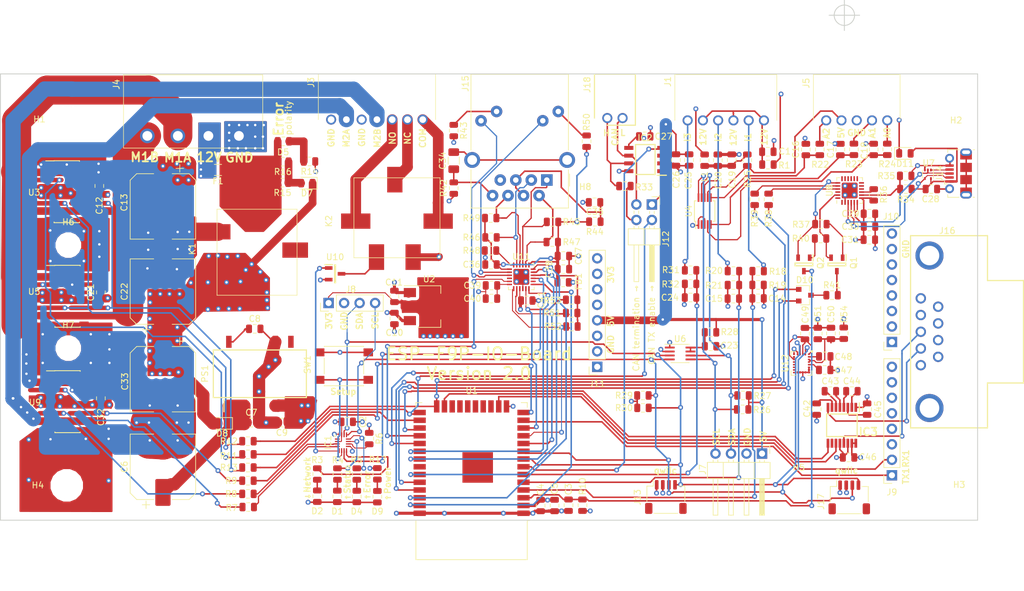
<source format=kicad_pcb>
(kicad_pcb (version 20171130) (host pcbnew 5.0.2-bee76a0~70~ubuntu18.04.1)
  (layers (0 F.Cu mixed) (1 In1.Cu power) (2 In2.Cu power) (31 B.Cu signal) (35 F.Paste user) (36 B.SilkS user) (37 F.SilkS user) (38 B.Mask user) (39 F.Mask user) (44 Edge.Cuts user))
  (net 0 "")
  (net 1 GND)
  (net 2 /powerSupply/V_In_12V)
  (net 3 /motorDriverA/outB)
  (net 4 /motorDriverA/outA)
  (net 5 +3V3)
  (net 6 +12V)
  (net 7 "Net-(D1-Pad2)")
  (net 8 "Net-(D2-Pad2)")
  (net 9 +5V)
  (net 10 /motorDriverA/PWM)
  (net 11 /motorDriverA/InB)
  (net 12 /motorDriverA/INA)
  (net 13 "Net-(U5-Pad13)")
  (net 14 "Net-(J5-Pad5)")
  (net 15 "Net-(J5-Pad4)")
  (net 16 "Net-(J5-Pad2)")
  (net 17 "Net-(C19-Pad1)")
  (net 18 /LAN8720/EMAC_RXD1:GPIO26)
  (net 19 /LAN8720/+3V3LAN)
  (net 20 "Net-(Q1-Pad2)")
  (net 21 "Net-(Q2-Pad1)")
  (net 22 "Net-(C1-Pad2)")
  (net 23 "Net-(IC1-Pad6)")
  (net 24 "Net-(D4-Pad2)")
  (net 25 "Net-(IC1-Pad10)")
  (net 26 /sheet5C9DA53F/INA)
  (net 27 /M2_INA)
  (net 28 /M2_INB)
  (net 29 /sheet5C9DA53F/InB)
  (net 30 /sheet5C9DA53F/PWM)
  (net 31 /M2_PWM)
  (net 32 /ESP_EN)
  (net 33 /M1_INA)
  (net 34 "Net-(C50-Pad2)")
  (net 35 /LAN8720/EMAC_RX_CRS_DV:GPIO27)
  (net 36 /LAN8720/EMAC_RXD0:GPIO25)
  (net 37 "Net-(J15-PadL4)")
  (net 38 "Net-(R48-Pad2)")
  (net 39 "Net-(C35-Pad2)")
  (net 40 "Net-(J15-PadL2)")
  (net 41 "Net-(C34-Pad1)")
  (net 42 "Net-(Q1-Pad3)")
  (net 43 "Net-(D10-Pad3)")
  (net 44 /M1_PWM)
  (net 45 /usbUart/TX)
  (net 46 "Net-(R38-Pad2)")
  (net 47 "Net-(Q2-Pad2)")
  (net 48 "Net-(Q1-Pad1)")
  (net 49 "Net-(R36-Pad2)")
  (net 50 "Net-(R34-Pad1)")
  (net 51 "Net-(IC2-Pad7)")
  (net 52 /Input_3/output)
  (net 53 /Input_3/input)
  (net 54 /I2C_3_SDA)
  (net 55 /I2C_3_SCL)
  (net 56 "Net-(C23-Pad1)")
  (net 57 /I2C_5_SDA)
  (net 58 /I2C_5_SCL)
  (net 59 "Net-(R39-Pad2)")
  (net 60 /usbUart/RX)
  (net 61 /M1_INB)
  (net 62 "Net-(D5-Pad2)")
  (net 63 "Net-(D7-Pad2)")
  (net 64 "Net-(D5-Pad1)")
  (net 65 "Net-(D9-Pad2)")
  (net 66 /Input_1/input)
  (net 67 /Input_1/output)
  (net 68 /Input_2/output)
  (net 69 /Input_2/input)
  (net 70 "Net-(C18-Pad1)")
  (net 71 "Net-(J5-Pad1)")
  (net 72 "Net-(C17-Pad1)")
  (net 73 "Net-(C16-Pad1)")
  (net 74 /Relais/NC)
  (net 75 "Net-(K2-Pad4)")
  (net 76 /Relais/NO)
  (net 77 /Relais/COM)
  (net 78 /CAN_RXD)
  (net 79 /RXD01)
  (net 80 /TXD01)
  (net 81 "Net-(U1-Pad17)")
  (net 82 "Net-(U1-Pad18)")
  (net 83 "Net-(U1-Pad19)")
  (net 84 "Net-(U1-Pad20)")
  (net 85 "Net-(U1-Pad21)")
  (net 86 "Net-(U1-Pad22)")
  (net 87 /TXD02)
  (net 88 /RXD02)
  (net 89 /LAN8720/EMAC_CLK_OUT_180:GPIO17)
  (net 90 /CAN_TXD)
  (net 91 /LAN8720/EMAC_TXD0:GPIO19)
  (net 92 "Net-(U1-Pad32)")
  (net 93 /LAN8720/EMAC_TX_EN:GPIO21)
  (net 94 /LAN8720/EMAC_TXD1:GPIO22)
  (net 95 /LAN8720/MDC:GPIO23)
  (net 96 "Net-(J14-Pad4)")
  (net 97 "Net-(J14-Pad2)")
  (net 98 "Net-(J14-Pad3)")
  (net 99 /sheet5C9DA53F/outA)
  (net 100 /sheet5C9DA53F/outB)
  (net 101 "Net-(U9-Pad13)")
  (net 102 "Net-(U3-Pad13)")
  (net 103 "Net-(U4-Pad2)")
  (net 104 "Net-(C48-Pad2)")
  (net 105 "Net-(C47-Pad2)")
  (net 106 "Net-(U12-Pad9)")
  (net 107 "Net-(U12-Pad10)")
  (net 108 "Net-(U12-Pad11)")
  (net 109 "Net-(U12-Pad12)")
  (net 110 "Net-(U12-Pad13)")
  (net 111 "Net-(U8-Pad1)")
  (net 112 "Net-(U8-Pad10)")
  (net 113 "Net-(U8-Pad11)")
  (net 114 "Net-(U8-Pad12)")
  (net 115 "Net-(U8-Pad13)")
  (net 116 "Net-(U8-Pad14)")
  (net 117 "Net-(U8-Pad15)")
  (net 118 "Net-(U8-Pad16)")
  (net 119 "Net-(U8-Pad17)")
  (net 120 "Net-(U8-Pad18)")
  (net 121 "Net-(U8-Pad22)")
  (net 122 "Net-(U8-Pad24)")
  (net 123 "Net-(J15-PadR1)")
  (net 124 "Net-(U11-Pad14)")
  (net 125 "Net-(C39-Pad2)")
  (net 126 "Net-(U11-Pad4)")
  (net 127 "Net-(J15-PadL1)")
  (net 128 "Net-(J15-PadL3)")
  (net 129 /Relais/Enable)
  (net 130 "Net-(IC3-Pad13)")
  (net 131 "Net-(IC3-Pad10)")
  (net 132 "Net-(IC3-Pad8)")
  (net 133 "Net-(C42-Pad1)")
  (net 134 "Net-(C43-Pad1)")
  (net 135 "Net-(C43-Pad2)")
  (net 136 "Net-(C44-Pad1)")
  (net 137 "Net-(C45-Pad1)")
  (net 138 "Net-(C44-Pad2)")
  (net 139 "Net-(C8-Pad1)")
  (net 140 "Net-(PS1-Pad6)")
  (net 141 "Net-(C6-Pad1)")
  (net 142 "Net-(IC2-Pad6)")
  (net 143 "Net-(IC2-Pad1)")
  (net 144 "Net-(IC1-Pad1)")
  (net 145 "Net-(J15-PadR7)")
  (net 146 "Net-(C34-Pad2)")
  (net 147 /F9P/TX2)
  (net 148 "Net-(J9-Pad4)")
  (net 149 "Net-(J9-Pad5)")
  (net 150 "Net-(J9-Pad6)")
  (net 151 "Net-(J9-Pad7)")
  (net 152 "Net-(J9-Pad8)")
  (net 153 "Net-(J10-Pad8)")
  (net 154 "Net-(J10-Pad6)")
  (net 155 "Net-(J10-Pad5)")
  (net 156 "Net-(J10-Pad4)")
  (net 157 "Net-(J10-Pad3)")
  (net 158 "Net-(J10-Pad2)")
  (net 159 /F9P/RX2)
  (net 160 "Net-(J11-Pad1)")
  (net 161 "Net-(J11-Pad5)")
  (net 162 "Net-(J11-Pad6)")
  (net 163 "Net-(J11-Pad8)")
  (net 164 "Net-(J16-Pad1)")
  (net 165 "Net-(J16-Pad4)")
  (net 166 "Net-(J16-Pad6)")
  (net 167 "Net-(J16-Pad7)")
  (net 168 "Net-(J16-Pad8)")
  (net 169 "Net-(J16-Pad9)")
  (net 170 /LAN8720/RD-)
  (net 171 /LAN8720/TD-)
  (net 172 /LAN8720/RD+)
  (net 173 "Net-(IC1-Pad8)")
  (net 174 "Net-(IC1-Pad11)")
  (net 175 "Net-(IC1-Pad12)")
  (net 176 "Net-(J12-Pad4)")
  (net 177 "Net-(C28-Pad1)")
  (net 178 /LAN8720/MDIO)
  (net 179 /PHY_RST)
  (net 180 "Net-(K1-Pad5)")
  (module Connector_own:1814841 (layer F.Cu) (at 116.84 44.704)
    (fp_text reference J18 (at -3.302 -5.461 90) (layer F.SilkS) (effects (font (thickness 0.154))))
    (fp_text value PTSM-Header-Horizontal-2 hide)
    (pad 2 thru_hole circle (at 2.5 0) (size 1.65 1.65) (drill 1.1) (layers *.Cu *.Mask F.Paste) (net 142 "Net-(IC2-Pad6)"))
    (pad 1 thru_hole circle (at 0 0) (size 1.65 1.65) (drill 1.1) (layers *.Cu *.Mask F.Paste) (net 51 "Net-(IC2-Pad7)"))
  )
  (module Connector_own:1814896 (layer F.Cu) (at 86.614 44.958 180)
    (fp_text reference J3 (at 18.288 6.096 90) (layer F.SilkS) (effects (font (thickness 0.154))))
    (fp_text value PTSM-Header-Horizontal-7 hide)
    (pad 7 thru_hole circle (at 15 0 180) (size 1.65 1.65) (drill 1.1) (layers *.Cu *.Mask F.Paste) (net 1 GND))
    (pad 6 thru_hole circle (at 12.5 0 180) (size 1.65 1.65) (drill 1.1) (layers *.Cu *.Mask F.Paste) (net 99 /sheet5C9DA53F/outA))
    (pad 5 thru_hole circle (at 10 0 180) (size 1.65 1.65) (drill 1.1) (layers *.Cu *.Mask F.Paste) (net 1 GND))
    (pad 4 thru_hole circle (at 7.5 0 180) (size 1.65 1.65) (drill 1.1) (layers *.Cu *.Mask F.Paste) (net 100 /sheet5C9DA53F/outB))
    (pad 3 thru_hole circle (at 5 0 180) (size 1.65 1.65) (drill 1.1) (layers *.Cu *.Mask F.Paste) (net 76 /Relais/NO))
    (pad 2 thru_hole circle (at 2.5 0 180) (size 1.65 1.65) (drill 1.1) (layers *.Cu *.Mask F.Paste) (net 74 /Relais/NC))
    (pad 1 thru_hole circle (at 0 0 180) (size 1.65 1.65) (drill 1.1) (layers *.Cu *.Mask F.Paste) (net 77 /Relais/COM))
  )
  (module ICs_own:Fuse_1206_3216Metric (layer F.Cu) (at 53.083 53.213 180)
    (fp_text reference F1 (at 0 -1.82 180) (layer F.SilkS))
    (fp_text value 12A/slow)
    (pad 2 smd roundrect (at 1.4 0 180) (size 1.25 1.75) (layers F.Cu F.Paste F.Mask) (roundrect_rratio 0.2) (net 2 /powerSupply/V_In_12V))
    (pad 1 smd roundrect (at -1.4 0 180) (size 1.25 1.75) (layers F.Cu F.Paste F.Mask) (roundrect_rratio 0.2) (net 64 "Net-(D5-Pad1)"))
  )
  (module Diode_SMD:D_0805_2012Metric (layer F.Cu) (at 67.6425 55.372 180)
    (fp_text reference D7 (at 0 -1.65 180) (layer F.SilkS))
    (fp_text value SD0805S020S1R0)
    (pad 2 smd roundrect (at 0.9375 0 180) (size 0.975 1.4) (layers F.Cu F.Paste F.Mask) (net 63 "Net-(D7-Pad2)"))
    (pad 1 smd roundrect (at -0.9375 0 180) (size 0.975 1.4) (layers F.Cu F.Paste F.Mask) (net 6 +12V))
  )
  (module Diode_SMD:D_0805_2012Metric (layer F.Cu) (at 53.7695 94.742 180)
    (fp_text reference D8 (at 0 -1.65 180) (layer F.SilkS))
    (fp_text value SD0805S020S1R0)
    (pad 2 smd roundrect (at 0.9375 0 180) (size 0.975 1.4) (layers F.Cu F.Paste F.Mask) (net 6 +12V))
    (pad 1 smd roundrect (at -0.9375 0 180) (size 0.975 1.4) (layers F.Cu F.Paste F.Mask) (net 141 "Net-(C6-Pad1)"))
  )
  (module Diode_SMD:D_0805_2012Metric (layer F.Cu) (at 165.57474 50.49012)
    (fp_text reference D11 (at 0.02818 1.69672 180) (layer F.SilkS))
    (fp_text value SD0805S020S1R0)
    (pad 2 smd roundrect (at 0.9375 0) (size 0.975 1.4) (layers F.Cu F.Paste F.Mask) (net 177 "Net-(C28-Pad1)"))
    (pad 1 smd roundrect (at -0.9375 0) (size 0.975 1.4) (layers F.Cu F.Paste F.Mask) (net 9 +5V))
  )
  (module Connector_own:LD09P33E4GV00LF (layer F.Cu) (at 179.10048 79.7306 90)
    (fp_text reference J16 (at 16.5608 -6.58876 180) (layer F.SilkS) (effects (font (thickness 0.154))))
    (fp_text value DB9_Male_MountingHoles hide)
    (pad 1 thru_hole circle (at -5.48 -10.92 90) (size 1.7 1.7) (drill 1.1) (layers *.Cu *.Mask) (net 164 "Net-(J16-Pad1)"))
    (pad 2 thru_hole circle (at -2.74 -10.92 90) (size 1.7 1.7) (drill 1.1) (layers *.Cu *.Mask) (net 132 "Net-(IC3-Pad8)"))
    (pad 3 thru_hole circle (at 0 -10.92 90) (size 1.7 1.7) (drill 1.1) (layers *.Cu *.Mask) (net 130 "Net-(IC3-Pad13)"))
    (pad 4 thru_hole circle (at 2.74 -10.92 90) (size 1.7 1.7) (drill 1.1) (layers *.Cu *.Mask) (net 165 "Net-(J16-Pad4)"))
    (pad 5 thru_hole circle (at 5.48 -10.92 90) (size 1.7 1.7) (drill 1.1) (layers *.Cu *.Mask) (net 1 GND))
    (pad 6 thru_hole circle (at -4.11 -8.08 90) (size 1.7 1.7) (drill 1.1) (layers *.Cu *.Mask) (net 166 "Net-(J16-Pad6)"))
    (pad 7 thru_hole circle (at -1.37 -8.08 90) (size 1.7 1.7) (drill 1.1) (layers *.Cu *.Mask) (net 167 "Net-(J16-Pad7)"))
    (pad 8 thru_hole circle (at 1.37 -8.08 90) (size 1.7 1.7) (drill 1.1) (layers *.Cu *.Mask) (net 168 "Net-(J16-Pad8)"))
    (pad 9 thru_hole circle (at 4.11 -8.08 90) (size 1.7 1.7) (drill 1.1) (layers *.Cu *.Mask) (net 169 "Net-(J16-Pad9)"))
    (pad 0 thru_hole circle (at -12.495 -9.5 90) (size 4.6 4.6) (drill 3.2) (layers *.Cu *.Mask) (net 1 GND))
    (pad 0 thru_hole circle (at 12.495 -9.5 90) (size 4.6 4.6) (drill 3.2) (layers *.Cu *.Mask) (net 1 GND))
  )
  (module Connector_own:USB_Micro-B_Molex-105017-0001 (layer F.Cu) (at 174.35322 53.79212 90)
    (fp_text reference J14 (at 0 -3.1125 90) (layer F.SilkS))
    (fp_text value USB_B_Micro)
    (pad 6 smd rect (at -2.9 1.2375 90) (size 1.2 1.9) (layers F.Cu F.Mask) (net 1 GND))
    (pad 6 smd rect (at 2.9 1.2375 90) (size 1.2 1.9) (layers F.Cu F.Mask) (net 1 GND))
    (pad 6 thru_hole oval (at 3.5 1.2375 90) (size 1.2 1.9) (drill oval 0.6 1.3) (layers *.Cu *.Mask) (net 1 GND))
    (pad 6 thru_hole oval (at -3.5 1.2375 270) (size 1.2 1.9) (drill oval 0.6 1.3) (layers *.Cu *.Mask) (net 1 GND))
    (pad 6 smd rect (at -1 1.2375 90) (size 1.5 1.9) (layers F.Cu F.Paste F.Mask) (net 1 GND))
    (pad 6 thru_hole circle (at 2.5 -1.4625 90) (size 1.45 1.45) (drill 0.85) (layers *.Cu *.Mask) (net 1 GND))
    (pad 3 smd rect (at 0 -1.4625 90) (size 0.4 1.35) (layers F.Cu F.Paste F.Mask) (net 98 "Net-(J14-Pad3)"))
    (pad 4 smd rect (at 0.65 -1.4625 90) (size 0.4 1.35) (layers F.Cu F.Paste F.Mask) (net 96 "Net-(J14-Pad4)"))
    (pad 5 smd rect (at 1.3 -1.4625 90) (size 0.4 1.35) (layers F.Cu F.Paste F.Mask) (net 1 GND))
    (pad 1 smd rect (at -1.3 -1.4625 90) (size 0.4 1.35) (layers F.Cu F.Paste F.Mask) (net 177 "Net-(C28-Pad1)"))
    (pad 2 smd rect (at -0.65 -1.4625 90) (size 0.4 1.35) (layers F.Cu F.Paste F.Mask) (net 97 "Net-(J14-Pad2)"))
    (pad 6 thru_hole circle (at -2.5 -1.4625 90) (size 1.45 1.45) (drill 0.85) (layers *.Cu *.Mask) (net 1 GND))
    (pad 6 smd rect (at 1 1.2375 90) (size 1.5 1.9) (layers F.Cu F.Paste F.Mask) (net 1 GND))
  )
  (module Connector_PinHeader_2.54mm:PinHeader_2x02_P2.54mm_Horizontal (layer F.Cu) (at 124.1425 58.8645 270)
    (fp_text reference J12 (at 5.655 -2.27 270) (layer F.SilkS))
    (fp_text value Conn_02x02_Odd_Even)
    (pad 4 thru_hole oval (at 2.54 2.54 270) (size 1.7 1.7) (drill 1) (layers *.Cu *.Mask) (net 176 "Net-(J12-Pad4)"))
    (pad 3 thru_hole oval (at 0 2.54 270) (size 1.7 1.7) (drill 1) (layers *.Cu *.Mask) (net 142 "Net-(IC2-Pad6)"))
    (pad 2 thru_hole oval (at 2.54 0 270) (size 1.7 1.7) (drill 1) (layers *.Cu *.Mask) (net 90 /CAN_TXD))
    (pad 1 thru_hole rect (at 0 0 270) (size 1.7 1.7) (drill 1) (layers *.Cu *.Mask) (net 143 "Net-(IC2-Pad1)"))
  )
  (module Package_TO_SOT_SMD:SOT-553 (layer F.Cu) (at 169.33672 53.91912 270)
    (fp_text reference U7 (at -1.8415 -0.127) (layer F.SilkS))
    (fp_text value TPD3E001DRLR)
    (pad 4 smd rect (at 0.7 0.5 270) (size 0.45 0.3) (layers F.Cu F.Paste F.Mask) (net 97 "Net-(J14-Pad2)"))
    (pad 2 smd rect (at -0.7 0 270) (size 0.45 0.3) (layers F.Cu F.Paste F.Mask) (net 98 "Net-(J14-Pad3)"))
    (pad 5 smd rect (at 0.7 -0.5 270) (size 0.45 0.3) (layers F.Cu F.Paste F.Mask) (net 177 "Net-(C28-Pad1)"))
    (pad 3 smd rect (at -0.7 0.5 270) (size 0.45 0.3) (layers F.Cu F.Paste F.Mask) (net 1 GND))
    (pad 1 smd rect (at -0.7 -0.5 270) (size 0.45 0.3) (layers F.Cu F.Paste F.Mask) (net 96 "Net-(J14-Pad4)"))
  )
  (module Connector_own:JST_SH_SM04B-SRSS-TB_1x04-1MP_P1.00mm_Horizontal (layer F.Cu) (at 156.464 106.8705)
    (fp_text reference J17 (at -4.6355 0.6985 90) (layer F.SilkS))
    (fp_text value "SM04B-SRSS-TB(LF)(SN)")
    (pad MP smd roundrect (at 2.8 1.875) (size 1.2 1.8) (layers F.Cu F.Paste F.Mask) (roundrect_rratio 0.208333))
    (pad MP smd roundrect (at -2.8 1.875) (size 1.2 1.8) (layers F.Cu F.Paste F.Mask) (roundrect_rratio 0.208333))
    (pad 4 smd roundrect (at 1.5 -2) (size 0.6 1.55) (layers F.Cu F.Paste F.Mask) (net 54 /I2C_3_SDA))
    (pad 3 smd roundrect (at 0.5 -2) (size 0.6 1.55) (layers F.Cu F.Paste F.Mask) (net 55 /I2C_3_SCL))
    (pad 2 smd roundrect (at -0.5 -2) (size 0.6 1.55) (layers F.Cu F.Paste F.Mask) (net 5 +3V3))
    (pad 1 smd roundrect (at -1.5 -2) (size 0.6 1.55) (layers F.Cu F.Paste F.Mask) (net 1 GND))
  )
  (module Connector_own:JST_SH_SM04B-SRSS-TB_1x04-1MP_P1.00mm_Horizontal (layer F.Cu) (at 126.4285 106.807)
    (fp_text reference J13 (at -4.6355 0.0635 90) (layer F.SilkS))
    (fp_text value "SM04B-SRSS-TB(LF)(SN)")
    (pad MP smd roundrect (at 2.8 1.875) (size 1.2 1.8) (layers F.Cu F.Paste F.Mask) (roundrect_rratio 0.208333))
    (pad MP smd roundrect (at -2.8 1.875) (size 1.2 1.8) (layers F.Cu F.Paste F.Mask) (roundrect_rratio 0.208333))
    (pad 4 smd roundrect (at 1.5 -2) (size 0.6 1.55) (layers F.Cu F.Paste F.Mask) (net 54 /I2C_3_SDA))
    (pad 3 smd roundrect (at 0.5 -2) (size 0.6 1.55) (layers F.Cu F.Paste F.Mask) (net 55 /I2C_3_SCL))
    (pad 2 smd roundrect (at -0.5 -2) (size 0.6 1.55) (layers F.Cu F.Paste F.Mask) (net 5 +3V3))
    (pad 1 smd roundrect (at -1.5 -2) (size 0.6 1.55) (layers F.Cu F.Paste F.Mask) (net 1 GND))
  )
  (module Connector_own:RJ45_Amphenol_RJMG1BD3B8K1ANR (layer F.Cu) (at 106.934 54.864 180)
    (fp_text reference J15 (at 13.335 15.8115 270) (layer F.SilkS))
    (fp_text value RJ45_Amphenol_RJMG1BD3B8K1ANR)
    (pad "" np_thru_hole circle (at 10.16 6.34 180) (size 3.25 3.25) (drill 3.25) (layers *.Cu *.Mask))
    (pad "" np_thru_hole circle (at -1.27 6.34 180) (size 3.25 3.25) (drill 3.25) (layers *.Cu *.Mask))
    (pad 13 thru_hole circle (at 12.22 3.29 180) (size 2.6 2.6) (drill 1.6) (layers *.Cu *.Mask) (net 146 "Net-(C34-Pad2)"))
    (pad 13 thru_hole circle (at -3.33 3.29 180) (size 2.6 2.6) (drill 1.6) (layers *.Cu *.Mask) (net 146 "Net-(C34-Pad2)"))
    (pad L4 thru_hole circle (at -1.88 11.24 180) (size 1.89 1.89) (drill 0.89) (layers *.Cu *.Mask) (net 37 "Net-(J15-PadL4)"))
    (pad L3 thru_hole circle (at 0.66 9.72 180) (size 1.89 1.89) (drill 0.89) (layers *.Cu *.Mask) (net 128 "Net-(J15-PadL3)"))
    (pad L2 thru_hole circle (at 8.23 11.24 180) (size 1.89 1.89) (drill 0.89) (layers *.Cu *.Mask) (net 40 "Net-(J15-PadL2)"))
    (pad L1 thru_hole circle (at 10.77 9.72 180) (size 1.89 1.89) (drill 0.89) (layers *.Cu *.Mask) (net 127 "Net-(J15-PadL1)"))
    (pad R8 thru_hole circle (at 8.89 -2.54 180) (size 1.9 1.9) (drill 0.9) (layers *.Cu *.Mask) (net 41 "Net-(C34-Pad1)"))
    (pad R7 thru_hole circle (at 7.62 0 180) (size 1.9 1.9) (drill 0.9) (layers *.Cu *.Mask) (net 145 "Net-(J15-PadR7)"))
    (pad R6 thru_hole circle (at 6.35 -2.54 180) (size 1.9 1.9) (drill 0.9) (layers *.Cu *.Mask) (net 170 /LAN8720/RD-))
    (pad R5 thru_hole circle (at 5.08 0 180) (size 1.9 1.9) (drill 0.9) (layers *.Cu *.Mask) (net 39 "Net-(C35-Pad2)"))
    (pad R4 thru_hole circle (at 3.81 -2.54 180) (size 1.9 1.9) (drill 0.9) (layers *.Cu *.Mask) (net 39 "Net-(C35-Pad2)"))
    (pad R3 thru_hole circle (at 2.54 0 180) (size 1.9 1.9) (drill 0.9) (layers *.Cu *.Mask) (net 172 /LAN8720/RD+))
    (pad R2 thru_hole circle (at 1.27 -2.54 180) (size 1.9 1.9) (drill 0.9) (layers *.Cu *.Mask) (net 171 /LAN8720/TD-))
    (pad R1 thru_hole rect (at 0 0 180) (size 1.9 1.9) (drill 0.9) (layers *.Cu *.Mask) (net 123 "Net-(J15-PadR1)"))
  )
  (module Connector_PinHeader_2.54mm:PinHeader_1x04_P2.54mm_Vertical (layer F.Cu) (at 71.1962 75.01636 90)
    (fp_text reference J8 (at 2.24536 3.6322 180) (layer F.SilkS))
    (fp_text value Conn_01x04_Male)
    (pad 4 thru_hole oval (at 0 7.62 90) (size 1.7 1.7) (drill 1) (layers *.Cu *.Mask) (net 55 /I2C_3_SCL))
    (pad 3 thru_hole oval (at 0 5.08 90) (size 1.7 1.7) (drill 1) (layers *.Cu *.Mask) (net 54 /I2C_3_SDA))
    (pad 2 thru_hole oval (at 0 2.54 90) (size 1.7 1.7) (drill 1) (layers *.Cu *.Mask) (net 1 GND))
    (pad 1 thru_hole rect (at 0 0 90) (size 1.7 1.7) (drill 1) (layers *.Cu *.Mask) (net 5 +3V3))
  )
  (module Connector_PinHeader_2.54mm:PinHeader_1x04_P2.54mm_Horizontal (layer F.Cu) (at 142.1765 99.695 270)
    (fp_text reference J7 (at 2.6035 9.7155 90) (layer F.SilkS))
    (fp_text value Conn_01x04_Male)
    (pad 4 thru_hole oval (at 0 7.62 270) (size 1.7 1.7) (drill 1) (layers *.Cu *.Mask) (net 58 /I2C_5_SCL))
    (pad 3 thru_hole oval (at 0 5.08 270) (size 1.7 1.7) (drill 1) (layers *.Cu *.Mask) (net 57 /I2C_5_SDA))
    (pad 2 thru_hole oval (at 0 2.54 270) (size 1.7 1.7) (drill 1) (layers *.Cu *.Mask) (net 1 GND))
    (pad 1 thru_hole rect (at 0 0 270) (size 1.7 1.7) (drill 1) (layers *.Cu *.Mask) (net 9 +5V))
  )
  (module MountingHole:MountingHole_3.2mm_M3_DIN965 (layer F.Cu) (at 115.16868 53.70576)
    (fp_text reference H8 (at -1.94564 2.27584 180) (layer F.SilkS))
    (fp_text value MountingHole)
    (pad 1 np_thru_hole circle (at 0 0) (size 3.2 3.2) (drill 3.2) (layers *.Cu *.Mask))
  )
  (module MountingHole:MountingHole_3.2mm_M3_DIN965 (layer F.Cu) (at 28.575 82.423)
    (fp_text reference H7 (at 0 -3.8) (layer F.SilkS))
    (fp_text value MountingHole)
    (pad 1 np_thru_hole circle (at 0 0) (size 3.2 3.2) (drill 3.2) (layers *.Cu *.Mask))
  )
  (module MountingHole:MountingHole_3.2mm_M3_DIN965 (layer F.Cu) (at 28.575 65.532)
    (fp_text reference H6 (at 0 -3.8) (layer F.SilkS))
    (fp_text value MountingHole)
    (pad 1 np_thru_hole circle (at 0 0) (size 3.2 3.2) (drill 3.2) (layers *.Cu *.Mask))
  )
  (module MountingHole:MountingHole_4.3mm_M4_DIN965 (layer F.Cu) (at 170.1165 104.902)
    (fp_text reference H3 (at 4.34594 -0.10668) (layer F.SilkS))
    (fp_text value MountingHole)
    (pad 1 np_thru_hole circle (at 0 0) (size 4.3 4.3) (drill 4.3) (layers *.Cu *.Mask))
  )
  (module MountingHole:MountingHole_4.3mm_M4_DIN965 (layer F.Cu) (at 28.321 104.902)
    (fp_text reference H4 (at -4.73456 -0.02032) (layer F.SilkS))
    (fp_text value MountingHole)
    (pad 1 np_thru_hole circle (at 0 0) (size 4.3 4.3) (drill 4.3) (layers *.Cu *.Mask))
  )
  (module MountingHole:MountingHole_4.3mm_M4_DIN965 (layer F.Cu) (at 28.5115 44.958)
    (fp_text reference H1 (at -4.67106 -0.05588) (layer F.SilkS))
    (fp_text value MountingHole)
    (pad 1 np_thru_hole circle (at 0 0) (size 4.3 4.3) (drill 4.3) (layers *.Cu *.Mask))
  )
  (module MountingHole:MountingHole_4.3mm_M4_DIN965 (layer F.Cu) (at 169.926 44.958)
    (fp_text reference H2 (at 4.02844 0.11176) (layer F.SilkS))
    (fp_text value MountingHole)
    (pad 1 np_thru_hole circle (at 0 0) (size 4.3 4.3) (drill 4.3) (layers *.Cu *.Mask))
  )
  (module Button_Switch_SMD:SW_SPST_PTS645 (layer F.Cu) (at 73.71588 85.3567 180)
    (fp_text reference SW1 (at 5.969 0.254 270) (layer F.SilkS))
    (fp_text value SW_Push)
    (pad 2 smd rect (at 3.98 2.25 180) (size 1.55 1.3) (layers F.Cu F.Paste F.Mask) (net 1 GND))
    (pad 1 smd rect (at 3.98 -2.25 180) (size 1.55 1.3) (layers F.Cu F.Paste F.Mask) (net 23 "Net-(IC1-Pad6)"))
    (pad 1 smd rect (at -3.98 -2.25 180) (size 1.55 1.3) (layers F.Cu F.Paste F.Mask) (net 23 "Net-(IC1-Pad6)"))
    (pad 2 smd rect (at -3.98 2.25 180) (size 1.55 1.3) (layers F.Cu F.Paste F.Mask) (net 1 GND))
  )
  (module Capacitor_SMD:CP_Elec_10x10.5 (layer F.Cu) (at 44.069 87.503 270)
    (fp_text reference C33 (at 0.381 6.223 270) (layer F.SilkS))
    (fp_text value 560u)
    (pad 2 smd roundrect (at 4.2 0 270) (size 4.4 2.5) (layers F.Cu F.Paste F.Mask) (roundrect_rratio 0.1) (net 1 GND))
    (pad 1 smd roundrect (at -4.2 0 270) (size 4.4 2.5) (layers F.Cu F.Paste F.Mask) (roundrect_rratio 0.1) (net 6 +12V))
  )
  (module Capacitor_SMD:CP_Elec_10x10.5 (layer F.Cu) (at 44.069 101.863 90)
    (fp_text reference C6 (at 0 -6.3 90) (layer F.SilkS))
    (fp_text value 560u)
    (pad 2 smd roundrect (at 4.2 0 90) (size 4.4 2.5) (layers F.Cu F.Paste F.Mask) (roundrect_rratio 0.1) (net 1 GND))
    (pad 1 smd roundrect (at -4.2 0 90) (size 4.4 2.5) (layers F.Cu F.Paste F.Mask) (roundrect_rratio 0.1) (net 141 "Net-(C6-Pad1)"))
  )
  (module Capacitor_SMD:CP_Elec_10x10.5 (layer F.Cu) (at 44.069 59.182 270)
    (fp_text reference C13 (at -0.635 6.35 270) (layer F.SilkS))
    (fp_text value 560u)
    (pad 2 smd roundrect (at 4.2 0 270) (size 4.4 2.5) (layers F.Cu F.Paste F.Mask) (roundrect_rratio 0.1) (net 1 GND))
    (pad 1 smd roundrect (at -4.2 0 270) (size 4.4 2.5) (layers F.Cu F.Paste F.Mask) (roundrect_rratio 0.1) (net 6 +12V))
  )
  (module Capacitor_SMD:CP_Elec_10x10.5 (layer F.Cu) (at 44.069 73.152 90)
    (fp_text reference C22 (at 0 -6.3 90) (layer F.SilkS))
    (fp_text value 560u)
    (pad 2 smd roundrect (at 4.2 0 90) (size 4.4 2.5) (layers F.Cu F.Paste F.Mask) (roundrect_rratio 0.1) (net 1 GND))
    (pad 1 smd roundrect (at -4.2 0 90) (size 4.4 2.5) (layers F.Cu F.Paste F.Mask) (roundrect_rratio 0.1) (net 6 +12V))
  )
  (module Capacitor_SMD:C_0805_2012Metric (layer F.Cu) (at 137.211978 51.596562 90)
    (fp_text reference C19 (at -3.203938 0.075022 90) (layer F.SilkS))
    (fp_text value 100n)
    (pad 2 smd roundrect (at 0.9375 0 90) (size 0.975 1.4) (layers F.Cu F.Paste F.Mask) (net 1 GND))
    (pad 1 smd roundrect (at -0.9375 0 90) (size 0.975 1.4) (layers F.Cu F.Paste F.Mask) (net 17 "Net-(C19-Pad1)"))
  )
  (module Capacitor_SMD:C_0805_2012Metric (layer F.Cu) (at 155.0035 49.8625 90)
    (fp_text reference C17 (at 0.015 -1.5875 90) (layer F.SilkS))
    (fp_text value 1n)
    (pad 2 smd roundrect (at 0.9375 0 90) (size 0.975 1.4) (layers F.Cu F.Paste F.Mask) (net 1 GND))
    (pad 1 smd roundrect (at -0.9375 0 90) (size 0.975 1.4) (layers F.Cu F.Paste F.Mask) (net 72 "Net-(C17-Pad1)"))
  )
  (module Capacitor_SMD:C_0805_2012Metric (layer F.Cu) (at 149.352 49.8625 90)
    (fp_text reference C16 (at 0.015 -1.651 90) (layer F.SilkS))
    (fp_text value 1n)
    (pad 2 smd roundrect (at 0.9375 0 90) (size 0.975 1.4) (layers F.Cu F.Paste F.Mask) (net 1 GND))
    (pad 1 smd roundrect (at -0.9375 0 90) (size 0.975 1.4) (layers F.Cu F.Paste F.Mask) (net 73 "Net-(C16-Pad1)"))
  )
  (module Capacitor_SMD:C_0805_2012Metric (layer F.Cu) (at 137.4775 74.295 180)
    (fp_text reference C15 (at 3.175 0 180) (layer F.SilkS))
    (fp_text value 1n)
    (pad 2 smd roundrect (at 0.9375 0 180) (size 0.975 1.4) (layers F.Cu F.Paste F.Mask) (net 1 GND))
    (pad 1 smd roundrect (at -0.9375 0 180) (size 0.975 1.4) (layers F.Cu F.Paste F.Mask) (net 68 /Input_2/output))
  )
  (module Capacitor_SMD:C_0805_2012Metric (layer F.Cu) (at 141.527998 74.258118)
    (fp_text reference C14 (at 3.118501 0.013499) (layer F.SilkS))
    (fp_text value 1n)
    (pad 2 smd roundrect (at 0.9375 0) (size 0.975 1.4) (layers F.Cu F.Paste F.Mask) (net 1 GND))
    (pad 1 smd roundrect (at -0.9375 0) (size 0.975 1.4) (layers F.Cu F.Paste F.Mask) (net 67 /Input_1/output))
  )
  (module Capacitor_SMD:C_0805_2012Metric (layer F.Cu) (at 81.9785 73.929 90)
    (fp_text reference C11 (at 2.301 -0.0635 180) (layer F.SilkS))
    (fp_text value 22u)
    (pad 2 smd roundrect (at 0.9375 0 90) (size 0.975 1.4) (layers F.Cu F.Paste F.Mask) (net 1 GND))
    (pad 1 smd roundrect (at -0.9375 0 90) (size 0.975 1.4) (layers F.Cu F.Paste F.Mask) (net 5 +3V3))
  )
  (module Capacitor_SMD:C_0805_2012Metric (layer F.Cu) (at 81.9785 77.5485 270)
    (fp_text reference C10 (at 2.3345 0) (layer F.SilkS))
    (fp_text value 10u)
    (pad 2 smd roundrect (at 0.9375 0 270) (size 0.975 1.4) (layers F.Cu F.Paste F.Mask) (net 1 GND))
    (pad 1 smd roundrect (at -0.9375 0 270) (size 0.975 1.4) (layers F.Cu F.Paste F.Mask) (net 9 +5V))
  )
  (module Capacitor_SMD:C_0805_2012Metric (layer F.Cu) (at 63.5485 94.615 180)
    (fp_text reference C9 (at 0 -1.65 180) (layer F.SilkS))
    (fp_text value 22u)
    (pad 2 smd roundrect (at 0.9375 0 180) (size 0.975 1.4) (layers F.Cu F.Paste F.Mask) (net 1 GND))
    (pad 1 smd roundrect (at -0.9375 0 180) (size 0.975 1.4) (layers F.Cu F.Paste F.Mask) (net 9 +5V))
  )
  (module Capacitor_SMD:C_0805_2012Metric (layer F.Cu) (at 59.1035 79.248)
    (fp_text reference C8 (at 0 -1.65) (layer F.SilkS))
    (fp_text value 100n)
    (pad 2 smd roundrect (at 0.9375 0) (size 0.975 1.4) (layers F.Cu F.Paste F.Mask) (net 1 GND))
    (pad 1 smd roundrect (at -0.9375 0) (size 0.975 1.4) (layers F.Cu F.Paste F.Mask) (net 139 "Net-(C8-Pad1)"))
  )
  (module Capacitor_SMD:C_0805_2012Metric (layer F.Cu) (at 58.547 94.615)
    (fp_text reference C7 (at 0 -1.65) (layer F.SilkS))
    (fp_text value 10u)
    (pad 2 smd roundrect (at 0.9375 0) (size 0.975 1.4) (layers F.Cu F.Paste F.Mask) (net 1 GND))
    (pad 1 smd roundrect (at -0.9375 0) (size 0.975 1.4) (layers F.Cu F.Paste F.Mask) (net 141 "Net-(C6-Pad1)"))
  )
  (module Capacitor_SMD:C_0805_2012Metric (layer F.Cu) (at 108.204 108.204 270)
    (fp_text reference C5 (at -2.7455 0 270) (layer F.SilkS))
    (fp_text value 22u)
    (pad 2 smd roundrect (at 0.9375 0 270) (size 0.975 1.4) (layers F.Cu F.Paste F.Mask) (net 1 GND))
    (pad 1 smd roundrect (at -0.9375 0 270) (size 0.975 1.4) (layers F.Cu F.Paste F.Mask) (net 5 +3V3))
  )
  (module Capacitor_SMD:C_0805_2012Metric (layer F.Cu) (at 110.49 108.1555 270)
    (fp_text reference C3 (at -2.6185 0 270) (layer F.SilkS))
    (fp_text value 100n)
    (pad 2 smd roundrect (at 0.9375 0 270) (size 0.975 1.4) (layers F.Cu F.Paste F.Mask) (net 1 GND))
    (pad 1 smd roundrect (at -0.9375 0 270) (size 0.975 1.4) (layers F.Cu F.Paste F.Mask) (net 32 /ESP_EN))
  )
  (module Capacitor_SMD:C_0805_2012Metric (layer F.Cu) (at 160.4645 49.8475 90)
    (fp_text reference C18 (at -0.1905 -1.524 90) (layer F.SilkS))
    (fp_text value 1n)
    (pad 2 smd roundrect (at 0.9375 0 90) (size 0.975 1.4) (layers F.Cu F.Paste F.Mask) (net 1 GND))
    (pad 1 smd roundrect (at -0.9375 0 90) (size 0.975 1.4) (layers F.Cu F.Paste F.Mask) (net 70 "Net-(C18-Pad1)"))
  )
  (module Capacitor_SMD:C_0805_2012Metric (layer F.Cu) (at 134.9375 51.6105 90)
    (fp_text reference C20 (at -3.282438 0.075022 90) (layer F.SilkS))
    (fp_text value 22u)
    (pad 2 smd roundrect (at 0.9375 0 90) (size 0.975 1.4) (layers F.Cu F.Paste F.Mask) (net 1 GND))
    (pad 1 smd roundrect (at -0.9375 0 90) (size 0.975 1.4) (layers F.Cu F.Paste F.Mask) (net 17 "Net-(C19-Pad1)"))
  )
  (module Capacitor_SMD:C_0805_2012Metric (layer F.Cu) (at 33.909 73.279 90)
    (fp_text reference C21 (at 0 -1.65 90) (layer F.SilkS))
    (fp_text value 100n)
    (pad 2 smd roundrect (at 0.9375 0 90) (size 0.975 1.4) (layers F.Cu F.Paste F.Mask) (net 1 GND))
    (pad 1 smd roundrect (at -0.9375 0 90) (size 0.975 1.4) (layers F.Cu F.Paste F.Mask) (net 6 +12V))
  )
  (module Capacitor_SMD:C_0805_2012Metric (layer F.Cu) (at 133.751501 82.102001)
    (fp_text reference C23 (at 3.090999 -0.123501) (layer F.SilkS))
    (fp_text value 1n)
    (pad 2 smd roundrect (at 0.9375 0) (size 0.975 1.4) (layers F.Cu F.Paste F.Mask) (net 1 GND))
    (pad 1 smd roundrect (at -0.9375 0) (size 0.975 1.4) (layers F.Cu F.Paste F.Mask) (net 56 "Net-(C23-Pad1)"))
  )
  (module Capacitor_SMD:C_0805_2012Metric (layer F.Cu) (at 130.46686 74.1172 180)
    (fp_text reference C24 (at 3.3655 0 180) (layer F.SilkS))
    (fp_text value 1n)
    (pad 2 smd roundrect (at 0.9375 0 180) (size 0.975 1.4) (layers F.Cu F.Paste F.Mask) (net 1 GND))
    (pad 1 smd roundrect (at -0.9375 0 180) (size 0.975 1.4) (layers F.Cu F.Paste F.Mask) (net 52 /Input_3/output))
  )
  (module Capacitor_SMD:C_0805_2012Metric (layer F.Cu) (at 130.2385 51.577 270)
    (fp_text reference C25 (at 3.3505 0.127 270) (layer F.SilkS))
    (fp_text value 22u)
    (pad 2 smd roundrect (at 0.9375 0 270) (size 0.975 1.4) (layers F.Cu F.Paste F.Mask) (net 1 GND))
    (pad 1 smd roundrect (at -0.9375 0 270) (size 0.975 1.4) (layers F.Cu F.Paste F.Mask) (net 9 +5V))
  )
  (module Capacitor_SMD:C_0805_2012Metric (layer F.Cu) (at 128.0795 51.577 270)
    (fp_text reference C26 (at 3.2235 -0.0635 270) (layer F.SilkS))
    (fp_text value 100n)
    (pad 2 smd roundrect (at 0.9375 0 270) (size 0.975 1.4) (layers F.Cu F.Paste F.Mask) (net 1 GND))
    (pad 1 smd roundrect (at -0.9375 0 270) (size 0.975 1.4) (layers F.Cu F.Paste F.Mask) (net 9 +5V))
  )
  (module Capacitor_SMD:C_0805_2012Metric (layer F.Cu) (at 122.96926 47.71136 180)
    (fp_text reference C27 (at -3.09094 -0.00508 180) (layer F.SilkS))
    (fp_text value 100n)
    (pad 2 smd roundrect (at 0.9375 0 180) (size 0.975 1.4) (layers F.Cu F.Paste F.Mask) (net 5 +3V3))
    (pad 1 smd roundrect (at -0.9375 0 180) (size 0.975 1.4) (layers F.Cu F.Paste F.Mask) (net 1 GND))
  )
  (module Capacitor_SMD:C_0805_2012Metric (layer F.Cu) (at 169.90822 56.33212)
    (fp_text reference C28 (at -0.127 1.651) (layer F.SilkS))
    (fp_text value 100n)
    (pad 2 smd roundrect (at 0.9375 0) (size 0.975 1.4) (layers F.Cu F.Paste F.Mask) (net 1 GND))
    (pad 1 smd roundrect (at -0.9375 0) (size 0.975 1.4) (layers F.Cu F.Paste F.Mask) (net 177 "Net-(C28-Pad1)"))
  )
  (module Capacitor_SMD:C_0805_2012Metric (layer F.Cu) (at 159.766 60.3885 180)
    (fp_text reference C29 (at 3.1115 0 180) (layer F.SilkS))
    (fp_text value 100n)
    (pad 2 smd roundrect (at 0.9375 0 180) (size 0.975 1.4) (layers F.Cu F.Paste F.Mask) (net 5 +3V3))
    (pad 1 smd roundrect (at -0.9375 0 180) (size 0.975 1.4) (layers F.Cu F.Paste F.Mask) (net 1 GND))
  )
  (module Capacitor_SMD:C_0805_2012Metric (layer F.Cu) (at 159.781 62.484 180)
    (fp_text reference C30 (at 3.1265 0 180) (layer F.SilkS))
    (fp_text value 100n)
    (pad 2 smd roundrect (at 0.9375 0 180) (size 0.975 1.4) (layers F.Cu F.Paste F.Mask) (net 5 +3V3))
    (pad 1 smd roundrect (at -0.9375 0 180) (size 0.975 1.4) (layers F.Cu F.Paste F.Mask) (net 1 GND))
  )
  (module Capacitor_SMD:C_0805_2012Metric (layer F.Cu) (at 159.751 64.643 180)
    (fp_text reference C31 (at 3.16 0 180) (layer F.SilkS))
    (fp_text value 2.2u)
    (pad 2 smd roundrect (at 0.9375 0 180) (size 0.975 1.4) (layers F.Cu F.Paste F.Mask) (net 5 +3V3))
    (pad 1 smd roundrect (at -0.9375 0 180) (size 0.975 1.4) (layers F.Cu F.Paste F.Mask) (net 1 GND))
  )
  (module Capacitor_SMD:C_0805_2012Metric (layer F.Cu) (at 33.909 90.6295 90)
    (fp_text reference C32 (at -3.0965 0 90) (layer F.SilkS))
    (fp_text value 100n)
    (pad 2 smd roundrect (at 0.9375 0 90) (size 0.975 1.4) (layers F.Cu F.Paste F.Mask) (net 1 GND))
    (pad 1 smd roundrect (at -0.9375 0 90) (size 0.975 1.4) (layers F.Cu F.Paste F.Mask) (net 6 +12V))
  )
  (module Capacitor_SMD:C_0805_2012Metric (layer F.Cu) (at 74.2465 94.488)
    (fp_text reference C2 (at 2.5885 0 90) (layer F.SilkS))
    (fp_text value 100n)
    (pad 2 smd roundrect (at 0.9375 0) (size 0.975 1.4) (layers F.Cu F.Paste F.Mask) (net 1 GND))
    (pad 1 smd roundrect (at -0.9375 0) (size 0.975 1.4) (layers F.Cu F.Paste F.Mask) (net 5 +3V3))
  )
  (module Capacitor_SMD:C_0805_2012Metric (layer F.Cu) (at 105.918 108.204 270)
    (fp_text reference C4 (at -2.6185 0 270) (layer F.SilkS))
    (fp_text value 100n)
    (pad 2 smd roundrect (at 0.9375 0 270) (size 0.975 1.4) (layers F.Cu F.Paste F.Mask) (net 1 GND))
    (pad 1 smd roundrect (at -0.9375 0 270) (size 0.975 1.4) (layers F.Cu F.Paste F.Mask) (net 5 +3V3))
  )
  (module Capacitor_SMD:C_0805_2012Metric (layer F.Cu) (at 156.352 100.33 180)
    (fp_text reference C46 (at -3.16 0.0635 180) (layer F.SilkS))
    (fp_text value 100n)
    (pad 2 smd roundrect (at 0.9375 0 180) (size 0.975 1.4) (layers F.Cu F.Paste F.Mask) (net 1 GND))
    (pad 1 smd roundrect (at -0.9375 0 180) (size 0.975 1.4) (layers F.Cu F.Paste F.Mask) (net 5 +3V3))
  )
  (module Capacitor_SMD:C_0805_2012Metric (layer F.Cu) (at 159.385 92.4075 90)
    (fp_text reference C45 (at -0.0485 1.778 90) (layer F.SilkS))
    (fp_text value 100n)
    (pad 2 smd roundrect (at 0.9375 0 90) (size 0.975 1.4) (layers F.Cu F.Paste F.Mask) (net 1 GND))
    (pad 1 smd roundrect (at -0.9375 0 90) (size 0.975 1.4) (layers F.Cu F.Paste F.Mask) (net 137 "Net-(C45-Pad1)"))
  )
  (module Capacitor_SMD:C_0805_2012Metric (layer F.Cu) (at 156.8935 89.4715)
    (fp_text reference C44 (at 0 -1.65) (layer F.SilkS))
    (fp_text value 100n)
    (pad 2 smd roundrect (at 0.9375 0) (size 0.975 1.4) (layers F.Cu F.Paste F.Mask) (net 138 "Net-(C44-Pad2)"))
    (pad 1 smd roundrect (at -0.9375 0) (size 0.975 1.4) (layers F.Cu F.Paste F.Mask) (net 136 "Net-(C44-Pad1)"))
  )
  (module Capacitor_SMD:C_0805_2012Metric (layer F.Cu) (at 153.3675 89.4715)
    (fp_text reference C43 (at 0 -1.65) (layer F.SilkS))
    (fp_text value 100n)
    (pad 2 smd roundrect (at 0.9375 0) (size 0.975 1.4) (layers F.Cu F.Paste F.Mask) (net 135 "Net-(C43-Pad2)"))
    (pad 1 smd roundrect (at -0.9375 0) (size 0.975 1.4) (layers F.Cu F.Paste F.Mask) (net 134 "Net-(C43-Pad1)"))
  )
  (module Capacitor_SMD:C_0805_2012Metric (layer F.Cu) (at 152.43326 85.98916 180)
    (fp_text reference C47 (at -3.063 -0.0635 180) (layer F.SilkS))
    (fp_text value 10n)
    (pad 2 smd roundrect (at 0.9375 0 180) (size 0.975 1.4) (layers F.Cu F.Paste F.Mask) (net 105 "Net-(C47-Pad2)"))
    (pad 1 smd roundrect (at -0.9375 0 180) (size 0.975 1.4) (layers F.Cu F.Paste F.Mask) (net 1 GND))
  )
  (module Capacitor_SMD:C_0805_2012Metric (layer F.Cu) (at 103.647 74.6125 180)
    (fp_text reference C41 (at -2.3645 0.127 270) (layer F.SilkS))
    (fp_text value 100n)
    (pad 2 smd roundrect (at 0.9375 0 180) (size 0.975 1.4) (layers F.Cu F.Paste F.Mask) (net 5 +3V3))
    (pad 1 smd roundrect (at -0.9375 0 180) (size 0.975 1.4) (layers F.Cu F.Paste F.Mask) (net 1 GND))
  )
  (module Capacitor_SMD:C_0805_2012Metric (layer F.Cu) (at 97.8685 74.295)
    (fp_text reference C40 (at -3.1265 0) (layer F.SilkS))
    (fp_text value 2.2u)
    (pad 2 smd roundrect (at 0.9375 0) (size 0.975 1.4) (layers F.Cu F.Paste F.Mask) (net 125 "Net-(C39-Pad2)"))
    (pad 1 smd roundrect (at -0.9375 0) (size 0.975 1.4) (layers F.Cu F.Paste F.Mask) (net 1 GND))
  )
  (module Capacitor_SMD:C_0805_2012Metric (layer F.Cu) (at 97.8685 72.136)
    (fp_text reference C39 (at -3.1265 0) (layer F.SilkS))
    (fp_text value 100n)
    (pad 2 smd roundrect (at 0.9375 0) (size 0.975 1.4) (layers F.Cu F.Paste F.Mask) (net 125 "Net-(C39-Pad2)"))
    (pad 1 smd roundrect (at -0.9375 0) (size 0.975 1.4) (layers F.Cu F.Paste F.Mask) (net 1 GND))
  )
  (module Capacitor_SMD:C_0805_2012Metric (layer F.Cu) (at 109.6495 69.469)
    (fp_text reference C38 (at -2.3345 0 270) (layer F.SilkS))
    (fp_text value 100n)
    (pad 2 smd roundrect (at 0.9375 0) (size 0.975 1.4) (layers F.Cu F.Paste F.Mask) (net 1 GND))
    (pad 1 smd roundrect (at -0.9375 0) (size 0.975 1.4) (layers F.Cu F.Paste F.Mask) (net 19 /LAN8720/+3V3LAN))
  )
  (module Capacitor_SMD:C_0805_2012Metric (layer F.Cu) (at 109.6495 67.31)
    (fp_text reference C37 (at 2.4915 0 90) (layer F.SilkS))
    (fp_text value 22u)
    (pad 2 smd roundrect (at 0.9375 0) (size 0.975 1.4) (layers F.Cu F.Paste F.Mask) (net 1 GND))
    (pad 1 smd roundrect (at -0.9375 0) (size 0.975 1.4) (layers F.Cu F.Paste F.Mask) (net 19 /LAN8720/+3V3LAN))
  )
  (module Capacitor_SMD:C_0805_2012Metric (layer F.Cu) (at 97.79 68.707 180)
    (fp_text reference C36 (at 3.175 0 180) (layer F.SilkS))
    (fp_text value 100n)
    (pad 2 smd roundrect (at 0.9375 0 180) (size 0.975 1.4) (layers F.Cu F.Paste F.Mask) (net 1 GND))
    (pad 1 smd roundrect (at -0.9375 0 180) (size 0.975 1.4) (layers F.Cu F.Paste F.Mask) (net 19 /LAN8720/+3V3LAN))
  )
  (module Capacitor_SMD:C_0805_2012Metric (layer F.Cu) (at 114.748311 58.514999)
    (fp_text reference C35 (at 0.0485 1.524) (layer F.SilkS))
    (fp_text value 100n/16V)
    (pad 2 smd roundrect (at 0.9375 0) (size 0.975 1.4) (layers F.Cu F.Paste F.Mask) (net 39 "Net-(C35-Pad2)"))
    (pad 1 smd roundrect (at -0.9375 0) (size 0.975 1.4) (layers F.Cu F.Paste F.Mask) (net 1 GND))
  )
  (module Capacitor_SMD:C_0805_2012Metric (layer F.Cu) (at 151.13 92.4075 270)
    (fp_text reference C42 (at -0.0785 1.5875 270) (layer F.SilkS))
    (fp_text value 100n)
    (pad 2 smd roundrect (at 0.9375 0 270) (size 0.975 1.4) (layers F.Cu F.Paste F.Mask) (net 1 GND))
    (pad 1 smd roundrect (at -0.9375 0 270) (size 0.975 1.4) (layers F.Cu F.Paste F.Mask) (net 133 "Net-(C42-Pad1)"))
  )
  (module Capacitor_SMD:C_0805_2012Metric (layer F.Cu) (at 152.44826 83.76666 180)
    (fp_text reference C48 (at -3.063 -0.0635 180) (layer F.SilkS))
    (fp_text value 100n)
    (pad 2 smd roundrect (at 0.9375 0 180) (size 0.975 1.4) (layers F.Cu F.Paste F.Mask) (net 104 "Net-(C48-Pad2)"))
    (pad 1 smd roundrect (at -0.9375 0 180) (size 0.975 1.4) (layers F.Cu F.Paste F.Mask) (net 1 GND))
  )
  (module Capacitor_SMD:C_0805_2012Metric (layer F.Cu) (at 33.655 55.8315 90)
    (fp_text reference C12 (at -3.2235 0 270) (layer F.SilkS))
    (fp_text value 100n)
    (pad 2 smd roundrect (at 0.9375 0 90) (size 0.975 1.4) (layers F.Cu F.Paste F.Mask) (net 1 GND))
    (pad 1 smd roundrect (at -0.9375 0 90) (size 0.975 1.4) (layers F.Cu F.Paste F.Mask) (net 6 +12V))
  )
  (module Capacitor_SMD:C_0805_2012Metric (layer F.Cu) (at 143.129 50.2285 180)
    (fp_text reference C1 (at -2.794 0.0635 180) (layer F.SilkS))
    (fp_text value 100n)
    (pad 2 smd roundrect (at 0.9375 0 180) (size 0.975 1.4) (layers F.Cu F.Paste F.Mask) (net 22 "Net-(C1-Pad2)"))
    (pad 1 smd roundrect (at -0.9375 0 180) (size 0.975 1.4) (layers F.Cu F.Paste F.Mask) (net 1 GND))
  )
  (module Capacitor_SMD:C_0805_2012Metric (layer F.Cu) (at 79.1845 106.7585 90)
    (fp_text reference D9 (at -2.4107 0.0127 180) (layer F.SilkS))
    (fp_text value LED/green)
    (pad 2 smd roundrect (at 0.9375 0 90) (size 0.975 1.4) (layers F.Cu F.Paste F.Mask) (net 65 "Net-(D9-Pad2)"))
    (pad 1 smd roundrect (at -0.9375 0 90) (size 0.975 1.4) (layers F.Cu F.Paste F.Mask) (net 1 GND))
  )
  (module Capacitor_SMD:C_0805_2012Metric (layer F.Cu) (at 63.8025 48.514)
    (fp_text reference D5 (at -0.0485 1.778) (layer F.SilkS))
    (fp_text value LED/red)
    (pad 2 smd roundrect (at 0.9375 0) (size 0.975 1.4) (layers F.Cu F.Paste F.Mask) (net 62 "Net-(D5-Pad2)"))
    (pad 1 smd roundrect (at -0.9375 0) (size 0.975 1.4) (layers F.Cu F.Paste F.Mask) (net 64 "Net-(D5-Pad1)"))
  )
  (module Capacitor_SMD:C_0805_2012Metric (layer F.Cu) (at 75.819 106.7285 90)
    (fp_text reference D4 (at -2.4407 -0.0254 180) (layer F.SilkS))
    (fp_text value LED/red)
    (pad 2 smd roundrect (at 0.9375 0 90) (size 0.975 1.4) (layers F.Cu F.Paste F.Mask) (net 24 "Net-(D4-Pad2)"))
    (pad 1 smd roundrect (at -0.9375 0 90) (size 0.975 1.4) (layers F.Cu F.Paste F.Mask) (net 1 GND))
  )
  (module Capacitor_SMD:C_0805_2012Metric (layer F.Cu) (at 149.20976 80.03516 270)
    (fp_text reference C49 (at -3.1265 -0.0635 270) (layer F.SilkS))
    (fp_text value 100n)
    (pad 2 smd roundrect (at 0.9375 0 270) (size 0.975 1.4) (layers F.Cu F.Paste F.Mask) (net 5 +3V3))
    (pad 1 smd roundrect (at -0.9375 0 270) (size 0.975 1.4) (layers F.Cu F.Paste F.Mask) (net 1 GND))
  )
  (module Capacitor_SMD:C_0805_2012Metric (layer F.Cu) (at 69.342 106.68 90)
    (fp_text reference D2 (at -2.4384 0 180) (layer F.SilkS))
    (fp_text value LED/blue)
    (pad 2 smd roundrect (at 0.9375 0 90) (size 0.975 1.4) (layers F.Cu F.Paste F.Mask) (net 8 "Net-(D2-Pad2)"))
    (pad 1 smd roundrect (at -0.9375 0 90) (size 0.975 1.4) (layers F.Cu F.Paste F.Mask) (net 1 GND))
  )
  (module Capacitor_SMD:C_0805_2012Metric (layer F.Cu) (at 72.62368 106.70818 90)
    (fp_text reference D1 (at -2.4407 0 180) (layer F.SilkS))
    (fp_text value LED/blue)
    (pad 2 smd roundrect (at 0.9375 0 90) (size 0.975 1.4) (layers F.Cu F.Paste F.Mask) (net 7 "Net-(D1-Pad2)"))
    (pad 1 smd roundrect (at -0.9375 0 90) (size 0.975 1.4) (layers F.Cu F.Paste F.Mask) (net 1 GND))
  )
  (module Capacitor_SMD:C_0805_2012Metric (layer F.Cu) (at 151.30526 80.017565 270)
    (fp_text reference C51 (at -3.176663 -0.023031 270) (layer F.SilkS))
    (fp_text value 100n)
    (pad 2 smd roundrect (at 0.9375 0 270) (size 0.975 1.4) (layers F.Cu F.Paste F.Mask) (net 34 "Net-(C50-Pad2)"))
    (pad 1 smd roundrect (at -0.9375 0 270) (size 0.975 1.4) (layers F.Cu F.Paste F.Mask) (net 1 GND))
  )
  (module Capacitor_SMD:C_0805_2012Metric (layer F.Cu) (at 153.46426 80.000902 270)
    (fp_text reference C50 (at -3.146663 -0.023031 270) (layer F.SilkS))
    (fp_text value 10u)
    (pad 2 smd roundrect (at 0.9375 0 270) (size 0.975 1.4) (layers F.Cu F.Paste F.Mask) (net 34 "Net-(C50-Pad2)"))
    (pad 1 smd roundrect (at -0.9375 0 270) (size 0.975 1.4) (layers F.Cu F.Paste F.Mask) (net 1 GND))
  )
  (module Capacitor_SMD:C_1206_3216Metric (layer F.Cu) (at 91.694 51.686 90)
    (fp_text reference C34 (at 0 -1.82 90) (layer F.SilkS))
    (fp_text value 1n/2000V)
    (pad 2 smd roundrect (at 1.4 0 90) (size 1.25 1.75) (layers F.Cu F.Paste F.Mask) (roundrect_rratio 0.2) (net 146 "Net-(C34-Pad2)"))
    (pad 1 smd roundrect (at -1.4 0 90) (size 1.25 1.75) (layers F.Cu F.Paste F.Mask) (roundrect_rratio 0.2) (net 41 "Net-(C34-Pad1)"))
  )
  (module Connector_PinSocket_2.54mm:PinSocket_1x08_P2.54mm_Vertical (layer F.Cu) (at 115.189 85.471 180)
    (fp_text reference J11 (at 0 -2.77 180) (layer F.SilkS))
    (fp_text value Conn_01x08_Female)
    (pad 8 thru_hole oval (at 0 17.78 180) (size 1.7 1.7) (drill 1) (layers *.Cu *.Mask) (net 163 "Net-(J11-Pad8)"))
    (pad 7 thru_hole oval (at 0 15.24 180) (size 1.7 1.7) (drill 1) (layers *.Cu *.Mask) (net 5 +3V3))
    (pad 6 thru_hole oval (at 0 12.7 180) (size 1.7 1.7) (drill 1) (layers *.Cu *.Mask) (net 162 "Net-(J11-Pad6)"))
    (pad 5 thru_hole oval (at 0 10.16 180) (size 1.7 1.7) (drill 1) (layers *.Cu *.Mask) (net 161 "Net-(J11-Pad5)"))
    (pad 4 thru_hole oval (at 0 7.62 180) (size 1.7 1.7) (drill 1) (layers *.Cu *.Mask) (net 9 +5V))
    (pad 3 thru_hole oval (at 0 5.08 180) (size 1.7 1.7) (drill 1) (layers *.Cu *.Mask) (net 1 GND))
    (pad 2 thru_hole oval (at 0 2.54 180) (size 1.7 1.7) (drill 1) (layers *.Cu *.Mask) (net 1 GND))
    (pad 1 thru_hole rect (at 0 0 180) (size 1.7 1.7) (drill 1) (layers *.Cu *.Mask) (net 160 "Net-(J11-Pad1)"))
  )
  (module Connector_PinSocket_2.54mm:PinSocket_1x08_P2.54mm_Vertical (layer F.Cu) (at 163.449 81.407 180)
    (fp_text reference J10 (at 0.127 20.574 180) (layer F.SilkS))
    (fp_text value Conn_01x08_Female)
    (pad 8 thru_hole oval (at 0 17.78 180) (size 1.7 1.7) (drill 1) (layers *.Cu *.Mask) (net 153 "Net-(J10-Pad8)"))
    (pad 7 thru_hole oval (at 0 15.24 180) (size 1.7 1.7) (drill 1) (layers *.Cu *.Mask) (net 1 GND))
    (pad 6 thru_hole oval (at 0 12.7 180) (size 1.7 1.7) (drill 1) (layers *.Cu *.Mask) (net 154 "Net-(J10-Pad6)"))
    (pad 5 thru_hole oval (at 0 10.16 180) (size 1.7 1.7) (drill 1) (layers *.Cu *.Mask) (net 155 "Net-(J10-Pad5)"))
    (pad 4 thru_hole oval (at 0 7.62 180) (size 1.7 1.7) (drill 1) (layers *.Cu *.Mask) (net 156 "Net-(J10-Pad4)"))
    (pad 3 thru_hole oval (at 0 5.08 180) (size 1.7 1.7) (drill 1) (layers *.Cu *.Mask) (net 157 "Net-(J10-Pad3)"))
    (pad 2 thru_hole oval (at 0 2.54 180) (size 1.7 1.7) (drill 1) (layers *.Cu *.Mask) (net 158 "Net-(J10-Pad2)"))
    (pad 1 thru_hole rect (at 0 0 180) (size 1.7 1.7) (drill 1) (layers *.Cu *.Mask) (net 159 /F9P/RX2))
  )
  (module Connector_PinSocket_2.54mm:PinSocket_1x08_P2.54mm_Vertical (layer F.Cu) (at 163.449 103.251 180)
    (fp_text reference J9 (at 0 -2.77 180) (layer F.SilkS))
    (fp_text value Conn_01x08_Female)
    (pad 8 thru_hole oval (at 0 17.78 180) (size 1.7 1.7) (drill 1) (layers *.Cu *.Mask) (net 152 "Net-(J9-Pad8)"))
    (pad 7 thru_hole oval (at 0 15.24 180) (size 1.7 1.7) (drill 1) (layers *.Cu *.Mask) (net 151 "Net-(J9-Pad7)"))
    (pad 6 thru_hole oval (at 0 12.7 180) (size 1.7 1.7) (drill 1) (layers *.Cu *.Mask) (net 150 "Net-(J9-Pad6)"))
    (pad 5 thru_hole oval (at 0 10.16 180) (size 1.7 1.7) (drill 1) (layers *.Cu *.Mask) (net 149 "Net-(J9-Pad5)"))
    (pad 4 thru_hole oval (at 0 7.62 180) (size 1.7 1.7) (drill 1) (layers *.Cu *.Mask) (net 148 "Net-(J9-Pad4)"))
    (pad 3 thru_hole oval (at 0 5.08 180) (size 1.7 1.7) (drill 1) (layers *.Cu *.Mask) (net 147 /F9P/TX2))
    (pad 2 thru_hole oval (at 0 2.54 180) (size 1.7 1.7) (drill 1) (layers *.Cu *.Mask) (net 80 /TXD01))
    (pad 1 thru_hole rect (at 0 0 180) (size 1.7 1.7) (drill 1) (layers *.Cu *.Mask) (net 79 /RXD01))
  )
  (module Connector_own:1814870 (layer F.Cu) (at 162.687 45.085 180)
    (fp_text reference J5 (at 13.2715 6.096 270) (layer F.SilkS) (effects (font (thickness 0.154))))
    (fp_text value PTSM-Header-Horizontal-5 hide)
    (pad 1 thru_hole circle (at 0 0 180) (size 1.65 1.65) (drill 1.1) (layers *.Cu *.Mask) (net 71 "Net-(J5-Pad1)"))
    (pad 2 thru_hole circle (at 2.5 0 180) (size 1.65 1.65) (drill 1.1) (layers *.Cu *.Mask) (net 16 "Net-(J5-Pad2)"))
    (pad 3 thru_hole circle (at 5 0 180) (size 1.65 1.65) (drill 1.1) (layers *.Cu *.Mask) (net 1 GND))
    (pad 4 thru_hole circle (at 7.5 0 180) (size 1.65 1.65) (drill 1.1) (layers *.Cu *.Mask) (net 15 "Net-(J5-Pad4)"))
    (pad 5 thru_hole circle (at 10 0 180) (size 1.65 1.65) (drill 1.1) (layers *.Cu *.Mask) (net 14 "Net-(J5-Pad5)"))
  )
  (module Connector_own:1814883 (layer F.Cu) (at 142.494 45.085 180)
    (fp_text reference J1 (at 15.748 6.35 270) (layer F.SilkS) (effects (font (thickness 0.154))))
    (fp_text value PTSM-Header-Horizontal-6 hide)
    (pad 1 thru_hole circle (at 0 0 180) (size 1.65 1.65) (drill 1.1) (layers *.Cu *.Mask) (net 22 "Net-(C1-Pad2)"))
    (pad 2 thru_hole circle (at 2.5 0 180) (size 1.65 1.65) (drill 1.1) (layers *.Cu *.Mask) (net 66 /Input_1/input))
    (pad 3 thru_hole circle (at 5 0 180) (size 1.65 1.65) (drill 1.1) (layers *.Cu *.Mask) (net 22 "Net-(C1-Pad2)"))
    (pad 4 thru_hole circle (at 7.5 0 180) (size 1.65 1.65) (drill 1.1) (layers *.Cu *.Mask) (net 69 /Input_2/input))
    (pad 5 thru_hole circle (at 10 0 180) (size 1.65 1.65) (drill 1.1) (layers *.Cu *.Mask) (net 22 "Net-(C1-Pad2)"))
    (pad 6 thru_hole circle (at 12.5 0 180) (size 1.65 1.65) (drill 1.1) (layers *.Cu *.Mask) (net 53 /Input_3/input))
  )
  (module Connector_own:1836366 (layer F.Cu) (at 56.515 47.625 180)
    (fp_text reference J4 (at 20.066 8.4455 90) (layer F.SilkS) (effects (font (thickness 0.154))))
    (fp_text value CCA-Header-Horizontal-4 hide)
    (pad 4 thru_hole circle (at 15 0 180) (size 2.4 2.4) (drill 1.6) (layers *.Cu *.Mask F.Paste) (net 3 /motorDriverA/outB))
    (pad 3 thru_hole circle (at 10 0 180) (size 2.4 2.4) (drill 1.6) (layers *.Cu *.Mask F.Paste) (net 4 /motorDriverA/outA))
    (pad 2 thru_hole circle (at 5 0 180) (size 2.4 2.4) (drill 1.6) (layers *.Cu *.Mask F.Paste) (net 2 /powerSupply/V_In_12V))
    (pad 1 thru_hole circle (at 0 0 180) (size 2.4 2.4) (drill 1.6) (layers *.Cu *.Mask F.Paste) (net 1 GND))
  )
  (module ICs_own:QFN40P180X260X55-16N (layer F.Cu) (at 73.533 97.917)
    (fp_text reference IC1 (at -2.413 0 90) (layer F.SilkS))
    (fp_text value FXL6408UMX hide)
    (pad 1 smd rect (at -0.9 -0.6 90) (size 0.2 0.8) (layers F.Cu F.Paste F.Mask) (net 144 "Net-(IC1-Pad1)"))
    (pad 2 smd rect (at -0.9 -0.2 90) (size 0.2 0.8) (layers F.Cu F.Paste F.Mask) (net 5 +3V3))
    (pad 3 smd rect (at -0.9 0.2 90) (size 0.2 0.8) (layers F.Cu F.Paste F.Mask) (net 28 /M2_INB))
    (pad 4 smd rect (at -0.9 0.6 90) (size 0.2 0.8) (layers F.Cu F.Paste F.Mask) (net 27 /M2_INA))
    (pad 5 smd rect (at -0.6 1.3) (size 0.2 0.8) (layers F.Cu F.Paste F.Mask) (net 129 /Relais/Enable))
    (pad 6 smd rect (at -0.2 1.3) (size 0.2 0.8) (layers F.Cu F.Paste F.Mask) (net 23 "Net-(IC1-Pad6)"))
    (pad 7 smd rect (at 0.2 1.3) (size 0.2 0.8) (layers F.Cu F.Paste F.Mask) (net 179 /PHY_RST))
    (pad 8 smd rect (at 0.6 1.3) (size 0.2 0.8) (layers F.Cu F.Paste F.Mask) (net 173 "Net-(IC1-Pad8)"))
    (pad 9 smd rect (at 0.9 0.6 90) (size 0.2 0.8) (layers F.Cu F.Paste F.Mask) (net 1 GND))
    (pad 10 smd rect (at 0.9 0.2 90) (size 0.2 0.8) (layers F.Cu F.Paste F.Mask) (net 25 "Net-(IC1-Pad10)"))
    (pad 11 smd rect (at 0.9 -0.2 90) (size 0.2 0.8) (layers F.Cu F.Paste F.Mask) (net 174 "Net-(IC1-Pad11)"))
    (pad 12 smd rect (at 0.9 -0.6 90) (size 0.2 0.8) (layers F.Cu F.Paste F.Mask) (net 175 "Net-(IC1-Pad12)"))
    (pad 13 smd rect (at 0.6 -1.3) (size 0.2 0.8) (layers F.Cu F.Paste F.Mask) (net 55 /I2C_3_SCL))
    (pad 14 smd rect (at 0.2 -1.3) (size 0.2 0.8) (layers F.Cu F.Paste F.Mask) (net 54 /I2C_3_SDA))
    (pad 15 smd rect (at -0.2 -1.3) (size 0.2 0.8) (layers F.Cu F.Paste F.Mask) (net 5 +3V3))
    (pad 16 smd rect (at -0.6 -1.3) (size 0.2 0.8) (layers F.Cu F.Paste F.Mask) (net 1 GND))
  )
  (module ICs_own:SOIC127P600X175-8N (layer F.Cu) (at 123.063 51.4985 180)
    (fp_text reference IC2 (at 0.0635 3.556 180) (layer F.SilkS) (effects (font (thickness 0.154))))
    (fp_text value ATA6561-GAQW-N hide)
    (pad 1 smd rect (at -2.7 -1.905 270) (size 0.65 1.5) (layers F.Cu F.Paste F.Mask) (net 143 "Net-(IC2-Pad1)"))
    (pad 2 smd rect (at -2.7 -0.635 270) (size 0.65 1.5) (layers F.Cu F.Paste F.Mask) (net 1 GND))
    (pad 3 smd rect (at -2.7 0.635 270) (size 0.65 1.5) (layers F.Cu F.Paste F.Mask) (net 9 +5V))
    (pad 4 smd rect (at -2.7 1.905 270) (size 0.65 1.5) (layers F.Cu F.Paste F.Mask) (net 78 /CAN_RXD))
    (pad 5 smd rect (at 2.7 1.905 270) (size 0.65 1.5) (layers F.Cu F.Paste F.Mask) (net 5 +3V3))
    (pad 6 smd rect (at 2.7 0.635 270) (size 0.65 1.5) (layers F.Cu F.Paste F.Mask) (net 142 "Net-(IC2-Pad6)"))
    (pad 7 smd rect (at 2.7 -0.635 270) (size 0.65 1.5) (layers F.Cu F.Paste F.Mask) (net 51 "Net-(IC2-Pad7)"))
    (pad 8 smd rect (at 2.7 -1.905 270) (size 0.65 1.5) (layers F.Cu F.Paste F.Mask) (net 1 GND))
  )
  (module ICs_own:SOP254P1140X825-10N (layer F.Cu) (at 59.944 86.614 90)
    (fp_text reference PS1 (at 0 -9 90) (layer F.SilkS))
    (fp_text value V78E05-1000-SMT-TR hide)
    (pad 1 smd rect (at -5.238 -5.08 180) (size 0.9 1.975) (layers F.Cu F.Paste F.Mask) (net 141 "Net-(C6-Pad1)"))
    (pad 2 smd rect (at -5.238 -2.54 180) (size 0.9 1.975) (layers F.Cu F.Paste F.Mask) (net 141 "Net-(C6-Pad1)"))
    (pad 3 smd rect (at -5.238 0 180) (size 0.9 1.975) (layers F.Cu F.Paste F.Mask) (net 1 GND))
    (pad 4 smd rect (at -5.238 2.54 180) (size 0.9 1.975) (layers F.Cu F.Paste F.Mask) (net 9 +5V))
    (pad 5 smd rect (at -5.238 5.08 180) (size 0.9 1.975) (layers F.Cu F.Paste F.Mask) (net 9 +5V))
    (pad 6 smd rect (at 5.238 5.08 180) (size 0.9 1.975) (layers F.Cu F.Paste F.Mask) (net 140 "Net-(PS1-Pad6)"))
    (pad 7 smd rect (at 5.238 2.54 180) (size 0.9 1.975) (layers F.Cu F.Paste F.Mask) (net 1 GND))
    (pad 10 smd rect (at 5.238 -5.08 180) (size 0.9 1.975) (layers F.Cu F.Paste F.Mask) (net 139 "Net-(C8-Pad1)"))
  )
  (module ICs_own:SOP65P640X120-16N (layer F.Cu) (at 155.2575 95.0595 270)
    (fp_text reference IC3 (at 1.0795 -4.318) (layer F.SilkS) (effects (font (size 1.27 1.27) (thickness 0.254))))
    (fp_text value ICL3221EIVZ hide)
    (pad 1 smd rect (at -2.938 -2.275) (size 0.45 1.475) (layers F.Cu F.Paste F.Mask) (net 1 GND))
    (pad 2 smd rect (at -2.938 -1.625) (size 0.45 1.475) (layers F.Cu F.Paste F.Mask) (net 138 "Net-(C44-Pad2)"))
    (pad 3 smd rect (at -2.938 -0.975) (size 0.45 1.475) (layers F.Cu F.Paste F.Mask) (net 137 "Net-(C45-Pad1)"))
    (pad 4 smd rect (at -2.938 -0.325) (size 0.45 1.475) (layers F.Cu F.Paste F.Mask) (net 136 "Net-(C44-Pad1)"))
    (pad 5 smd rect (at -2.938 0.325) (size 0.45 1.475) (layers F.Cu F.Paste F.Mask) (net 135 "Net-(C43-Pad2)"))
    (pad 6 smd rect (at -2.938 0.975) (size 0.45 1.475) (layers F.Cu F.Paste F.Mask) (net 134 "Net-(C43-Pad1)"))
    (pad 7 smd rect (at -2.938 1.625) (size 0.45 1.475) (layers F.Cu F.Paste F.Mask) (net 133 "Net-(C42-Pad1)"))
    (pad 8 smd rect (at -2.938 2.275) (size 0.45 1.475) (layers F.Cu F.Paste F.Mask) (net 132 "Net-(IC3-Pad8)"))
    (pad 9 smd rect (at 2.938 2.275) (size 0.45 1.475) (layers F.Cu F.Paste F.Mask) (net 88 /RXD02))
    (pad 10 smd rect (at 2.938 1.625) (size 0.45 1.475) (layers F.Cu F.Paste F.Mask) (net 131 "Net-(IC3-Pad10)"))
    (pad 11 smd rect (at 2.938 0.975) (size 0.45 1.475) (layers F.Cu F.Paste F.Mask) (net 87 /TXD02))
    (pad 12 smd rect (at 2.938 0.325) (size 0.45 1.475) (layers F.Cu F.Paste F.Mask) (net 1 GND))
    (pad 13 smd rect (at 2.938 -0.325) (size 0.45 1.475) (layers F.Cu F.Paste F.Mask) (net 130 "Net-(IC3-Pad13)"))
    (pad 14 smd rect (at 2.938 -0.975) (size 0.45 1.475) (layers F.Cu F.Paste F.Mask) (net 1 GND))
    (pad 15 smd rect (at 2.938 -1.625) (size 0.45 1.475) (layers F.Cu F.Paste F.Mask) (net 5 +3V3))
    (pad 16 smd rect (at 2.938 -2.275) (size 0.45 1.475) (layers F.Cu F.Paste F.Mask) (net 5 +3V3))
  )
  (module ICs_own:SOT95P230X110-3N (layer F.Cu) (at 154.432 68.69176 270)
    (fp_text reference Q1 (at -0.25 -2.75 270) (layer F.SilkS) (effects (font (thickness 0.154))))
    (fp_text value BC817-40,215 hide)
    (pad 1 smd rect (at -1.1 -0.95) (size 0.6 1.05) (layers F.Cu F.Paste F.Mask) (net 48 "Net-(Q1-Pad1)"))
    (pad 2 smd rect (at -1.1 0.95) (size 0.6 1.05) (layers F.Cu F.Paste F.Mask) (net 20 "Net-(Q1-Pad2)"))
    (pad 3 smd rect (at 1.1 0) (size 0.6 1.05) (layers F.Cu F.Paste F.Mask) (net 42 "Net-(Q1-Pad3)"))
  )
  (module ICs_own:SOT95P230X110-3N (layer F.Cu) (at 149.0345 68.69176 270)
    (fp_text reference Q2 (at -0.25 -2.75 270) (layer F.SilkS) (effects (font (thickness 0.154))))
    (fp_text value BC817-40,215 hide)
    (pad 1 smd rect (at -1.1 -0.95) (size 0.6 1.05) (layers F.Cu F.Paste F.Mask) (net 21 "Net-(Q2-Pad1)"))
    (pad 2 smd rect (at -1.1 0.95) (size 0.6 1.05) (layers F.Cu F.Paste F.Mask) (net 47 "Net-(Q2-Pad2)"))
    (pad 3 smd rect (at 1.1 0) (size 0.6 1.05) (layers F.Cu F.Paste F.Mask) (net 32 /ESP_EN))
  )
  (module ICs_own:SOT95P237X100-3N (layer F.Cu) (at 72.263 70.231)
    (fp_text reference U10 (at 0 -2.75) (layer F.SilkS))
    (fp_text value NUD3124LT1G hide)
    (pad 1 smd rect (at -1.05 -0.95 90) (size 0.6 1.25) (layers F.Cu F.Paste F.Mask) (net 129 /Relais/Enable))
    (pad 2 smd rect (at -1.05 0.95 90) (size 0.6 1.25) (layers F.Cu F.Paste F.Mask) (net 1 GND))
    (pad 3 smd rect (at 1.05 0 90) (size 0.6 1.25) (layers F.Cu F.Paste F.Mask) (net 75 "Net-(K2-Pad4)"))
  )
  (module Inductor_SMD:L_0805_2012Metric (layer F.Cu) (at 109.601 71.628 180)
    (fp_text reference FB1 (at -2.54 0.127 270) (layer F.SilkS))
    (fp_text value 600R/2A)
    (pad 2 smd roundrect (at 0.9375 0 180) (size 0.975 1.4) (layers F.Cu F.Paste F.Mask) (net 19 /LAN8720/+3V3LAN))
    (pad 1 smd roundrect (at -0.9375 0 180) (size 0.975 1.4) (layers F.Cu F.Paste F.Mask) (net 5 +3V3))
  )
  (module Inductor_SMD:L_0805_2012Metric (layer F.Cu) (at 132.7785 51.6105 90)
    (fp_text reference L1 (at -2.682 0 90) (layer F.SilkS))
    (fp_text value 22u)
    (pad 2 smd roundrect (at 0.9375 0 90) (size 0.975 1.4) (layers F.Cu F.Paste F.Mask) (net 9 +5V))
    (pad 1 smd roundrect (at -0.9375 0 90) (size 0.975 1.4) (layers F.Cu F.Paste F.Mask) (net 17 "Net-(C19-Pad1)"))
  )
  (module MountingHole:MountingHole_3.2mm_M3_DIN965 (layer F.Cu) (at 148.209 105.791)
    (fp_text reference H5 (at 0 -3.8) (layer F.SilkS))
    (fp_text value MountingHole)
    (pad 1 np_thru_hole circle (at 0 0) (size 3.2 3.2) (drill 3.2) (layers *.Cu *.Mask))
  )
  (module Package_DFN_QFN:QFN-24-1EP_4x4mm_P0.5mm_EP2.6x2.6mm (layer F.Cu) (at 102.758 70.724)
    (fp_text reference U11 (at 0 -3.3) (layer F.SilkS))
    (fp_text value LAN8720A)
    (pad 24 smd roundrect (at -1.25 -1.9375) (size 0.25 0.825) (layers F.Cu F.Paste F.Mask) (net 38 "Net-(R48-Pad2)"))
    (pad 23 smd roundrect (at -0.75 -1.9375) (size 0.25 0.825) (layers F.Cu F.Paste F.Mask) (net 172 /LAN8720/RD+))
    (pad 22 smd roundrect (at -0.25 -1.9375) (size 0.25 0.825) (layers F.Cu F.Paste F.Mask) (net 170 /LAN8720/RD-))
    (pad 21 smd roundrect (at 0.25 -1.9375) (size 0.25 0.825) (layers F.Cu F.Paste F.Mask) (net 123 "Net-(J15-PadR1)"))
    (pad 20 smd roundrect (at 0.75 -1.9375) (size 0.25 0.825) (layers F.Cu F.Paste F.Mask) (net 171 /LAN8720/TD-))
    (pad 19 smd roundrect (at 1.25 -1.9375) (size 0.25 0.825) (layers F.Cu F.Paste F.Mask) (net 19 /LAN8720/+3V3LAN))
    (pad 18 smd roundrect (at 1.9375 -1.25) (size 0.825 0.25) (layers F.Cu F.Paste F.Mask) (net 94 /LAN8720/EMAC_TXD1:GPIO22))
    (pad 17 smd roundrect (at 1.9375 -0.75) (size 0.825 0.25) (layers F.Cu F.Paste F.Mask) (net 91 /LAN8720/EMAC_TXD0:GPIO19))
    (pad 16 smd roundrect (at 1.9375 -0.25) (size 0.825 0.25) (layers F.Cu F.Paste F.Mask) (net 93 /LAN8720/EMAC_TX_EN:GPIO21))
    (pad 15 smd roundrect (at 1.9375 0.25) (size 0.825 0.25) (layers F.Cu F.Paste F.Mask) (net 179 /PHY_RST))
    (pad 14 smd roundrect (at 1.9375 0.75) (size 0.825 0.25) (layers F.Cu F.Paste F.Mask) (net 124 "Net-(U11-Pad14)"))
    (pad 13 smd roundrect (at 1.9375 1.25) (size 0.825 0.25) (layers F.Cu F.Paste F.Mask) (net 95 /LAN8720/MDC:GPIO23))
    (pad 12 smd roundrect (at 1.25 1.9375) (size 0.25 0.825) (layers F.Cu F.Paste F.Mask) (net 178 /LAN8720/MDIO))
    (pad 11 smd roundrect (at 0.75 1.9375) (size 0.25 0.825) (layers F.Cu F.Paste F.Mask) (net 35 /LAN8720/EMAC_RX_CRS_DV:GPIO27))
    (pad 10 smd roundrect (at 0.25 1.9375) (size 0.25 0.825) (layers F.Cu F.Paste F.Mask) (net 1 GND))
    (pad 9 smd roundrect (at -0.25 1.9375) (size 0.25 0.825) (layers F.Cu F.Paste F.Mask) (net 5 +3V3))
    (pad 8 smd roundrect (at -0.75 1.9375) (size 0.25 0.825) (layers F.Cu F.Paste F.Mask) (net 36 /LAN8720/EMAC_RXD0:GPIO25))
    (pad 7 smd roundrect (at -1.25 1.9375) (size 0.25 0.825) (layers F.Cu F.Paste F.Mask) (net 18 /LAN8720/EMAC_RXD1:GPIO26))
    (pad 6 smd roundrect (at -1.9375 1.25) (size 0.825 0.25) (layers F.Cu F.Paste F.Mask) (net 125 "Net-(C39-Pad2)"))
    (pad 5 smd roundrect (at -1.9375 0.75) (size 0.825 0.25) (layers F.Cu F.Paste F.Mask) (net 89 /LAN8720/EMAC_CLK_OUT_180:GPIO17))
    (pad 4 smd roundrect (at -1.9375 0.25) (size 0.825 0.25) (layers F.Cu F.Paste F.Mask) (net 126 "Net-(U11-Pad4)"))
    (pad 3 smd roundrect (at -1.9375 -0.25) (size 0.825 0.25) (layers F.Cu F.Paste F.Mask) (net 127 "Net-(J15-PadL1)"))
    (pad 2 smd roundrect (at -1.9375 -0.75) (size 0.825 0.25) (layers F.Cu F.Paste F.Mask) (net 128 "Net-(J15-PadL3)"))
    (pad 1 smd roundrect (at -1.9375 -1.25) (size 0.825 0.25) (layers F.Cu F.Paste F.Mask) (net 19 /LAN8720/+3V3LAN))
    (pad 25 smd roundrect (at 0 0) (size 2.6 2.6) (layers F.Cu F.Mask) (roundrect_rratio 0.096154) (net 1 GND))
  )
  (module Package_DFN_QFN:QFN-24-1EP_4x4mm_P0.5mm_EP2.6x2.6mm (layer F.Cu) (at 156.5275 56.5785 90)
    (fp_text reference U8 (at 0 -3.3 90) (layer F.SilkS))
    (fp_text value CP2102N-A01-GQFN24)
    (pad 24 smd roundrect (at -1.25 -1.9375 90) (size 0.25 0.825) (layers F.Cu F.Paste F.Mask) (net 122 "Net-(U8-Pad24)"))
    (pad 23 smd roundrect (at -0.75 -1.9375 90) (size 0.25 0.825) (layers F.Cu F.Paste F.Mask) (net 20 "Net-(Q1-Pad2)"))
    (pad 22 smd roundrect (at -0.25 -1.9375 90) (size 0.25 0.825) (layers F.Cu F.Paste F.Mask) (net 121 "Net-(U8-Pad22)"))
    (pad 21 smd roundrect (at 0.25 -1.9375 90) (size 0.25 0.825) (layers F.Cu F.Paste F.Mask) (net 46 "Net-(R38-Pad2)"))
    (pad 20 smd roundrect (at 0.75 -1.9375 90) (size 0.25 0.825) (layers F.Cu F.Paste F.Mask) (net 59 "Net-(R39-Pad2)"))
    (pad 19 smd roundrect (at 1.25 -1.9375 90) (size 0.25 0.825) (layers F.Cu F.Paste F.Mask) (net 47 "Net-(Q2-Pad2)"))
    (pad 18 smd roundrect (at 1.9375 -1.25 90) (size 0.825 0.25) (layers F.Cu F.Paste F.Mask) (net 120 "Net-(U8-Pad18)"))
    (pad 17 smd roundrect (at 1.9375 -0.75 90) (size 0.825 0.25) (layers F.Cu F.Paste F.Mask) (net 119 "Net-(U8-Pad17)"))
    (pad 16 smd roundrect (at 1.9375 -0.25 90) (size 0.825 0.25) (layers F.Cu F.Paste F.Mask) (net 118 "Net-(U8-Pad16)"))
    (pad 15 smd roundrect (at 1.9375 0.25 90) (size 0.825 0.25) (layers F.Cu F.Paste F.Mask) (net 117 "Net-(U8-Pad15)"))
    (pad 14 smd roundrect (at 1.9375 0.75 90) (size 0.825 0.25) (layers F.Cu F.Paste F.Mask) (net 116 "Net-(U8-Pad14)"))
    (pad 13 smd roundrect (at 1.9375 1.25 90) (size 0.825 0.25) (layers F.Cu F.Paste F.Mask) (net 115 "Net-(U8-Pad13)"))
    (pad 12 smd roundrect (at 1.25 1.9375 90) (size 0.25 0.825) (layers F.Cu F.Paste F.Mask) (net 114 "Net-(U8-Pad12)"))
    (pad 11 smd roundrect (at 0.75 1.9375 90) (size 0.25 0.825) (layers F.Cu F.Paste F.Mask) (net 113 "Net-(U8-Pad11)"))
    (pad 10 smd roundrect (at 0.25 1.9375 90) (size 0.25 0.825) (layers F.Cu F.Paste F.Mask) (net 112 "Net-(U8-Pad10)"))
    (pad 9 smd roundrect (at -0.25 1.9375 90) (size 0.25 0.825) (layers F.Cu F.Paste F.Mask) (net 49 "Net-(R36-Pad2)"))
    (pad 8 smd roundrect (at -0.75 1.9375 90) (size 0.25 0.825) (layers F.Cu F.Paste F.Mask) (net 50 "Net-(R34-Pad1)"))
    (pad 7 smd roundrect (at -1.25 1.9375 90) (size 0.25 0.825) (layers F.Cu F.Paste F.Mask) (net 5 +3V3))
    (pad 6 smd roundrect (at -1.9375 1.25 90) (size 0.825 0.25) (layers F.Cu F.Paste F.Mask) (net 5 +3V3))
    (pad 5 smd roundrect (at -1.9375 0.75 90) (size 0.825 0.25) (layers F.Cu F.Paste F.Mask) (net 5 +3V3))
    (pad 4 smd roundrect (at -1.9375 0.25 90) (size 0.825 0.25) (layers F.Cu F.Paste F.Mask) (net 97 "Net-(J14-Pad2)"))
    (pad 3 smd roundrect (at -1.9375 -0.25 90) (size 0.825 0.25) (layers F.Cu F.Paste F.Mask) (net 98 "Net-(J14-Pad3)"))
    (pad 2 smd roundrect (at -1.9375 -0.75 90) (size 0.825 0.25) (layers F.Cu F.Paste F.Mask) (net 1 GND))
    (pad 1 smd roundrect (at -1.9375 -1.25 90) (size 0.825 0.25) (layers F.Cu F.Paste F.Mask) (net 111 "Net-(U8-Pad1)"))
    (pad 25 smd roundrect (at 0 0 90) (size 2.6 2.6) (layers F.Cu F.Mask) (roundrect_rratio 0.096154) (net 1 GND))
  )
  (module Package_LGA:LGA-24L_3x3.5mm_P0.43mm (layer F.Cu) (at 148.63826 84.90966 270)
    (fp_text reference U12 (at 0 2.667 90) (layer F.SilkS))
    (fp_text value LSM9DS1)
    (pad 13 smd rect (at 1.505 1.225 270) (size 0.23 0.35) (layers F.Cu F.Paste F.Mask) (net 110 "Net-(U12-Pad13)"))
    (pad 12 smd rect (at 1.075 1.225 270) (size 0.23 0.35) (layers F.Cu F.Paste F.Mask) (net 109 "Net-(U12-Pad12)"))
    (pad 11 smd rect (at 0.645 1.225 270) (size 0.23 0.35) (layers F.Cu F.Paste F.Mask) (net 108 "Net-(U12-Pad11)"))
    (pad 10 smd rect (at 0.215 1.225 270) (size 0.23 0.35) (layers F.Cu F.Paste F.Mask) (net 107 "Net-(U12-Pad10)"))
    (pad 9 smd rect (at -0.215 1.225 270) (size 0.23 0.35) (layers F.Cu F.Paste F.Mask) (net 106 "Net-(U12-Pad9)"))
    (pad 8 smd rect (at -0.645 1.225 270) (size 0.23 0.35) (layers F.Cu F.Paste F.Mask) (net 5 +3V3))
    (pad 7 smd rect (at -1.075 1.225 270) (size 0.23 0.35) (layers F.Cu F.Paste F.Mask) (net 5 +3V3))
    (pad 6 smd rect (at -1.505 1.225 270) (size 0.23 0.35) (layers F.Cu F.Paste F.Mask) (net 1 GND))
    (pad 18 smd rect (at 1.505 -1.225 270) (size 0.23 0.35) (layers F.Cu F.Paste F.Mask) (net 1 GND))
    (pad 19 smd rect (at 1.075 -1.225 270) (size 0.23 0.35) (layers F.Cu F.Paste F.Mask) (net 1 GND))
    (pad 20 smd rect (at 0.645 -1.225 270) (size 0.23 0.35) (layers F.Cu F.Paste F.Mask) (net 1 GND))
    (pad 21 smd rect (at 0.215 -1.225 270) (size 0.23 0.35) (layers F.Cu F.Paste F.Mask) (net 105 "Net-(C47-Pad2)"))
    (pad 22 smd rect (at -0.215 -1.225 270) (size 0.23 0.35) (layers F.Cu F.Paste F.Mask) (net 34 "Net-(C50-Pad2)"))
    (pad 23 smd rect (at -0.645 -1.225 270) (size 0.23 0.35) (layers F.Cu F.Paste F.Mask) (net 34 "Net-(C50-Pad2)"))
    (pad 24 smd rect (at -1.075 -1.225 270) (size 0.23 0.35) (layers F.Cu F.Paste F.Mask) (net 104 "Net-(C48-Pad2)"))
    (pad 14 smd rect (at 1.475 0.645 270) (size 0.35 0.23) (layers F.Cu F.Paste F.Mask) (net 1 GND))
    (pad 5 smd rect (at -1.475 0.645 270) (size 0.35 0.23) (layers F.Cu F.Paste F.Mask) (net 1 GND))
    (pad 15 smd rect (at 1.475 0.215 270) (size 0.35 0.23) (layers F.Cu F.Paste F.Mask) (net 1 GND))
    (pad 4 smd rect (at -1.475 0.215 270) (size 0.35 0.23) (layers F.Cu F.Paste F.Mask) (net 54 /I2C_3_SDA))
    (pad 16 smd rect (at 1.475 -0.215 270) (size 0.35 0.23) (layers F.Cu F.Paste F.Mask) (net 1 GND))
    (pad 3 smd rect (at -1.475 -0.215 270) (size 0.35 0.23) (layers F.Cu F.Paste F.Mask) (net 5 +3V3))
    (pad 17 smd rect (at 1.475 -0.645 270) (size 0.35 0.23) (layers F.Cu F.Paste F.Mask) (net 1 GND))
    (pad 2 smd rect (at -1.475 -0.645 270) (size 0.35 0.23) (layers F.Cu F.Paste F.Mask) (net 55 /I2C_3_SCL))
    (pad 1 smd rect (at -1.505 -1.225 270) (size 0.23 0.35) (layers F.Cu F.Paste F.Mask) (net 5 +3V3))
  )
  (module Package_SO:MSOP-10_3x3mm_P0.5mm (layer F.Cu) (at 132.7785 59.944 90)
    (fp_text reference U4 (at 0 -2.6 90) (layer F.SilkS))
    (fp_text value ADS1115IDGS)
    (pad 10 smd rect (at 2.2 -1 90) (size 1.4 0.3) (layers F.Cu F.Paste F.Mask) (net 58 /I2C_5_SCL))
    (pad 9 smd rect (at 2.2 -0.5 90) (size 1.4 0.3) (layers F.Cu F.Paste F.Mask) (net 57 /I2C_5_SDA))
    (pad 8 smd rect (at 2.2 0 90) (size 1.4 0.3) (layers F.Cu F.Paste F.Mask) (net 17 "Net-(C19-Pad1)"))
    (pad 7 smd rect (at 2.2 0.5 90) (size 1.4 0.3) (layers F.Cu F.Paste F.Mask) (net 15 "Net-(J5-Pad4)"))
    (pad 6 smd rect (at 2.2 1 90) (size 1.4 0.3) (layers F.Cu F.Paste F.Mask) (net 73 "Net-(C16-Pad1)"))
    (pad 5 smd rect (at -2.2 1 90) (size 1.4 0.3) (layers F.Cu F.Paste F.Mask) (net 72 "Net-(C17-Pad1)"))
    (pad 4 smd rect (at -2.2 0.5 90) (size 1.4 0.3) (layers F.Cu F.Paste F.Mask) (net 70 "Net-(C18-Pad1)"))
    (pad 3 smd rect (at -2.2 0 90) (size 1.4 0.3) (layers F.Cu F.Paste F.Mask) (net 1 GND))
    (pad 2 smd rect (at -2.2 -0.5 90) (size 1.4 0.3) (layers F.Cu F.Paste F.Mask) (net 103 "Net-(U4-Pad2)"))
    (pad 1 smd rect (at -2.2 -1 90) (size 1.4 0.3) (layers F.Cu F.Paste F.Mask) (net 1 GND))
  )
  (module Package_SO:SOIC-16_3.9x9.9mm_P1.27mm (layer F.Cu) (at 28.321 56.769)
    (fp_text reference U3 (at -5.334 0.127) (layer F.SilkS))
    (fp_text value VNH7070AS)
    (pad 16 smd rect (at 2.7 -4.445) (size 1.5 0.6) (layers F.Cu F.Paste F.Mask) (net 1 GND))
    (pad 15 smd rect (at 2.7 -3.175) (size 1.5 0.6) (layers F.Cu F.Paste F.Mask) (net 4 /motorDriverA/outA))
    (pad 14 smd rect (at 2.7 -1.905) (size 1.5 0.6) (layers F.Cu F.Paste F.Mask) (net 1 GND))
    (pad 13 smd rect (at 2.7 -0.635) (size 1.5 0.6) (layers F.Cu F.Paste F.Mask) (net 102 "Net-(U3-Pad13)"))
    (pad 12 smd rect (at 2.7 0.635) (size 1.5 0.6) (layers F.Cu F.Paste F.Mask) (net 6 +12V))
    (pad 11 smd rect (at 2.7 1.905) (size 1.5 0.6) (layers F.Cu F.Paste F.Mask) (net 10 /motorDriverA/PWM))
    (pad 10 smd rect (at 2.7 3.175) (size 1.5 0.6) (layers F.Cu F.Paste F.Mask) (net 3 /motorDriverA/outB))
    (pad 9 smd rect (at 2.7 4.445) (size 1.5 0.6) (layers F.Cu F.Paste F.Mask) (net 1 GND))
    (pad 8 smd rect (at -2.7 4.445) (size 1.5 0.6) (layers F.Cu F.Paste F.Mask) (net 1 GND))
    (pad 7 smd rect (at -2.7 3.175) (size 1.5 0.6) (layers F.Cu F.Paste F.Mask) (net 3 /motorDriverA/outB))
    (pad 6 smd rect (at -2.7 1.905) (size 1.5 0.6) (layers F.Cu F.Paste F.Mask) (net 11 /motorDriverA/InB))
    (pad 5 smd rect (at -2.7 0.635) (size 1.5 0.6) (layers F.Cu F.Paste F.Mask) (net 6 +12V))
    (pad 4 smd rect (at -2.7 -0.635) (size 1.5 0.6) (layers F.Cu F.Paste F.Mask) (net 6 +12V))
    (pad 3 smd rect (at -2.7 -1.905) (size 1.5 0.6) (layers F.Cu F.Paste F.Mask) (net 12 /motorDriverA/INA))
    (pad 2 smd rect (at -2.7 -3.175) (size 1.5 0.6) (layers F.Cu F.Paste F.Mask) (net 4 /motorDriverA/outA))
    (pad 1 smd rect (at -2.7 -4.445) (size 1.5 0.6) (layers F.Cu F.Paste F.Mask) (net 1 GND))
  )
  (module Package_SO:SOIC-16_3.9x9.9mm_P1.27mm (layer F.Cu) (at 28.448 91.186)
    (fp_text reference U9 (at -5.334 0.127) (layer F.SilkS))
    (fp_text value VNH7070AS)
    (pad 16 smd rect (at 2.7 -4.445) (size 1.5 0.6) (layers F.Cu F.Paste F.Mask) (net 1 GND))
    (pad 15 smd rect (at 2.7 -3.175) (size 1.5 0.6) (layers F.Cu F.Paste F.Mask) (net 99 /sheet5C9DA53F/outA))
    (pad 14 smd rect (at 2.7 -1.905) (size 1.5 0.6) (layers F.Cu F.Paste F.Mask) (net 1 GND))
    (pad 13 smd rect (at 2.7 -0.635) (size 1.5 0.6) (layers F.Cu F.Paste F.Mask) (net 101 "Net-(U9-Pad13)"))
    (pad 12 smd rect (at 2.7 0.635) (size 1.5 0.6) (layers F.Cu F.Paste F.Mask) (net 6 +12V))
    (pad 11 smd rect (at 2.7 1.905) (size 1.5 0.6) (layers F.Cu F.Paste F.Mask) (net 30 /sheet5C9DA53F/PWM))
    (pad 10 smd rect (at 2.7 3.175) (size 1.5 0.6) (layers F.Cu F.Paste F.Mask) (net 100 /sheet5C9DA53F/outB))
    (pad 9 smd rect (at 2.7 4.445) (size 1.5 0.6) (layers F.Cu F.Paste F.Mask) (net 1 GND))
    (pad 8 smd rect (at -2.7 4.445) (size 1.5 0.6) (layers F.Cu F.Paste F.Mask) (net 1 GND))
    (pad 7 smd rect (at -2.7 3.175) (size 1.5 0.6) (layers F.Cu F.Paste F.Mask) (net 100 /sheet5C9DA53F/outB))
    (pad 6 smd rect (at -2.7 1.905) (size 1.5 0.6) (layers F.Cu F.Paste F.Mask) (net 29 /sheet5C9DA53F/InB))
    (pad 5 smd rect (at -2.7 0.635) (size 1.5 0.6) (layers F.Cu F.Paste F.Mask) (net 6 +12V))
    (pad 4 smd rect (at -2.7 -0.635) (size 1.5 0.6) (layers F.Cu F.Paste F.Mask) (net 6 +12V))
    (pad 3 smd rect (at -2.7 -1.905) (size 1.5 0.6) (layers F.Cu F.Paste F.Mask) (net 26 /sheet5C9DA53F/INA))
    (pad 2 smd rect (at -2.7 -3.175) (size 1.5 0.6) (layers F.Cu F.Paste F.Mask) (net 99 /sheet5C9DA53F/outA))
    (pad 1 smd rect (at -2.7 -4.445) (size 1.5 0.6) (layers F.Cu F.Paste F.Mask) (net 1 GND))
  )
  (module Package_SO:SOIC-16_3.9x9.9mm_P1.27mm (layer F.Cu) (at 28.448 73.914)
    (fp_text reference U5 (at -5.461 -0.762) (layer F.SilkS))
    (fp_text value VNH7070AS)
    (pad 16 smd rect (at 2.7 -4.445) (size 1.5 0.6) (layers F.Cu F.Paste F.Mask) (net 1 GND))
    (pad 15 smd rect (at 2.7 -3.175) (size 1.5 0.6) (layers F.Cu F.Paste F.Mask) (net 4 /motorDriverA/outA))
    (pad 14 smd rect (at 2.7 -1.905) (size 1.5 0.6) (layers F.Cu F.Paste F.Mask) (net 1 GND))
    (pad 13 smd rect (at 2.7 -0.635) (size 1.5 0.6) (layers F.Cu F.Paste F.Mask) (net 13 "Net-(U5-Pad13)"))
    (pad 12 smd rect (at 2.7 0.635) (size 1.5 0.6) (layers F.Cu F.Paste F.Mask) (net 6 +12V))
    (pad 11 smd rect (at 2.7 1.905) (size 1.5 0.6) (layers F.Cu F.Paste F.Mask) (net 10 /motorDriverA/PWM))
    (pad 10 smd rect (at 2.7 3.175) (size 1.5 0.6) (layers F.Cu F.Paste F.Mask) (net 3 /motorDriverA/outB))
    (pad 9 smd rect (at 2.7 4.445) (size 1.5 0.6) (layers F.Cu F.Paste F.Mask) (net 1 GND))
    (pad 8 smd rect (at -2.7 4.445) (size 1.5 0.6) (layers F.Cu F.Paste F.Mask) (net 1 GND))
    (pad 7 smd rect (at -2.7 3.175) (size 1.5 0.6) (layers F.Cu F.Paste F.Mask) (net 3 /motorDriverA/outB))
    (pad 6 smd rect (at -2.7 1.905) (size 1.5 0.6) (layers F.Cu F.Paste F.Mask) (net 11 /motorDriverA/InB))
    (pad 5 smd rect (at -2.7 0.635) (size 1.5 0.6) (layers F.Cu F.Paste F.Mask) (net 6 +12V))
    (pad 4 smd rect (at -2.7 -0.635) (size 1.5 0.6) (layers F.Cu F.Paste F.Mask) (net 6 +12V))
    (pad 3 smd rect (at -2.7 -1.905) (size 1.5 0.6) (layers F.Cu F.Paste F.Mask) (net 12 /motorDriverA/INA))
    (pad 2 smd rect (at -2.7 -3.175) (size 1.5 0.6) (layers F.Cu F.Paste F.Mask) (net 4 /motorDriverA/outA))
    (pad 1 smd rect (at -2.7 -4.445) (size 1.5 0.6) (layers F.Cu F.Paste F.Mask) (net 1 GND))
  )
  (module Package_SO:SSOP-8_2.95x2.8mm_P0.65mm (layer F.Cu) (at 128.7635 83.2895)
    (fp_text reference U6 (at 0 -2.4) (layer F.SilkS))
    (fp_text value PCA9306DCTR)
    (pad 8 smd rect (at 1.7 -0.975 270) (size 0.3 1.6) (layers F.Cu F.Paste F.Mask) (net 56 "Net-(C23-Pad1)"))
    (pad 7 smd rect (at 1.7 -0.325 270) (size 0.3 1.6) (layers F.Cu F.Paste F.Mask) (net 56 "Net-(C23-Pad1)"))
    (pad 6 smd rect (at 1.7 0.325 270) (size 0.3 1.6) (layers F.Cu F.Paste F.Mask) (net 57 /I2C_5_SDA))
    (pad 5 smd rect (at 1.7 0.975 270) (size 0.3 1.6) (layers F.Cu F.Paste F.Mask) (net 58 /I2C_5_SCL))
    (pad 4 smd rect (at -1.7 0.975 270) (size 0.3 1.6) (layers F.Cu F.Paste F.Mask) (net 55 /I2C_3_SCL))
    (pad 3 smd rect (at -1.7 0.325 270) (size 0.3 1.6) (layers F.Cu F.Paste F.Mask) (net 54 /I2C_3_SDA))
    (pad 2 smd rect (at -1.7 -0.325 270) (size 0.3 1.6) (layers F.Cu F.Paste F.Mask) (net 5 +3V3))
    (pad 1 smd rect (at -1.7 -0.975 270) (size 0.3 1.6) (layers F.Cu F.Paste F.Mask) (net 1 GND))
  )
  (module Package_TO_SOT_SMD:SOT-223-3_TabPin2 (layer F.Cu) (at 87.660749 75.602627)
    (fp_text reference U2 (at 0 -4.5) (layer F.SilkS))
    (fp_text value AZ1117-3.3)
    (pad 1 smd rect (at -3.15 -2.3) (size 2 1.5) (layers F.Cu F.Paste F.Mask) (net 1 GND))
    (pad 3 smd rect (at -3.15 2.3) (size 2 1.5) (layers F.Cu F.Paste F.Mask) (net 9 +5V))
    (pad 2 smd rect (at -3.15 0) (size 2 1.5) (layers F.Cu F.Paste F.Mask) (net 5 +3V3))
    (pad 2 smd rect (at 3.15 0) (size 2 3.8) (layers F.Cu F.Paste F.Mask) (net 5 +3V3))
  )
  (module Package_TO_SOT_SMD:SOT-23 (layer F.Cu) (at 149.1869 73.7362)
    (fp_text reference D10 (at 0 -2.5) (layer F.SilkS))
    (fp_text value BAT54C)
    (pad 3 smd rect (at 1 0) (size 0.9 0.8) (layers F.Cu F.Paste F.Mask) (net 43 "Net-(D10-Pad3)"))
    (pad 2 smd rect (at -1 0.95) (size 0.9 0.8) (layers F.Cu F.Paste F.Mask) (net 61 /M1_INB))
    (pad 1 smd rect (at -1 -0.95) (size 0.9 0.8) (layers F.Cu F.Paste F.Mask) (net 33 /M1_INA))
  )
  (module RF_Module:ESP32-WROOM-32 (layer F.Cu) (at 94.615 101.219 180)
    (fp_text reference U1 (at -0.0254 11.811) (layer F.SilkS))
    (fp_text value ESP32-WROOM-32)
    (pad 38 smd rect (at 8.5 -8.255 180) (size 2 0.9) (layers F.Cu F.Paste F.Mask) (net 1 GND))
    (pad 37 smd rect (at 8.5 -6.985 180) (size 2 0.9) (layers F.Cu F.Paste F.Mask) (net 95 /LAN8720/MDC:GPIO23))
    (pad 36 smd rect (at 8.5 -5.715 180) (size 2 0.9) (layers F.Cu F.Paste F.Mask) (net 94 /LAN8720/EMAC_TXD1:GPIO22))
    (pad 35 smd rect (at 8.5 -4.445 180) (size 2 0.9) (layers F.Cu F.Paste F.Mask) (net 60 /usbUart/RX))
    (pad 34 smd rect (at 8.5 -3.175 180) (size 2 0.9) (layers F.Cu F.Paste F.Mask) (net 45 /usbUart/TX))
    (pad 33 smd rect (at 8.5 -1.905 180) (size 2 0.9) (layers F.Cu F.Paste F.Mask) (net 93 /LAN8720/EMAC_TX_EN:GPIO21))
    (pad 32 smd rect (at 8.5 -0.635 180) (size 2 0.9) (layers F.Cu F.Paste F.Mask) (net 92 "Net-(U1-Pad32)"))
    (pad 31 smd rect (at 8.5 0.635 180) (size 2 0.9) (layers F.Cu F.Paste F.Mask) (net 91 /LAN8720/EMAC_TXD0:GPIO19))
    (pad 30 smd rect (at 8.5 1.905 180) (size 2 0.9) (layers F.Cu F.Paste F.Mask) (net 178 /LAN8720/MDIO))
    (pad 29 smd rect (at 8.5 3.175 180) (size 2 0.9) (layers F.Cu F.Paste F.Mask) (net 90 /CAN_TXD))
    (pad 28 smd rect (at 8.5 4.445 180) (size 2 0.9) (layers F.Cu F.Paste F.Mask) (net 89 /LAN8720/EMAC_CLK_OUT_180:GPIO17))
    (pad 27 smd rect (at 8.5 5.715 180) (size 2 0.9) (layers F.Cu F.Paste F.Mask) (net 88 /RXD02))
    (pad 26 smd rect (at 8.5 6.985 180) (size 2 0.9) (layers F.Cu F.Paste F.Mask) (net 44 /M1_PWM))
    (pad 25 smd rect (at 8.5 8.255 180) (size 2 0.9) (layers F.Cu F.Paste F.Mask) (net 33 /M1_INA))
    (pad 24 smd rect (at 5.715 9.255 270) (size 2 0.9) (layers F.Cu F.Paste F.Mask) (net 61 /M1_INB))
    (pad 23 smd rect (at 4.445 9.255 270) (size 2 0.9) (layers F.Cu F.Paste F.Mask) (net 87 /TXD02))
    (pad 22 smd rect (at 3.175 9.255 270) (size 2 0.9) (layers F.Cu F.Paste F.Mask) (net 86 "Net-(U1-Pad22)"))
    (pad 21 smd rect (at 1.905 9.255 270) (size 2 0.9) (layers F.Cu F.Paste F.Mask) (net 85 "Net-(U1-Pad21)"))
    (pad 20 smd rect (at 0.635 9.255 270) (size 2 0.9) (layers F.Cu F.Paste F.Mask) (net 84 "Net-(U1-Pad20)"))
    (pad 19 smd rect (at -0.635 9.255 270) (size 2 0.9) (layers F.Cu F.Paste F.Mask) (net 83 "Net-(U1-Pad19)"))
    (pad 18 smd rect (at -1.905 9.255 270) (size 2 0.9) (layers F.Cu F.Paste F.Mask) (net 82 "Net-(U1-Pad18)"))
    (pad 17 smd rect (at -3.175 9.255 270) (size 2 0.9) (layers F.Cu F.Paste F.Mask) (net 81 "Net-(U1-Pad17)"))
    (pad 16 smd rect (at -4.445 9.255 270) (size 2 0.9) (layers F.Cu F.Paste F.Mask) (net 80 /TXD01))
    (pad 15 smd rect (at -5.715 9.255 270) (size 2 0.9) (layers F.Cu F.Paste F.Mask) (net 1 GND))
    (pad 14 smd rect (at -8.5 8.255 180) (size 2 0.9) (layers F.Cu F.Paste F.Mask) (net 31 /M2_PWM))
    (pad 13 smd rect (at -8.5 6.985 180) (size 2 0.9) (layers F.Cu F.Paste F.Mask) (net 79 /RXD01))
    (pad 12 smd rect (at -8.5 5.715 180) (size 2 0.9) (layers F.Cu F.Paste F.Mask) (net 35 /LAN8720/EMAC_RX_CRS_DV:GPIO27))
    (pad 11 smd rect (at -8.5 4.445 180) (size 2 0.9) (layers F.Cu F.Paste F.Mask) (net 18 /LAN8720/EMAC_RXD1:GPIO26))
    (pad 10 smd rect (at -8.5 3.175 180) (size 2 0.9) (layers F.Cu F.Paste F.Mask) (net 36 /LAN8720/EMAC_RXD0:GPIO25))
    (pad 9 smd rect (at -8.5 1.905 180) (size 2 0.9) (layers F.Cu F.Paste F.Mask) (net 55 /I2C_3_SCL))
    (pad 8 smd rect (at -8.5 0.635 180) (size 2 0.9) (layers F.Cu F.Paste F.Mask) (net 54 /I2C_3_SDA))
    (pad 7 smd rect (at -8.5 -0.635 180) (size 2 0.9) (layers F.Cu F.Paste F.Mask) (net 78 /CAN_RXD))
    (pad 6 smd rect (at -8.5 -1.905 180) (size 2 0.9) (layers F.Cu F.Paste F.Mask) (net 52 /Input_3/output))
    (pad 5 smd rect (at -8.5 -3.175 180) (size 2 0.9) (layers F.Cu F.Paste F.Mask) (net 68 /Input_2/output))
    (pad 4 smd rect (at -8.5 -4.445 180) (size 2 0.9) (layers F.Cu F.Paste F.Mask) (net 67 /Input_1/output))
    (pad 3 smd rect (at -8.5 -5.715 180) (size 2 0.9) (layers F.Cu F.Paste F.Mask) (net 32 /ESP_EN))
    (pad 2 smd rect (at -8.5 -6.985 180) (size 2 0.9) (layers F.Cu F.Paste F.Mask) (net 5 +3V3))
    (pad 1 smd rect (at -8.5 -8.255 180) (size 2 0.9) (layers F.Cu F.Paste F.Mask) (net 1 GND))
    (pad 39 smd rect (at -1 -0.755 180) (size 5 5) (layers F.Cu F.Paste F.Mask))
  )
  (module Relay_own:CP1SA12VZ (layer F.Cu) (at 58.928 66.344 90)
    (fp_text reference K1 (at 0.177 -10.033 90) (layer F.SilkS))
    (fp_text value CP1SA-12V-Z hide)
    (pad 1 smd rect (at -7.1 0 180) (size 2.5 4.8) (layers F.Cu F.Paste F.Mask) (net 6 +12V))
    (pad 2 smd rect (at 6.4 0 180) (size 2.5 4.8) (layers F.Cu F.Paste F.Mask) (net 64 "Net-(D5-Pad1)"))
    (pad 3 smd rect (at -3 -5.9 90) (size 2.5 4.2) (layers F.Cu F.Paste F.Mask) (net 6 +12V))
    (pad 4 smd rect (at 3 -5.9 90) (size 2.5 4.2) (layers F.Cu F.Paste F.Mask) (net 1 GND))
    (pad 5 smd rect (at 0 6.8 90) (size 2.5 4.2) (layers F.Cu F.Paste F.Mask) (net 180 "Net-(K1-Pad5)"))
  )
  (module Relay_own:CP1SA12VZ (layer F.Cu) (at 82.042 61.595 180)
    (fp_text reference K2 (at 10.795 0 270) (layer F.SilkS))
    (fp_text value CP1SA-12V-Z hide)
    (pad 1 smd rect (at -7.1 0 270) (size 2.5 4.8) (layers F.Cu F.Paste F.Mask) (net 77 /Relais/COM))
    (pad 2 smd rect (at 6.4 0 270) (size 2.5 4.8) (layers F.Cu F.Paste F.Mask) (net 76 /Relais/NO))
    (pad 3 smd rect (at -3 -5.9 180) (size 2.5 4.2) (layers F.Cu F.Paste F.Mask) (net 6 +12V))
    (pad 4 smd rect (at 3 -5.9 180) (size 2.5 4.2) (layers F.Cu F.Paste F.Mask) (net 75 "Net-(K2-Pad4)"))
    (pad 5 smd rect (at 0 6.8 180) (size 2.5 4.2) (layers F.Cu F.Paste F.Mask) (net 74 /Relais/NC))
  )
  (module Resistor_SMD:R_0805_2012Metric (layer F.Cu) (at 137.4925 72.0725 180)
    (fp_text reference R21 (at 3.19 -0.0635 180) (layer F.SilkS))
    (fp_text value 12.1k)
    (pad 2 smd roundrect (at 0.9375 0 180) (size 0.975 1.4) (layers F.Cu F.Paste F.Mask) (net 1 GND))
    (pad 1 smd roundrect (at -0.9375 0 180) (size 0.975 1.4) (layers F.Cu F.Paste F.Mask) (net 68 /Input_2/output))
  )
  (module Resistor_SMD:R_0805_2012Metric (layer F.Cu) (at 151.638 49.8475 90)
    (fp_text reference R22 (at -2.4765 0.0635 180) (layer F.SilkS))
    (fp_text value 47k)
    (pad 2 smd roundrect (at 0.9375 0 90) (size 0.975 1.4) (layers F.Cu F.Paste F.Mask) (net 14 "Net-(J5-Pad5)"))
    (pad 1 smd roundrect (at -0.9375 0 90) (size 0.975 1.4) (layers F.Cu F.Paste F.Mask) (net 73 "Net-(C16-Pad1)"))
  )
  (module Resistor_SMD:R_0805_2012Metric (layer F.Cu) (at 157.226 49.8325 90)
    (fp_text reference R23 (at -2.428 0 180) (layer F.SilkS))
    (fp_text value 47k)
    (pad 2 smd roundrect (at 0.9375 0 90) (size 0.975 1.4) (layers F.Cu F.Paste F.Mask) (net 16 "Net-(J5-Pad2)"))
    (pad 1 smd roundrect (at -0.9375 0 90) (size 0.975 1.4) (layers F.Cu F.Paste F.Mask) (net 72 "Net-(C17-Pad1)"))
  )
  (module Resistor_SMD:R_0805_2012Metric (layer F.Cu) (at 162.687 49.8325 90)
    (fp_text reference R24 (at -2.428 0 180) (layer F.SilkS))
    (fp_text value 47k)
    (pad 2 smd roundrect (at 0.9375 0 90) (size 0.975 1.4) (layers F.Cu F.Paste F.Mask) (net 71 "Net-(J5-Pad1)"))
    (pad 1 smd roundrect (at -0.9375 0 90) (size 0.975 1.4) (layers F.Cu F.Paste F.Mask) (net 70 "Net-(C18-Pad1)"))
  )
  (module Resistor_SMD:R_0805_2012Metric (layer F.Cu) (at 141.527998 72.049117)
    (fp_text reference R19 (at 3.182001 0.057999) (layer F.SilkS))
    (fp_text value 12.1k)
    (pad 2 smd roundrect (at 0.9375 0) (size 0.975 1.4) (layers F.Cu F.Paste F.Mask) (net 1 GND))
    (pad 1 smd roundrect (at -0.9375 0) (size 0.975 1.4) (layers F.Cu F.Paste F.Mask) (net 67 /Input_1/output))
  )
  (module Resistor_SMD:R_0805_2012Metric (layer F.Cu) (at 137.4925 69.7865 180)
    (fp_text reference R20 (at 3.19 0.0635 180) (layer F.SilkS))
    (fp_text value 47k)
    (pad 2 smd roundrect (at 0.9375 0 180) (size 0.975 1.4) (layers F.Cu F.Paste F.Mask) (net 69 /Input_2/input))
    (pad 1 smd roundrect (at -0.9375 0 180) (size 0.975 1.4) (layers F.Cu F.Paste F.Mask) (net 68 /Input_2/output))
  )
  (module Resistor_SMD:R_0805_2012Metric (layer F.Cu) (at 141.5415 69.7865)
    (fp_text reference R18 (at 3.2235 0.0635) (layer F.SilkS))
    (fp_text value 47k)
    (pad 2 smd roundrect (at 0.9375 0) (size 0.975 1.4) (layers F.Cu F.Paste F.Mask) (net 66 /Input_1/input))
    (pad 1 smd roundrect (at -0.9375 0) (size 0.975 1.4) (layers F.Cu F.Paste F.Mask) (net 67 /Input_1/output))
  )
  (module Resistor_SMD:R_0805_2012Metric (layer F.Cu) (at 79.1845 103.012 270)
    (fp_text reference R17 (at -2.3264 -0.0635) (layer F.SilkS))
    (fp_text value 620)
    (pad 2 smd roundrect (at 0.9375 0 270) (size 0.975 1.4) (layers F.Cu F.Paste F.Mask) (net 65 "Net-(D9-Pad2)"))
    (pad 1 smd roundrect (at -0.9375 0 270) (size 0.975 1.4) (layers F.Cu F.Paste F.Mask) (net 5 +3V3))
  )
  (module Resistor_SMD:R_0805_2012Metric (layer F.Cu) (at 63.707479 51.856722 180)
    (fp_text reference R16 (at 0 -1.65 180) (layer F.SilkS))
    (fp_text value 24)
    (pad 2 smd roundrect (at 0.9375 0 180) (size 0.975 1.4) (layers F.Cu F.Paste F.Mask) (net 64 "Net-(D5-Pad1)"))
    (pad 1 smd roundrect (at -0.9375 0 180) (size 0.975 1.4) (layers F.Cu F.Paste F.Mask) (net 63 "Net-(D7-Pad2)"))
  )
  (module Resistor_SMD:R_0805_2012Metric (layer F.Cu) (at 63.652978 55.299721 180)
    (fp_text reference R15 (at 0 -1.65 180) (layer F.SilkS))
    (fp_text value 24)
    (pad 2 smd roundrect (at 0.9375 0 180) (size 0.975 1.4) (layers F.Cu F.Paste F.Mask) (net 64 "Net-(D5-Pad1)"))
    (pad 1 smd roundrect (at -0.9375 0 180) (size 0.975 1.4) (layers F.Cu F.Paste F.Mask) (net 63 "Net-(D7-Pad2)"))
  )
  (module Resistor_SMD:R_0805_2012Metric (layer F.Cu) (at 68.072 51.816 180)
    (fp_text reference R14 (at 0 -1.65 180) (layer F.SilkS))
    (fp_text value 2.4k)
    (pad 2 smd roundrect (at 0.9375 0 180) (size 0.975 1.4) (layers F.Cu F.Paste F.Mask) (net 62 "Net-(D5-Pad2)"))
    (pad 1 smd roundrect (at -0.9375 0 180) (size 0.975 1.4) (layers F.Cu F.Paste F.Mask) (net 1 GND))
  )
  (module Resistor_SMD:R_0805_2012Metric (layer F.Cu) (at 57.9905 97.663)
    (fp_text reference R12 (at -3.1265 0) (layer F.SilkS))
    (fp_text value 1k)
    (pad 2 smd roundrect (at 0.9375 0) (size 0.975 1.4) (layers F.Cu F.Paste F.Mask) (net 61 /M1_INB))
    (pad 1 smd roundrect (at -0.9375 0) (size 0.975 1.4) (layers F.Cu F.Paste F.Mask) (net 11 /motorDriverA/InB))
  )
  (module Resistor_SMD:R_0805_2012Metric (layer F.Cu) (at 140.97 58.024 90)
    (fp_text reference R39 (at -3.1265 0 90) (layer F.SilkS))
    (fp_text value 120)
    (pad 2 smd roundrect (at 0.9375 0 90) (size 0.975 1.4) (layers F.Cu F.Paste F.Mask) (net 59 "Net-(R39-Pad2)"))
    (pad 1 smd roundrect (at -0.9375 0 90) (size 0.975 1.4) (layers F.Cu F.Paste F.Mask) (net 60 /usbUart/RX))
  )
  (module Resistor_SMD:R_0805_2012Metric (layer F.Cu) (at 139.0015 92.456 180)
    (fp_text reference R26 (at -3.175 -0.0635 180) (layer F.SilkS))
    (fp_text value 2.4k)
    (pad 2 smd roundrect (at 0.9375 0 180) (size 0.975 1.4) (layers F.Cu F.Paste F.Mask) (net 58 /I2C_5_SCL))
    (pad 1 smd roundrect (at -0.9375 0 180) (size 0.975 1.4) (layers F.Cu F.Paste F.Mask) (net 9 +5V))
  )
  (module Resistor_SMD:R_0805_2012Metric (layer F.Cu) (at 139.065 90.17 180)
    (fp_text reference R27 (at -3.175 -0.0635 180) (layer F.SilkS))
    (fp_text value 2.4k)
    (pad 2 smd roundrect (at 0.9375 0 180) (size 0.975 1.4) (layers F.Cu F.Paste F.Mask) (net 57 /I2C_5_SDA))
    (pad 1 smd roundrect (at -0.9375 0 180) (size 0.975 1.4) (layers F.Cu F.Paste F.Mask) (net 9 +5V))
  )
  (module Resistor_SMD:R_0805_2012Metric (layer F.Cu) (at 133.746 79.8195 180)
    (fp_text reference R28 (at -3.1265 0.0635 180) (layer F.SilkS))
    (fp_text value 220k)
    (pad 2 smd roundrect (at 0.9375 0 180) (size 0.975 1.4) (layers F.Cu F.Paste F.Mask) (net 56 "Net-(C23-Pad1)"))
    (pad 1 smd roundrect (at -0.9375 0 180) (size 0.975 1.4) (layers F.Cu F.Paste F.Mask) (net 9 +5V))
  )
  (module Resistor_SMD:R_0805_2012Metric (layer F.Cu) (at 122.667 90.17)
    (fp_text reference R29 (at -3.0965 0) (layer F.SilkS))
    (fp_text value 2.4k)
    (pad 2 smd roundrect (at 0.9375 0) (size 0.975 1.4) (layers F.Cu F.Paste F.Mask) (net 55 /I2C_3_SCL))
    (pad 1 smd roundrect (at -0.9375 0) (size 0.975 1.4) (layers F.Cu F.Paste F.Mask) (net 5 +3V3))
  )
  (module Resistor_SMD:R_0805_2012Metric (layer F.Cu) (at 122.682 92.202)
    (fp_text reference R30 (at -3.1115 0) (layer F.SilkS))
    (fp_text value 2.4k)
    (pad 2 smd roundrect (at 0.9375 0) (size 0.975 1.4) (layers F.Cu F.Paste F.Mask) (net 54 /I2C_3_SDA))
    (pad 1 smd roundrect (at -0.9375 0) (size 0.975 1.4) (layers F.Cu F.Paste F.Mask) (net 5 +3V3))
  )
  (module Resistor_SMD:R_0805_2012Metric (layer F.Cu) (at 130.4775 69.6595 180)
    (fp_text reference R31 (at 3.2235 0.0635 180) (layer F.SilkS))
    (fp_text value 47k)
    (pad 2 smd roundrect (at 0.9375 0 180) (size 0.975 1.4) (layers F.Cu F.Paste F.Mask) (net 53 /Input_3/input))
    (pad 1 smd roundrect (at -0.9375 0 180) (size 0.975 1.4) (layers F.Cu F.Paste F.Mask) (net 52 /Input_3/output))
  )
  (module Resistor_SMD:R_0805_2012Metric (layer F.Cu) (at 130.4775 71.882 180)
    (fp_text reference R32 (at 3.287 -0.0635 180) (layer F.SilkS))
    (fp_text value 12.1k)
    (pad 2 smd roundrect (at 0.9375 0 180) (size 0.975 1.4) (layers F.Cu F.Paste F.Mask) (net 1 GND))
    (pad 1 smd roundrect (at -0.9375 0 180) (size 0.975 1.4) (layers F.Cu F.Paste F.Mask) (net 52 /Input_3/output))
  )
  (module Resistor_SMD:R_0805_2012Metric (layer F.Cu) (at 119.71806 55.84952 180)
    (fp_text reference R33 (at -3.16 -0.1905 180) (layer F.SilkS))
    (fp_text value 120)
    (pad 2 smd roundrect (at 0.9375 0 180) (size 0.975 1.4) (layers F.Cu F.Paste F.Mask) (net 51 "Net-(IC2-Pad7)"))
    (pad 1 smd roundrect (at -0.9375 0 180) (size 0.975 1.4) (layers F.Cu F.Paste F.Mask) (net 176 "Net-(J12-Pad4)"))
  )
  (module Resistor_SMD:R_0805_2012Metric (layer F.Cu) (at 165.73222 56.33212)
    (fp_text reference R34 (at 0 1.7145) (layer F.SilkS))
    (fp_text value 22.1k)
    (pad 2 smd roundrect (at 0.9375 0) (size 0.975 1.4) (layers F.Cu F.Paste F.Mask) (net 177 "Net-(C28-Pad1)"))
    (pad 1 smd roundrect (at -0.9375 0) (size 0.975 1.4) (layers F.Cu F.Paste F.Mask) (net 50 "Net-(R34-Pad1)"))
  )
  (module Resistor_SMD:R_0805_2012Metric (layer F.Cu) (at 165.70222 54.17312 180)
    (fp_text reference R35 (at 3.16254 -0.01524 180) (layer F.SilkS))
    (fp_text value 47k)
    (pad 2 smd roundrect (at 0.9375 0 180) (size 0.975 1.4) (layers F.Cu F.Paste F.Mask) (net 50 "Net-(R34-Pad1)"))
    (pad 1 smd roundrect (at -0.9375 0 180) (size 0.975 1.4) (layers F.Cu F.Paste F.Mask) (net 1 GND))
  )
  (module Resistor_SMD:R_0805_2012Metric (layer F.Cu) (at 160.4645 57.292 90)
    (fp_text reference R36 (at 0.0635 1.651 90) (layer F.SilkS))
    (fp_text value 1k)
    (pad 2 smd roundrect (at 0.9375 0 90) (size 0.975 1.4) (layers F.Cu F.Paste F.Mask) (net 49 "Net-(R36-Pad2)"))
    (pad 1 smd roundrect (at -0.9375 0 90) (size 0.975 1.4) (layers F.Cu F.Paste F.Mask) (net 5 +3V3))
  )
  (module Resistor_SMD:R_0805_2012Metric (layer F.Cu) (at 151.8135 62.08776 180)
    (fp_text reference R37 (at 3.2385 -0.0635 180) (layer F.SilkS))
    (fp_text value 1k)
    (pad 2 smd roundrect (at 0.9375 0 180) (size 0.975 1.4) (layers F.Cu F.Paste F.Mask) (net 47 "Net-(Q2-Pad2)"))
    (pad 1 smd roundrect (at -0.9375 0 180) (size 0.975 1.4) (layers F.Cu F.Paste F.Mask) (net 48 "Net-(Q1-Pad1)"))
  )
  (module Resistor_SMD:R_0805_2012Metric (layer F.Cu) (at 143.256 58.024 90)
    (fp_text reference R38 (at -3.1265 0 90) (layer F.SilkS))
    (fp_text value 120)
    (pad 2 smd roundrect (at 0.9375 0 90) (size 0.975 1.4) (layers F.Cu F.Paste F.Mask) (net 46 "Net-(R38-Pad2)"))
    (pad 1 smd roundrect (at -0.9375 0 90) (size 0.975 1.4) (layers F.Cu F.Paste F.Mask) (net 45 /usbUart/TX))
  )
  (module Resistor_SMD:R_0805_2012Metric (layer F.Cu) (at 57.9905 101.981)
    (fp_text reference R13 (at -3.1265 0) (layer F.SilkS))
    (fp_text value 1k)
    (pad 2 smd roundrect (at 0.9375 0) (size 0.975 1.4) (layers F.Cu F.Paste F.Mask) (net 44 /M1_PWM))
    (pad 1 smd roundrect (at -0.9375 0) (size 0.975 1.4) (layers F.Cu F.Paste F.Mask) (net 10 /motorDriverA/PWM))
  )
  (module Resistor_SMD:R_0805_2012Metric (layer F.Cu) (at 139.7635 51.6105 270)
    (fp_text reference R25 (at 3.0965 -0.0635 90) (layer F.SilkS))
    (fp_text value 120)
    (pad 2 smd roundrect (at 0.9375 0 270) (size 0.975 1.4) (layers F.Cu F.Paste F.Mask) (net 15 "Net-(J5-Pad4)"))
    (pad 1 smd roundrect (at -0.9375 0 270) (size 0.975 1.4) (layers F.Cu F.Paste F.Mask) (net 17 "Net-(C19-Pad1)"))
  )
  (module Resistor_SMD:R_0805_2012Metric (layer F.Cu) (at 153.6469 73.7362)
    (fp_text reference R41 (at 0 -1.65) (layer F.SilkS))
    (fp_text value 120)
    (pad 2 smd roundrect (at 0.9375 0) (size 0.975 1.4) (layers F.Cu F.Paste F.Mask) (net 42 "Net-(Q1-Pad3)"))
    (pad 1 smd roundrect (at -0.9375 0) (size 0.975 1.4) (layers F.Cu F.Paste F.Mask) (net 43 "Net-(D10-Pad3)"))
  )
  (module Resistor_SMD:R_0805_2012Metric (layer F.Cu) (at 91.694 56.1825 90)
    (fp_text reference R42 (at 0 -1.65 90) (layer F.SilkS))
    (fp_text value 0)
    (pad 2 smd roundrect (at 0.9375 0 90) (size 0.975 1.4) (layers F.Cu F.Paste F.Mask) (net 41 "Net-(C34-Pad1)"))
    (pad 1 smd roundrect (at -0.9375 0 90) (size 0.975 1.4) (layers F.Cu F.Paste F.Mask) (net 1 GND))
  )
  (module Resistor_SMD:R_0805_2012Metric (layer F.Cu) (at 91.694 46.751 270)
    (fp_text reference R43 (at 0 -1.65 270) (layer F.SilkS))
    (fp_text value 2.4k)
    (pad 2 smd roundrect (at 0.9375 0 270) (size 0.975 1.4) (layers F.Cu F.Paste F.Mask) (net 1 GND))
    (pad 1 smd roundrect (at -0.9375 0 270) (size 0.975 1.4) (layers F.Cu F.Paste F.Mask) (net 40 "Net-(J15-PadL2)"))
  )
  (module Resistor_SMD:R_0805_2012Metric (layer F.Cu) (at 114.796811 61.689999 180)
    (fp_text reference R44 (at 0 -1.65 180) (layer F.SilkS))
    (fp_text value 0)
    (pad 2 smd roundrect (at 0.9375 0 180) (size 0.975 1.4) (layers F.Cu F.Paste F.Mask) (net 19 /LAN8720/+3V3LAN))
    (pad 1 smd roundrect (at -0.9375 0 180) (size 0.975 1.4) (layers F.Cu F.Paste F.Mask) (net 39 "Net-(C35-Pad2)"))
  )
  (module Resistor_SMD:R_0805_2012Metric (layer F.Cu) (at 107.8715 61.722)
    (fp_text reference R45 (at 3.1265 0) (layer F.SilkS))
    (fp_text value 49.9)
    (pad 2 smd roundrect (at 0.9375 0) (size 0.975 1.4) (layers F.Cu F.Paste F.Mask) (net 19 /LAN8720/+3V3LAN))
    (pad 1 smd roundrect (at -0.9375 0) (size 0.975 1.4) (layers F.Cu F.Paste F.Mask) (net 123 "Net-(J15-PadR1)"))
  )
  (module Resistor_SMD:R_0805_2012Metric (layer F.Cu) (at 97.79 64.262 180)
    (fp_text reference R46 (at 3.175 0 180) (layer F.SilkS))
    (fp_text value 49.9)
    (pad 2 smd roundrect (at 0.9375 0 180) (size 0.975 1.4) (layers F.Cu F.Paste F.Mask) (net 19 /LAN8720/+3V3LAN))
    (pad 1 smd roundrect (at -0.9375 0 180) (size 0.975 1.4) (layers F.Cu F.Paste F.Mask) (net 172 /LAN8720/RD+))
  )
  (module Resistor_SMD:R_0805_2012Metric (layer F.Cu) (at 107.823 65.024)
    (fp_text reference R47 (at 3.175 0) (layer F.SilkS))
    (fp_text value 49.9)
    (pad 2 smd roundrect (at 0.9375 0) (size 0.975 1.4) (layers F.Cu F.Paste F.Mask) (net 19 /LAN8720/+3V3LAN))
    (pad 1 smd roundrect (at -0.9375 0) (size 0.975 1.4) (layers F.Cu F.Paste F.Mask) (net 171 /LAN8720/TD-))
  )
  (module Resistor_SMD:R_0805_2012Metric (layer F.Cu) (at 97.7115 66.421)
    (fp_text reference R48 (at -3.0965 0) (layer F.SilkS))
    (fp_text value 12.1k)
    (pad 2 smd roundrect (at 0.9375 0) (size 0.975 1.4) (layers F.Cu F.Paste F.Mask) (net 38 "Net-(R48-Pad2)"))
    (pad 1 smd roundrect (at -0.9375 0) (size 0.975 1.4) (layers F.Cu F.Paste F.Mask) (net 1 GND))
  )
  (module Resistor_SMD:R_0805_2012Metric (layer F.Cu) (at 97.7415 61.087 180)
    (fp_text reference R49 (at 3.1265 0 180) (layer F.SilkS))
    (fp_text value 49.9)
    (pad 2 smd roundrect (at 0.9375 0 180) (size 0.975 1.4) (layers F.Cu F.Paste F.Mask) (net 19 /LAN8720/+3V3LAN))
    (pad 1 smd roundrect (at -0.9375 0 180) (size 0.975 1.4) (layers F.Cu F.Paste F.Mask) (net 170 /LAN8720/RD-))
  )
  (module Resistor_SMD:R_0805_2012Metric (layer F.Cu) (at 113.44656 48.49598 270)
    (fp_text reference R50 (at -3.13666 -0.00508 270) (layer F.SilkS))
    (fp_text value 2.4k)
    (pad 2 smd roundrect (at 0.9375 0 270) (size 0.975 1.4) (layers F.Cu F.Paste F.Mask) (net 19 /LAN8720/+3V3LAN))
    (pad 1 smd roundrect (at -0.9375 0 270) (size 0.975 1.4) (layers F.Cu F.Paste F.Mask) (net 37 "Net-(J15-PadL4)"))
  )
  (module Resistor_SMD:R_0805_2012Metric (layer F.Cu) (at 110.998 76.6445)
    (fp_text reference R51 (at -3.175 0) (layer F.SilkS))
    (fp_text value 2.4k)
    (pad 2 smd roundrect (at 0.9375 0) (size 0.975 1.4) (layers F.Cu F.Paste F.Mask) (net 19 /LAN8720/+3V3LAN))
    (pad 1 smd roundrect (at -0.9375 0) (size 0.975 1.4) (layers F.Cu F.Paste F.Mask) (net 36 /LAN8720/EMAC_RXD0:GPIO25))
  )
  (module Resistor_SMD:R_0805_2012Metric (layer F.Cu) (at 110.998 74.4855)
    (fp_text reference R53 (at -3.1115 0.127) (layer F.SilkS))
    (fp_text value 2.4k)
    (pad 2 smd roundrect (at 0.9375 0) (size 0.975 1.4) (layers F.Cu F.Paste F.Mask) (net 19 /LAN8720/+3V3LAN))
    (pad 1 smd roundrect (at -0.9375 0) (size 0.975 1.4) (layers F.Cu F.Paste F.Mask) (net 35 /LAN8720/EMAC_RX_CRS_DV:GPIO27))
  )
  (module Resistor_SMD:R_0805_2012Metric (layer F.Cu) (at 155.55976 79.97166 270)
    (fp_text reference R54 (at -3.1115 -0.0635 270) (layer F.SilkS))
    (fp_text value 24)
    (pad 2 smd roundrect (at 0.9375 0 270) (size 0.975 1.4) (layers F.Cu F.Paste F.Mask) (net 34 "Net-(C50-Pad2)"))
    (pad 1 smd roundrect (at -0.9375 0 270) (size 0.975 1.4) (layers F.Cu F.Paste F.Mask) (net 5 +3V3))
  )
  (module Resistor_SMD:R_0805_2012Metric (layer F.Cu) (at 57.9905 99.822)
    (fp_text reference R11 (at -3.149001 0.237999) (layer F.SilkS))
    (fp_text value 1k)
    (pad 2 smd roundrect (at 0.9375 0) (size 0.975 1.4) (layers F.Cu F.Paste F.Mask) (net 33 /M1_INA))
    (pad 1 smd roundrect (at -0.9375 0) (size 0.975 1.4) (layers F.Cu F.Paste F.Mask) (net 12 /motorDriverA/INA))
  )
  (module Resistor_SMD:R_0805_2012Metric (layer F.Cu) (at 112.776 108.1555 90)
    (fp_text reference R10 (at 3.0965 0 90) (layer F.SilkS))
    (fp_text value 47k)
    (pad 2 smd roundrect (at 0.9375 0 90) (size 0.975 1.4) (layers F.Cu F.Paste F.Mask) (net 32 /ESP_EN))
    (pad 1 smd roundrect (at -0.9375 0 90) (size 0.975 1.4) (layers F.Cu F.Paste F.Mask) (net 5 +3V3))
  )
  (module Resistor_SMD:R_0805_2012Metric (layer F.Cu) (at 57.9905 104.14)
    (fp_text reference R9 (at -2.7455 0) (layer F.SilkS))
    (fp_text value 1k)
    (pad 2 smd roundrect (at 0.9375 0) (size 0.975 1.4) (layers F.Cu F.Paste F.Mask) (net 31 /M2_PWM))
    (pad 1 smd roundrect (at -0.9375 0) (size 0.975 1.4) (layers F.Cu F.Paste F.Mask) (net 30 /sheet5C9DA53F/PWM))
  )
  (module Resistor_SMD:R_0805_2012Metric (layer F.Cu) (at 57.9905 106.299)
    (fp_text reference R8 (at -2.7455 0) (layer F.SilkS))
    (fp_text value 1k)
    (pad 2 smd roundrect (at 0.9375 0) (size 0.975 1.4) (layers F.Cu F.Paste F.Mask) (net 28 /M2_INB))
    (pad 1 smd roundrect (at -0.9375 0) (size 0.975 1.4) (layers F.Cu F.Paste F.Mask) (net 29 /sheet5C9DA53F/InB))
  )
  (module Resistor_SMD:R_0805_2012Metric (layer F.Cu) (at 58.039 108.458)
    (fp_text reference R7 (at -2.7155 0.127) (layer F.SilkS))
    (fp_text value 1k)
    (pad 2 smd roundrect (at 0.9375 0) (size 0.975 1.4) (layers F.Cu F.Paste F.Mask) (net 27 /M2_INA))
    (pad 1 smd roundrect (at -0.9375 0) (size 0.975 1.4) (layers F.Cu F.Paste F.Mask) (net 26 /sheet5C9DA53F/INA))
  )
  (module Resistor_SMD:R_0805_2012Metric (layer F.Cu) (at 77.851 97.2335 270)
    (fp_text reference R6 (at 0 -1.65 270) (layer F.SilkS))
    (fp_text value 47k)
    (pad 2 smd roundrect (at 0.9375 0 270) (size 0.975 1.4) (layers F.Cu F.Paste F.Mask) (net 25 "Net-(IC1-Pad10)"))
    (pad 1 smd roundrect (at -0.9375 0 270) (size 0.975 1.4) (layers F.Cu F.Paste F.Mask) (net 5 +3V3))
  )
  (module Resistor_SMD:R_0805_2012Metric (layer F.Cu) (at 75.819 103.0455 90)
    (fp_text reference R5 (at 2.3345 -0.0635 180) (layer F.SilkS))
    (fp_text value 620)
    (pad 2 smd roundrect (at 0.9375 0 90) (size 0.975 1.4) (layers F.Cu F.Paste F.Mask) (net 175 "Net-(IC1-Pad12)"))
    (pad 1 smd roundrect (at -0.9375 0 90) (size 0.975 1.4) (layers F.Cu F.Paste F.Mask) (net 24 "Net-(D4-Pad2)"))
  )
  (module Resistor_SMD:R_0805_2012Metric (layer F.Cu) (at 72.644 103.0455 90)
    (fp_text reference R4 (at 2.271 0.0635 180) (layer F.SilkS))
    (fp_text value 620)
    (pad 2 smd roundrect (at 0.9375 0 90) (size 0.975 1.4) (layers F.Cu F.Paste F.Mask) (net 174 "Net-(IC1-Pad11)"))
    (pad 1 smd roundrect (at -0.9375 0 90) (size 0.975 1.4) (layers F.Cu F.Paste F.Mask) (net 7 "Net-(D1-Pad2)"))
  )
  (module Resistor_SMD:R_0805_2012Metric (layer F.Cu) (at 69.342 103.0455 90)
    (fp_text reference R3 (at 2.3091 0 180) (layer F.SilkS))
    (fp_text value 620)
    (pad 2 smd roundrect (at 0.9375 0 90) (size 0.975 1.4) (layers F.Cu F.Paste F.Mask) (net 173 "Net-(IC1-Pad8)"))
    (pad 1 smd roundrect (at -0.9375 0 90) (size 0.975 1.4) (layers F.Cu F.Paste F.Mask) (net 8 "Net-(D2-Pad2)"))
  )
  (module Resistor_SMD:R_0805_2012Metric (layer F.Cu) (at 143.144 52.324 180)
    (fp_text reference R1 (at -2.682 -0.127 180) (layer F.SilkS))
    (fp_text value 120)
    (pad 2 smd roundrect (at 0.9375 0 180) (size 0.975 1.4) (layers F.Cu F.Paste F.Mask) (net 22 "Net-(C1-Pad2)"))
    (pad 1 smd roundrect (at -0.9375 0 180) (size 0.975 1.4) (layers F.Cu F.Paste F.Mask) (net 6 +12V))
  )
  (module Resistor_SMD:R_0805_2012Metric (layer F.Cu) (at 151.765 64.43726)
    (fp_text reference R40 (at -3.2385 0) (layer F.SilkS))
    (fp_text value 1k)
    (pad 2 smd roundrect (at 0.9375 0) (size 0.975 1.4) (layers F.Cu F.Paste F.Mask) (net 20 "Net-(Q1-Pad2)"))
    (pad 1 smd roundrect (at -0.9375 0) (size 0.975 1.4) (layers F.Cu F.Paste F.Mask) (net 21 "Net-(Q2-Pad1)"))
  )
  (module Resistor_SMD:R_0805_2012Metric (layer F.Cu) (at 111.0465 78.867)
    (fp_text reference R52 (at -3.0965 0) (layer F.SilkS))
    (fp_text value 2.4k)
    (pad 2 smd roundrect (at 0.9375 0) (size 0.975 1.4) (layers F.Cu F.Paste F.Mask) (net 19 /LAN8720/+3V3LAN))
    (pad 1 smd roundrect (at -0.9375 0) (size 0.975 1.4) (layers F.Cu F.Paste F.Mask) (net 18 /LAN8720/EMAC_RXD1:GPIO26))
  )
  (target plus (at 155.66136 27.85364) (size 5) (width 0.15) (layer Edge.Cuts))
  (gr_text 3V3 (at 117.4115 70.358 90) (layer F.SilkS) (effects (font (size 1 1) (thickness 0.2))))
  (gr_text 5V (at 117.4115 77.978 90) (layer F.SilkS) (effects (font (size 1 1) (thickness 0.2))))
  (gr_text GND (at 117.4115 81.788 90) (layer F.SilkS) (effects (font (size 1 1) (thickness 0.2))))
  (gr_text GND (at 165.735 66.167 90) (layer F.SilkS) (effects (font (size 1 1) (thickness 0.2))))
  (gr_text RX1 (at 165.735 100.5205 90) (layer F.SilkS) (effects (font (size 1 1) (thickness 0.2))))
  (gr_text TX1 (at 165.735 103.378 90) (layer F.SilkS) (effects (font (size 1 1) (thickness 0.2))))
  (gr_text "ESP-F9P-IO-Board\nVersion 2.0" (at 95.8215 84.963) (layer F.SilkS) (effects (font (size 2 2) (thickness 0.3))))
  (gr_text "CAN TX enable →" (at 124.1044 71.9328 90) (layer F.SilkS) (effects (font (size 1 1)) (justify right)))
  (gr_text "CAN termination →" (at 121.5644 71.9328 90) (layer F.SilkS) (effects (font (size 1 1)) (justify right)))
  (gr_text ↓Network (at 67.7164 103.7844 90) (layer F.SilkS) (effects (font (size 1 1) (thickness 0.2))))
  (gr_text ↑Status (at 74.2696 104.4956 90) (layer F.SilkS) (effects (font (size 1 1) (thickness 0.2))))
  (gr_text ↑Error (at 77.5208 104.9528 90) (layer F.SilkS) (effects (font (size 1 1) (thickness 0.2))))
  (gr_text ↑Power (at 80.8736 104.6988 90) (layer F.SilkS) (effects (font (size 1 1) (thickness 0.2))))
  (gr_text Setup (at 73.59904 89.535) (layer F.SilkS) (effects (font (size 1 1) (thickness 0.2))))
  (gr_text qwiic (at 156.0195 102.489) (layer F.SilkS) (effects (font (size 1 1) (thickness 0.2))))
  (gr_text qwiic (at 126.365 102.489) (layer F.SilkS) (effects (font (size 1 1) (thickness 0.2))))
  (gr_text SDA (at 137.246323 96.96911 90) (layer F.SilkS) (effects (font (size 1 1) (thickness 0.2))))
  (gr_text SCL (at 134.706323 96.96911 90) (layer F.SilkS) (effects (font (size 1 1) (thickness 0.2))))
  (gr_text 5V (at 142.389823 96.90561 90) (layer F.SilkS) (effects (font (size 1 1) (thickness 0.2))))
  (gr_text GND (at 139.786323 96.96911 90) (layer F.SilkS) (effects (font (size 1 1) (thickness 0.2))))
  (gr_text SCL (at 78.83144 77.93228 90) (layer F.SilkS) (effects (font (size 1 1) (thickness 0.2))))
  (gr_text SDA (at 76.26604 77.978 90) (layer F.SilkS) (effects (font (size 1 1) (thickness 0.2))))
  (gr_text 3V3 (at 71.26224 77.94752 90) (layer F.SilkS) (effects (font (size 1 1) (thickness 0.2))))
  (gr_text GND (at 73.74636 77.978 90) (layer F.SilkS) (effects (font (size 1 1) (thickness 0.2))))
  (gr_text A2 (at 152.7175 47.244 90) (layer F.SilkS) (effects (font (size 1 1) (thickness 0.2))))
  (gr_text A0 (at 162.687 47.117 90) (layer F.SilkS) (effects (font (size 1 1) (thickness 0.2))))
  (gr_text A1 (at 160.2105 47.117 90) (layer F.SilkS) (effects (font (size 1 1) (thickness 0.2))))
  (gr_text GND (at 157.6705 47.117) (layer F.SilkS) (effects (font (size 1 1) (thickness 0.2))))
  (gr_text 5V (at 155.1305 47.117 90) (layer F.SilkS) (effects (font (size 1 1) (thickness 0.2))))
  (gr_text 12V (at 132.5245 47.8155 90) (layer F.SilkS) (effects (font (size 1 1) (thickness 0.2))))
  (gr_text 12V (at 142.5575 47.8155 90) (layer F.SilkS) (effects (font (size 1 1) (thickness 0.2))))
  (gr_text 12V (at 137.4775 47.879 90) (layer F.SilkS) (effects (font (size 1 1) (thickness 0.2))))
  (gr_text I1 (at 139.8905 47.879 90) (layer F.SilkS) (effects (font (size 1 1) (thickness 0.2))))
  (gr_text I2 (at 135.001 47.879 90) (layer F.SilkS) (effects (font (size 1 1) (thickness 0.2))))
  (gr_text I3 (at 129.9845 47.879 90) (layer F.SilkS) (effects (font (size 1 1) (thickness 0.2))))
  (gr_text L (at 119.38 47.117) (layer F.SilkS) (effects (font (size 1 1) (thickness 0.2))))
  (gr_text H (at 116.713 47.0535 180) (layer F.SilkS) (effects (font (size 1 1) (thickness 0.2))))
  (gr_text CAN (at 118.12524 47.80788 90) (layer F.SilkS) (effects (font (size 1 1) (thickness 0.2))))
  (gr_text COM (at 86.614 48.006 90) (layer F.SilkS) (effects (font (size 1 1) (thickness 0.2))))
  (gr_text NC (at 84.1375 48.006 90) (layer F.SilkS) (effects (font (size 1 1) (thickness 0.2))))
  (gr_text NO (at 81.661 48.006 90) (layer F.SilkS) (effects (font (size 1 1) (thickness 0.2))))
  (gr_text M2B (at 79.1845 48.006 90) (layer F.SilkS) (effects (font (size 1 1) (thickness 0.2))))
  (gr_text M2A (at 74.1045 48.006 90) (layer F.SilkS) (effects (font (size 1 1) (thickness 0.2))))
  (gr_text GND (at 76.6445 47.879 90) (layer F.SilkS) (effects (font (size 1 1) (thickness 0.2))))
  (gr_text GND (at 71.628 47.9425 90) (layer F.SilkS) (effects (font (size 1 1) (thickness 0.2))))
  (gr_text Error (at 63.01232 44.86148 90) (layer F.SilkS) (effects (font (size 1.5 1.5) (thickness 0.3))))
  (gr_text polarity (at 64.63284 44.704 90) (layer F.SilkS) (effects (font (size 1 1))))
  (gr_text GND (at 56.5785 51.181) (layer F.SilkS) (effects (font (size 1.5 1.5) (thickness 0.3))))
  (gr_text 12V (at 51.6255 51.1175) (layer F.SilkS) (effects (font (size 1.5 1.5) (thickness 0.3))))
  (gr_text M1A (at 46.482 51.181) (layer F.SilkS) (effects (font (size 1.5 1.5) (thickness 0.3))))
  (gr_text M1B (at 41.0845 51.1175) (layer F.SilkS) (effects (font (size 1.5 1.5) (thickness 0.3))))
  (gr_line (start 17.4625 37.465) (end 17.4625 110.617) (layer Edge.Cuts) (width 0.15))
  (gr_line (start 177.4825 37.465) (end 17.4625 37.465) (layer Edge.Cuts) (width 0.15))
  (gr_line (start 177.4825 110.617) (end 177.4825 37.465) (layer Edge.Cuts) (width 0.15))
  (gr_line (start 17.4625 110.617) (end 177.4825 110.617) (layer Edge.Cuts) (width 0.15))
  (via (at 157.2895 57.277) (size 0.8) (drill 0.4) (layers F.Cu B.Cu) (net 1))
  (via (at 157.2895 55.8165) (size 0.8) (drill 0.4) (layers F.Cu B.Cu) (net 1))
  (via (at 155.7655 55.8165) (size 0.8) (drill 0.4) (layers F.Cu B.Cu) (net 1))
  (via (at 124.9045 106.172) (size 0.8) (drill 0.4) (layers F.Cu B.Cu) (net 1))
  (via (at 101.981 71.501) (size 0.8) (drill 0.4) (layers F.Cu B.Cu) (net 1))
  (via (at 103.505 71.501) (size 0.8) (drill 0.4) (layers F.Cu B.Cu) (net 1))
  (via (at 103.505 69.977) (size 0.8) (drill 0.4) (layers F.Cu B.Cu) (net 1))
  (via (at 101.981 69.977) (size 0.8) (drill 0.4) (layers F.Cu B.Cu) (net 1))
  (via (at 69.088 53.467) (size 0.8) (drill 0.4) (layers F.Cu B.Cu) (net 1))
  (segment (start 69.0095 51.816) (end 69.0095 53.3885) (width 0.25) (layer F.Cu) (net 1))
  (segment (start 69.0095 53.3885) (end 69.088 53.467) (width 0.25) (layer F.Cu) (net 1))
  (via (at 54.9148 45.847) (size 0.8) (drill 0.4) (layers F.Cu B.Cu) (net 1))
  (via (at 54.9148 49.6316) (size 0.8) (drill 0.4) (layers F.Cu B.Cu) (net 1))
  (via (at 54.9148 48.387) (size 0.8) (drill 0.4) (layers F.Cu B.Cu) (net 1))
  (via (at 54.9148 47.117) (size 0.8) (drill 0.4) (layers F.Cu B.Cu) (net 1))
  (via (at 56.5404 45.847) (size 0.8) (drill 0.4) (layers F.Cu B.Cu) (net 1))
  (via (at 56.3372 49.657) (size 0.8) (drill 0.4) (layers F.Cu B.Cu) (net 1))
  (via (at 57.658 49.657) (size 0.8) (drill 0.4) (layers F.Cu B.Cu) (net 1))
  (via (at 59.182 49.657) (size 0.8) (drill 0.4) (layers F.Cu B.Cu) (net 1))
  (via (at 60.452 49.657) (size 0.8) (drill 0.4) (layers F.Cu B.Cu) (net 1))
  (via (at 60.452 47.752) (size 0.8) (drill 0.4) (layers F.Cu B.Cu) (net 1))
  (via (at 60.579 45.847) (size 0.8) (drill 0.4) (layers F.Cu B.Cu) (net 1))
  (via (at 59.182 45.847) (size 0.8) (drill 0.4) (layers F.Cu B.Cu) (net 1))
  (via (at 57.912 45.847) (size 0.8) (drill 0.4) (layers F.Cu B.Cu) (net 1))
  (via (at 59.182 47.752) (size 0.8) (drill 0.4) (layers F.Cu B.Cu) (net 1))
  (via (at 33.528 52.197) (size 0.8) (drill 0.4) (layers F.Cu B.Cu) (net 1))
  (via (at 28.321 52.324) (size 0.8) (drill 0.4) (layers F.Cu B.Cu) (net 1))
  (via (at 24.13 52.324) (size 0.8) (drill 0.4) (layers F.Cu B.Cu) (net 1))
  (via (at 33.528 53.594) (size 0.8) (drill 0.4) (layers F.Cu B.Cu) (net 1))
  (segment (start 33.655 52.324) (end 33.528 52.197) (width 2) (layer F.Cu) (net 1))
  (segment (start 33.655 54.894) (end 33.655 52.324) (width 2) (layer F.Cu) (net 1))
  (segment (start 33.625 54.864) (end 33.655 54.894) (width 0.75) (layer F.Cu) (net 1))
  (segment (start 31.021 54.864) (end 33.625 54.864) (width 0.75) (layer F.Cu) (net 1))
  (segment (start 31.021 54.864) (end 28.702 54.864) (width 0.75) (layer F.Cu) (net 1))
  (segment (start 25.748 69.469) (end 32.639 69.469) (width 0.75) (layer F.Cu) (net 1))
  (via (at 25.654 68.1355) (size 0.8) (drill 0.4) (layers F.Cu B.Cu) (net 1))
  (via (at 31.115 63.246) (size 0.8) (drill 0.4) (layers F.Cu B.Cu) (net 1))
  (via (at 31.115 68.1355) (size 0.8) (drill 0.4) (layers F.Cu B.Cu) (net 1))
  (via (at 33.655 63.246) (size 0.8) (drill 0.4) (layers F.Cu B.Cu) (net 1))
  (via (at 33.655 67.437) (size 0.8) (drill 0.4) (layers F.Cu B.Cu) (net 1))
  (segment (start 33.71201 71.93901) (end 33.64506 71.93901) (width 0.75) (layer F.Cu) (net 1))
  (segment (start 33.909 72.3415) (end 33.909 72.136) (width 0.75) (layer F.Cu) (net 1))
  (segment (start 33.909 72.136) (end 33.71201 71.93901) (width 0.75) (layer F.Cu) (net 1))
  (segment (start 33.64506 71.93901) (end 33.57507 72.009) (width 0.75) (layer F.Cu) (net 1))
  (segment (start 33.57507 72.009) (end 32.512 72.009) (width 0.75) (layer F.Cu) (net 1))
  (segment (start 29.21 72.009) (end 28.575 72.009) (width 0.75) (layer F.Cu) (net 1))
  (via (at 29.21 72.009) (size 0.8) (drill 0.4) (layers F.Cu B.Cu) (net 1))
  (segment (start 32.512 72.009) (end 29.21 72.009) (width 0.75) (layer F.Cu) (net 1))
  (segment (start 34.544 71.7065) (end 34.544 67.437) (width 0.75) (layer F.Cu) (net 1))
  (segment (start 33.909 72.3415) (end 34.544 71.7065) (width 0.75) (layer F.Cu) (net 1))
  (segment (start 44.107 63.344) (end 44.069 63.382) (width 3) (layer F.Cu) (net 1))
  (segment (start 53.028 63.344) (end 48.387 63.344) (width 3) (layer F.Cu) (net 1))
  (via (at 46.482 66.167) (size 0.8) (drill 0.4) (layers F.Cu B.Cu) (net 1))
  (via (at 41.656 66.294) (size 0.8) (drill 0.4) (layers F.Cu B.Cu) (net 1))
  (segment (start 48.387 63.344) (end 44.107 63.344) (width 3) (layer F.Cu) (net 1))
  (via (at 48.387 63.344) (size 0.8) (drill 0.4) (layers F.Cu B.Cu) (net 1))
  (segment (start 46.355 94.615) (end 46.482 97.536) (width 6) (layer F.Cu) (net 1))
  (via (at 46.355 94.615) (size 0.8) (drill 0.4) (layers F.Cu B.Cu) (net 1))
  (via (at 41.783 94.615) (size 0.8) (drill 0.4) (layers F.Cu B.Cu) (net 1))
  (segment (start 44.069 91.703) (end 41.91 91.821) (width 6) (layer F.Cu) (net 1))
  (segment (start 44.069 91.703) (end 44.069 92.329) (width 6) (layer F.Cu) (net 1))
  (segment (start 41.783 95.377) (end 41.91 97.536) (width 6) (layer F.Cu) (net 1))
  (segment (start 41.783 94.615) (end 41.783 95.377) (width 6) (layer F.Cu) (net 1))
  (via (at 39.751 94.615) (size 0.8) (drill 0.4) (layers F.Cu B.Cu) (net 1))
  (via (at 48.26 94.615) (size 0.8) (drill 0.4) (layers F.Cu B.Cu) (net 1))
  (segment (start 46.482 91.821) (end 44.069 97.663) (width 6) (layer F.Cu) (net 1))
  (via (at 46.482 91.821) (size 0.8) (drill 0.4) (layers F.Cu B.Cu) (net 1))
  (segment (start 41.91 91.821) (end 44.069 97.663) (width 6) (layer F.Cu) (net 1))
  (via (at 41.91 91.821) (size 0.8) (drill 0.4) (layers F.Cu B.Cu) (net 1))
  (segment (start 41.91 97.536) (end 44.069 97.663) (width 6) (layer F.Cu) (net 1))
  (via (at 41.91 97.536) (size 0.8) (drill 0.4) (layers F.Cu B.Cu) (net 1))
  (segment (start 46.482 97.536) (end 46.482 91.821) (width 6) (layer F.Cu) (net 1))
  (via (at 46.482 97.536) (size 0.8) (drill 0.4) (layers F.Cu B.Cu) (net 1))
  (via (at 46.482 63.373) (size 0.8) (drill 0.4) (layers F.Cu B.Cu) (net 1))
  (via (at 41.656 63.5) (size 0.8) (drill 0.4) (layers F.Cu B.Cu) (net 1))
  (via (at 41.529 69.342) (size 0.8) (drill 0.4) (layers F.Cu B.Cu) (net 1))
  (via (at 46.355 69.469) (size 0.8) (drill 0.4) (layers F.Cu B.Cu) (net 1))
  (via (at 35.179 95.631) (size 0.8) (drill 0.4) (layers F.Cu B.Cu) (net 1))
  (via (at 35.179 97.282) (size 0.8) (drill 0.4) (layers F.Cu B.Cu) (net 1))
  (via (at 22.098 97.409) (size 0.8) (drill 0.4) (layers F.Cu B.Cu) (net 1))
  (via (at 22.098 104.013) (size 0.8) (drill 0.4) (layers F.Cu B.Cu) (net 1))
  (via (at 35.179 104.14) (size 0.8) (drill 0.4) (layers F.Cu B.Cu) (net 1))
  (via (at 24.384 80.137) (size 0.8) (drill 0.4) (layers F.Cu B.Cu) (net 1))
  (via (at 24.384 84.836) (size 0.8) (drill 0.4) (layers F.Cu B.Cu) (net 1))
  (via (at 32.258 84.836) (size 0.8) (drill 0.4) (layers F.Cu B.Cu) (net 1))
  (via (at 35.306 84.836) (size 0.8) (drill 0.4) (layers F.Cu B.Cu) (net 1))
  (via (at 35.306 80.137) (size 0.8) (drill 0.4) (layers F.Cu B.Cu) (net 1))
  (via (at 32.258 80.137) (size 0.8) (drill 0.4) (layers F.Cu B.Cu) (net 1))
  (via (at 29.21 89.281) (size 0.8) (drill 0.4) (layers F.Cu B.Cu) (net 1))
  (segment (start 33.498 89.281) (end 33.909 89.692) (width 0.75) (layer F.Cu) (net 1))
  (segment (start 29.21 89.281) (end 33.498 89.281) (width 0.75) (layer F.Cu) (net 1))
  (segment (start 33.909 89.692) (end 34.925 88.676) (width 1.25) (layer F.Cu) (net 1))
  (segment (start 34.925 88.676) (end 34.925 84.836) (width 1.25) (layer F.Cu) (net 1))
  (segment (start 62.484 84.3635) (end 62.484 84.3635) (width 2) (layer F.Cu) (net 1))
  (segment (start 59.80951 87.03799) (end 59.80951 87.03799) (width 2) (layer F.Cu) (net 1))
  (segment (start 62.611 94.615) (end 60.96 94.615) (width 2) (layer F.Cu) (net 1))
  (segment (start 59.80951 94.615) (end 59.80951 89.535) (width 2) (layer F.Cu) (net 1))
  (segment (start 59.80951 89.535) (end 59.80951 87.03799) (width 2) (layer F.Cu) (net 1))
  (via (at 59.80951 89.535) (size 0.8) (drill 0.4) (layers F.Cu B.Cu) (net 1))
  (segment (start 59.80951 87.03799) (end 62.484 84.3635) (width 2) (layer F.Cu) (net 1))
  (via (at 59.80951 87.03799) (size 0.8) (drill 0.4) (layers F.Cu B.Cu) (net 1))
  (segment (start 61.3765 85.471) (end 62.484 81.376) (width 2) (layer F.Cu) (net 1))
  (via (at 61.3765 85.471) (size 0.8) (drill 0.4) (layers F.Cu B.Cu) (net 1))
  (segment (start 62.484 84.3635) (end 61.3765 85.471) (width 2) (layer F.Cu) (net 1))
  (via (at 62.484 84.3635) (size 0.8) (drill 0.4) (layers F.Cu B.Cu) (net 1))
  (segment (start 60.96 94.615) (end 59.80951 94.615) (width 2) (layer F.Cu) (net 1))
  (via (at 60.96 94.615) (size 0.8) (drill 0.4) (layers F.Cu B.Cu) (net 1))
  (segment (start 62.169 81.376) (end 62.484 81.376) (width 0.25) (layer F.Cu) (net 1))
  (segment (start 60.041 79.248) (end 62.169 81.376) (width 0.25) (layer F.Cu) (net 1))
  (segment (start 84.291249 73.522127) (end 84.510749 73.302627) (width 1.25) (layer F.Cu) (net 1))
  (segment (start 62.484 81.376) (end 62.484 84.3635) (width 1.25) (layer F.Cu) (net 1))
  (segment (start 82.296 109.474) (end 82.296 109.474) (width 0.5) (layer F.Cu) (net 1))
  (via (at 82.296 109.474) (size 0.8) (drill 0.4) (layers F.Cu B.Cu) (net 1))
  (segment (start 99.822 109.474) (end 90.17 109.474) (width 0.5) (layer F.Cu) (net 1))
  (via (at 99.822 109.474) (size 0.8) (drill 0.4) (layers F.Cu B.Cu) (net 1))
  (segment (start 90.17 109.474) (end 82.296 109.474) (width 0.5) (layer F.Cu) (net 1))
  (via (at 90.17 109.474) (size 0.8) (drill 0.4) (layers F.Cu B.Cu) (net 1))
  (segment (start 107.188 109.093) (end 109.347 109.093) (width 0.5) (layer F.Cu) (net 1))
  (segment (start 109.347 109.093) (end 110.49 109.093) (width 0.5) (layer F.Cu) (net 1))
  (via (at 109.347 109.093) (size 0.8) (drill 0.4) (layers F.Cu B.Cu) (net 1))
  (segment (start 104.648 109.474) (end 99.822 109.474) (width 0.5) (layer F.Cu) (net 1))
  (via (at 104.648 109.474) (size 0.8) (drill 0.4) (layers F.Cu B.Cu) (net 1))
  (via (at 72.136 96.52) (size 0.8) (drill 0.4) (layers F.Cu B.Cu) (net 1))
  (segment (start 72.898 96.582) (end 72.907999 96.591999) (width 0.25) (layer F.Cu) (net 1))
  (segment (start 72.836 96.52) (end 72.933 96.617) (width 0.15) (layer F.Cu) (net 1))
  (segment (start 72.136 96.52) (end 72.836 96.52) (width 0.15) (layer F.Cu) (net 1))
  (segment (start 75.184 94.488) (end 76.708 94.488) (width 0.25) (layer F.Cu) (net 1))
  (segment (start 76.708 94.488) (end 76.708 94.488) (width 0.25) (layer F.Cu) (net 1))
  (via (at 76.708 94.488) (size 0.8) (drill 0.4) (layers F.Cu B.Cu) (net 1))
  (via (at 69.85 71.247) (size 0.8) (drill 0.4) (layers F.Cu B.Cu) (net 1))
  (segment (start 71.213 71.181) (end 69.916 71.181) (width 0.25) (layer F.Cu) (net 1))
  (segment (start 69.916 71.181) (end 69.85 71.247) (width 0.25) (layer F.Cu) (net 1))
  (segment (start 96.8525 66.4995) (end 96.774 66.421) (width 0.25) (layer F.Cu) (net 1))
  (segment (start 96.8525 68.707) (end 96.8525 66.4995) (width 0.25) (layer F.Cu) (net 1))
  (segment (start 110.587 69.469) (end 110.587 67.31) (width 0.25) (layer F.Cu) (net 1))
  (via (at 112.141 67.31) (size 0.8) (drill 0.4) (layers F.Cu B.Cu) (net 1))
  (segment (start 110.587 67.31) (end 112.141 67.31) (width 0.25) (layer F.Cu) (net 1))
  (segment (start 96.931 72.136) (end 96.931 72.936) (width 0.15) (layer F.Cu) (net 1))
  (via (at 95.758 73.152) (size 0.8) (drill 0.4) (layers F.Cu B.Cu) (net 1))
  (segment (start 96.931 73.152) (end 95.758 73.152) (width 0.15) (layer F.Cu) (net 1))
  (segment (start 96.931 73.152) (end 96.931 74.295) (width 0.15) (layer F.Cu) (net 1))
  (segment (start 96.931 72.936) (end 96.931 73.152) (width 0.15) (layer F.Cu) (net 1))
  (via (at 90.932 58.293) (size 0.8) (drill 0.4) (layers F.Cu B.Cu) (net 1))
  (segment (start 91.694 57.12) (end 91.694 57.531) (width 0.25) (layer F.Cu) (net 1))
  (segment (start 91.694 57.531) (end 90.932 58.293) (width 0.25) (layer F.Cu) (net 1))
  (segment (start 103.008 71.998) (end 103.505 71.501) (width 0.15) (layer F.Cu) (net 1))
  (segment (start 103.008 72.6615) (end 103.008 71.998) (width 0.15) (layer F.Cu) (net 1))
  (via (at 96.8525 67.564) (size 0.8) (drill 0.4) (layers F.Cu B.Cu) (net 1))
  (segment (start 96.8525 67.691) (end 96.8525 67.564) (width 0.205) (layer F.Cu) (net 1))
  (via (at 25.61701 63.119) (size 0.8) (drill 0.4) (layers F.Cu B.Cu) (net 1))
  (segment (start 74.733 98.517) (end 75.083565 98.867565) (width 0.15) (layer F.Cu) (net 1))
  (segment (start 74.433 98.517) (end 74.733 98.517) (width 0.15) (layer F.Cu) (net 1))
  (segment (start 75.083565 98.867565) (end 75.083565 99.317631) (width 0.15) (layer F.Cu) (net 1))
  (via (at 75.083565 99.317631) (size 0.8) (drill 0.4) (layers F.Cu B.Cu) (net 1))
  (via (at 33.655 65.405) (size 0.8) (drill 0.4) (layers F.Cu B.Cu) (net 1))
  (via (at 35.306 82.6135) (size 0.8) (drill 0.4) (layers F.Cu B.Cu) (net 1))
  (segment (start 82.289627 73.302627) (end 81.9785 72.9915) (width 0.5) (layer F.Cu) (net 1))
  (segment (start 84.510749 73.302627) (end 82.289627 73.302627) (width 0.5) (layer F.Cu) (net 1))
  (via (at 81.9785 71.628) (size 0.8) (drill 0.4) (layers F.Cu B.Cu) (net 1))
  (segment (start 81.9785 72.9915) (end 81.9785 71.628) (width 0.5) (layer F.Cu) (net 1))
  (via (at 81.9785 79.6925) (size 0.8) (drill 0.4) (layers F.Cu B.Cu) (net 1))
  (segment (start 81.9785 78.486) (end 81.9785 79.6925) (width 0.5) (layer F.Cu) (net 1))
  (segment (start 124.9045 104.831) (end 124.9285 104.807) (width 0.25) (layer F.Cu) (net 1))
  (segment (start 124.9045 106.172) (end 124.9045 104.831) (width 0.25) (layer F.Cu) (net 1))
  (segment (start 75.849 107.696) (end 75.819 107.666) (width 0.25) (layer F.Cu) (net 1))
  (segment (start 79.1845 107.696) (end 75.849 107.696) (width 0.25) (layer F.Cu) (net 1))
  (via (at 101.4095 91.948) (size 0.8) (drill 0.4) (layers F.Cu B.Cu) (net 1))
  (segment (start 100.33 91.964) (end 101.3935 91.964) (width 0.25) (layer F.Cu) (net 1))
  (segment (start 101.3935 91.964) (end 101.4095 91.948) (width 0.25) (layer F.Cu) (net 1))
  (via (at 127.0635 81.4705) (size 0.8) (drill 0.4) (layers F.Cu B.Cu) (net 1))
  (segment (start 127.0635 82.3145) (end 127.0635 81.4705) (width 0.25) (layer F.Cu) (net 1))
  (via (at 154.94 106.1085) (size 0.8) (drill 0.4) (layers F.Cu B.Cu) (net 1))
  (segment (start 154.964 104.8705) (end 154.964 106.0845) (width 0.25) (layer F.Cu) (net 1))
  (segment (start 154.964 106.0845) (end 154.94 106.1085) (width 0.25) (layer F.Cu) (net 1))
  (via (at 135.763 82.1055) (size 0.8) (drill 0.4) (layers F.Cu B.Cu) (net 1))
  (segment (start 134.689001 82.102001) (end 135.759501 82.102001) (width 0.25) (layer F.Cu) (net 1))
  (segment (start 135.759501 82.102001) (end 135.763 82.1055) (width 0.25) (layer F.Cu) (net 1))
  (via (at 136.5885 75.565) (size 0.8) (drill 0.4) (layers F.Cu B.Cu) (net 1))
  (segment (start 136.555 72.0725) (end 136.555 75.5315) (width 0.25) (layer F.Cu) (net 1))
  (segment (start 136.555 75.5315) (end 136.5885 75.565) (width 0.25) (layer F.Cu) (net 1))
  (via (at 142.494 75.565) (size 0.8) (drill 0.4) (layers F.Cu B.Cu) (net 1))
  (segment (start 142.465498 72.049117) (end 142.465498 75.536498) (width 0.25) (layer F.Cu) (net 1))
  (segment (start 142.465498 75.536498) (end 142.494 75.565) (width 0.25) (layer F.Cu) (net 1))
  (segment (start 112.828323 58.514999) (end 112.828311 58.515011) (width 0.25) (layer F.Cu) (net 1))
  (via (at 112.828311 58.515011) (size 0.8) (drill 0.4) (layers F.Cu B.Cu) (net 1))
  (segment (start 113.810811 58.514999) (end 112.828323 58.514999) (width 0.25) (layer F.Cu) (net 1))
  (segment (start 127.6985 52.1335) (end 128.0795 52.5145) (width 0.25) (layer F.Cu) (net 1))
  (segment (start 125.763 52.1335) (end 127.6985 52.1335) (width 0.25) (layer F.Cu) (net 1))
  (via (at 128.8415 53.5305) (size 0.8) (drill 0.4) (layers F.Cu B.Cu) (net 1))
  (segment (start 128.0795 52.5145) (end 128.0795 52.7685) (width 0.25) (layer F.Cu) (net 1))
  (segment (start 128.0795 52.7685) (end 128.8415 53.5305) (width 0.25) (layer F.Cu) (net 1))
  (segment (start 128.0795 52.5145) (end 130.2385 52.5145) (width 0.25) (layer F.Cu) (net 1))
  (via (at 159.1945 48.895) (size 0.8) (drill 0.4) (layers F.Cu B.Cu) (net 1))
  (via (at 154.1145 48.895) (size 0.8) (drill 0.4) (layers F.Cu B.Cu) (net 1))
  (segment (start 155.1305 48.925) (end 154.1445 48.925) (width 0.25) (layer F.Cu) (net 1))
  (segment (start 154.1445 48.925) (end 154.1145 48.895) (width 0.25) (layer F.Cu) (net 1))
  (via (at 149.225 48.006) (size 0.8) (drill 0.4) (layers F.Cu B.Cu) (net 1))
  (via (at 138.43 50.673) (size 0.8) (drill 0.4) (layers F.Cu B.Cu) (net 1))
  (segment (start 134.9375 50.673) (end 138.43 50.673) (width 0.5) (layer F.Cu) (net 1))
  (segment (start 156.2325 99.512) (end 155.4145 100.33) (width 0.25) (layer F.Cu) (net 1))
  (segment (start 156.2325 97.9975) (end 156.2325 99.512) (width 0.25) (layer F.Cu) (net 1))
  (segment (start 154.9325 98.985) (end 154.9325 97.9975) (width 0.25) (layer F.Cu) (net 1))
  (segment (start 154.9325 99.048) (end 154.9325 98.985) (width 0.25) (layer F.Cu) (net 1))
  (segment (start 155.4145 100.33) (end 155.4145 99.53) (width 0.25) (layer F.Cu) (net 1))
  (segment (start 155.4145 99.53) (end 154.9325 99.048) (width 0.25) (layer F.Cu) (net 1))
  (via (at 154.3685 100.33) (size 0.8) (drill 0.4) (layers F.Cu B.Cu) (net 1))
  (segment (start 155.4145 100.33) (end 154.3685 100.33) (width 0.25) (layer F.Cu) (net 1))
  (segment (start 158.7335 92.1215) (end 159.385 91.47) (width 0.25) (layer F.Cu) (net 1))
  (segment (start 157.5325 92.1215) (end 158.7335 92.1215) (width 0.25) (layer F.Cu) (net 1))
  (via (at 159.385 90.3605) (size 0.8) (drill 0.4) (layers F.Cu B.Cu) (net 1))
  (segment (start 159.385 91.47) (end 159.385 90.3605) (width 0.25) (layer F.Cu) (net 1))
  (via (at 151.13 94.361) (size 0.8) (drill 0.4) (layers F.Cu B.Cu) (net 1))
  (segment (start 151.13 93.345) (end 151.13 94.361) (width 0.25) (layer F.Cu) (net 1))
  (segment (start 149.83326 86.38466) (end 149.86326 86.41466) (width 0.25) (layer F.Cu) (net 1))
  (segment (start 147.99326 86.38466) (end 149.83326 86.38466) (width 0.25) (layer F.Cu) (net 1))
  (segment (start 149.86326 86.41466) (end 149.86326 85.564661) (width 0.25) (layer F.Cu) (net 1))
  (segment (start 151.321923 79.063402) (end 151.30526 79.080065) (width 0.25) (layer F.Cu) (net 1))
  (segment (start 153.46426 79.063402) (end 151.321923 79.063402) (width 0.25) (layer F.Cu) (net 1))
  (via (at 151.30526 77.67066) (size 0.8) (drill 0.4) (layers F.Cu B.Cu) (net 1))
  (segment (start 151.30526 79.080065) (end 151.30526 77.67066) (width 0.25) (layer F.Cu) (net 1))
  (segment (start 147.99326 83.43466) (end 147.96326 83.40466) (width 0.2) (layer F.Cu) (net 1))
  (segment (start 149.227355 79.080065) (end 149.20976 79.09766) (width 0.2) (layer F.Cu) (net 1))
  (segment (start 151.30526 79.080065) (end 149.227355 79.080065) (width 0.2) (layer F.Cu) (net 1))
  (segment (start 147.41326 83.40466) (end 147.35326 83.40466) (width 0.2) (layer F.Cu) (net 1))
  (segment (start 153.38576 83.76666) (end 153.38576 84.89466) (width 0.2) (layer F.Cu) (net 1))
  (via (at 154.54376 86.05266) (size 0.8) (drill 0.4) (layers F.Cu B.Cu) (net 1))
  (segment (start 153.43426 86.05266) (end 153.37076 85.98916) (width 0.25) (layer F.Cu) (net 1))
  (segment (start 154.54376 86.05266) (end 153.43426 86.05266) (width 0.25) (layer F.Cu) (net 1))
  (segment (start 153.37076 83.78166) (end 153.38576 83.76666) (width 0.25) (layer F.Cu) (net 1))
  (segment (start 153.37076 85.98916) (end 153.37076 83.78166) (width 0.25) (layer F.Cu) (net 1))
  (segment (start 149.86326 86.41466) (end 149.92326 86.41466) (width 0.25) (layer F.Cu) (net 1))
  (segment (start 175.62068 50.4198) (end 175.62068 56.8198) (width 0.25) (layer F.Cu) (net 1))
  (segment (start 172.95422 51.29212) (end 172.95422 52.49212) (width 0.25) (layer F.Cu) (net 1))
  (segment (start 172.02922 52.49212) (end 172.95422 52.49212) (width 0.25) (layer F.Cu) (net 1))
  (segment (start 168.83672 53.21912) (end 168.83672 52.74412) (width 0.25) (layer F.Cu) (net 1))
  (segment (start 168.83672 52.74412) (end 169.08872 52.49212) (width 0.25) (layer F.Cu) (net 1))
  (segment (start 170.70372 56.80412) (end 170.70372 56.84012) (width 0.25) (layer F.Cu) (net 1))
  (segment (start 172.91422 56.33212) (end 172.95422 56.29212) (width 0.25) (layer F.Cu) (net 1))
  (segment (start 170.84572 56.33212) (end 172.85072 56.33212) (width 0.25) (layer F.Cu) (net 1))
  (segment (start 167.64772 52.49212) (end 167.64772 52.49212) (width 0.2) (layer F.Cu) (net 1))
  (segment (start 166.76672 53.37312) (end 167.64772 52.49212) (width 0.2) (layer F.Cu) (net 1))
  (segment (start 166.76672 54.17312) (end 166.76672 53.37312) (width 0.2) (layer F.Cu) (net 1))
  (segment (start 169.08872 52.49212) (end 169.27322 52.49212) (width 0.25) (layer F.Cu) (net 1))
  (segment (start 169.27322 52.49212) (end 171.96572 52.49212) (width 0.25) (layer F.Cu) (net 1))
  (segment (start 167.64772 52.49212) (end 169.27322 52.49212) (width 0.2) (layer F.Cu) (net 1))
  (via (at 167.64772 52.49212) (size 0.8) (drill 0.4) (layers F.Cu B.Cu) (net 1))
  (via (at 160.7185 66.1035) (size 0.8) (drill 0.4) (layers F.Cu B.Cu) (net 1))
  (segment (start 160.7035 60.3885) (end 160.7035 66.0885) (width 0.25) (layer F.Cu) (net 1))
  (segment (start 160.7035 66.0885) (end 160.7185 66.1035) (width 0.25) (layer F.Cu) (net 1))
  (segment (start 155.7775 57.3285) (end 155.7775 57.3285) (width 0.2) (layer F.Cu) (net 1))
  (segment (start 155.7775 58.516) (end 155.7775 57.3285) (width 0.2) (layer F.Cu) (net 1))
  (segment (start 155.7775 57.3285) (end 156.5275 56.5785) (width 0.2) (layer F.Cu) (net 1))
  (via (at 155.7775 57.3285) (size 0.8) (drill 0.4) (layers F.Cu B.Cu) (net 1))
  (segment (start 108.204 109.1415) (end 105.918 109.1415) (width 0.5) (layer F.Cu) (net 1))
  (segment (start 104.9805 109.1415) (end 104.648 109.474) (width 0.5) (layer F.Cu) (net 1))
  (segment (start 105.918 109.1415) (end 104.9805 109.1415) (width 0.5) (layer F.Cu) (net 1))
  (via (at 31.4325 97.282) (size 0.8) (drill 0.4) (layers F.Cu B.Cu) (net 1))
  (via (at 25.654 97.3455) (size 0.8) (drill 0.4) (layers F.Cu B.Cu) (net 1))
  (segment (start 26.998 95.631) (end 31.148 95.631) (width 0.5) (layer F.Cu) (net 1))
  (segment (start 25.748 95.631) (end 26.998 95.631) (width 0.5) (layer F.Cu) (net 1))
  (segment (start 31.148 96.9975) (end 31.4325 97.282) (width 0.5) (layer F.Cu) (net 1))
  (segment (start 31.148 95.631) (end 31.148 96.9975) (width 0.5) (layer F.Cu) (net 1))
  (segment (start 25.748 97.2515) (end 25.654 97.3455) (width 0.5) (layer F.Cu) (net 1))
  (segment (start 25.748 95.631) (end 25.748 97.2515) (width 0.5) (layer F.Cu) (net 1))
  (segment (start 144.0665 50.2285) (end 144.0665 48.529) (width 0.25) (layer F.Cu) (net 1))
  (segment (start 144.0665 48.529) (end 144.0815 48.514) (width 0.25) (layer F.Cu) (net 1))
  (via (at 91.694 48.704504) (size 0.8) (drill 0.4) (layers F.Cu B.Cu) (net 1))
  (segment (start 91.694 47.6885) (end 91.694 48.704504) (width 0.25) (layer F.Cu) (net 1))
  (segment (start 131.7785 61.244) (end 132.126 60.8965) (width 0.2) (layer F.Cu) (net 1))
  (segment (start 131.7785 62.144) (end 131.7785 61.244) (width 0.2) (layer F.Cu) (net 1))
  (segment (start 132.7785 61.244) (end 132.7785 62.144) (width 0.2) (layer F.Cu) (net 1))
  (segment (start 132.126 60.8965) (end 132.431 60.8965) (width 0.2) (layer F.Cu) (net 1))
  (segment (start 132.431 60.8965) (end 132.7785 61.244) (width 0.2) (layer F.Cu) (net 1))
  (via (at 130.81 62.2935) (size 0.8) (drill 0.4) (layers F.Cu B.Cu) (net 1))
  (segment (start 131.629 62.2935) (end 131.7785 62.144) (width 0.2) (layer F.Cu) (net 1))
  (segment (start 130.81 62.2935) (end 131.629 62.2935) (width 0.2) (layer F.Cu) (net 1))
  (segment (start 149.322 48.895) (end 149.352 48.925) (width 0.25) (layer F.Cu) (net 1))
  (segment (start 149.225 48.798) (end 149.352 48.925) (width 0.25) (layer F.Cu) (net 1))
  (segment (start 149.225 48.006) (end 149.225 48.798) (width 0.25) (layer F.Cu) (net 1))
  (segment (start 160.4495 48.895) (end 160.4645 48.91) (width 0.25) (layer F.Cu) (net 1))
  (segment (start 159.1945 48.895) (end 160.4495 48.895) (width 0.25) (layer F.Cu) (net 1))
  (segment (start 129.54 75.176509) (end 129.451436 75.265073) (width 0.25) (layer F.Cu) (net 1))
  (segment (start 129.54 71.882) (end 129.54 75.176509) (width 0.25) (layer F.Cu) (net 1))
  (via (at 129.451436 75.265073) (size 0.8) (drill 0.4) (layers F.Cu B.Cu) (net 1))
  (via (at 144.145 48.387) (size 0.8) (drill 0.4) (layers F.Cu B.Cu) (net 1))
  (via (at 105.573737 74.612608) (size 0.8) (drill 0.4) (layers F.Cu B.Cu) (net 1))
  (segment (start 105.008052 74.612608) (end 105.573737 74.612608) (width 0.5) (layer F.Cu) (net 1))
  (segment (start 104.935608 74.612608) (end 105.008052 74.612608) (width 0.5) (layer F.Cu) (net 1))
  (segment (start 104.9355 74.6125) (end 104.935608 74.612608) (width 0.5) (layer F.Cu) (net 1))
  (via (at 48.39208 66.19748) (size 0.8) (drill 0.4) (layers F.Cu B.Cu) (net 1))
  (via (at 147.43176 82.55) (size 0.8) (drill 0.4) (layers F.Cu B.Cu) (net 1))
  (segment (start 147.41326 83.40466) (end 147.41326 82.5685) (width 0.2) (layer F.Cu) (net 1))
  (segment (start 147.41326 82.5685) (end 147.43176 82.55) (width 0.2) (layer F.Cu) (net 1))
  (segment (start 147.99326 83.05966) (end 147.99564 83.05728) (width 0.2) (layer F.Cu) (net 1))
  (segment (start 147.99326 83.43466) (end 147.99326 83.05966) (width 0.2) (layer F.Cu) (net 1))
  (segment (start 147.93904 83.05728) (end 147.43176 82.55) (width 0.2) (layer F.Cu) (net 1))
  (segment (start 147.99564 83.05728) (end 147.93904 83.05728) (width 0.2) (layer F.Cu) (net 1))
  (via (at 148.85416 87.43188) (size 0.8) (drill 0.4) (layers F.Cu B.Cu) (net 1))
  (segment (start 148.85326 86.38466) (end 148.85326 87.43098) (width 0.2) (layer F.Cu) (net 1))
  (segment (start 148.85326 87.43098) (end 148.85416 87.43188) (width 0.2) (layer F.Cu) (net 1))
  (segment (start 167.482751 74.007749) (end 167.856001 74.380999) (width 0.25) (layer B.Cu) (net 1))
  (via (at 67.83832 107.666) (size 0.8) (drill 0.4) (layers F.Cu B.Cu) (net 1))
  (segment (start 75.819 107.666) (end 67.83832 107.666) (width 0.25) (layer F.Cu) (net 1))
  (segment (start 69.73588 83.1067) (end 73.06056 83.1067) (width 0.25) (layer F.Cu) (net 1))
  (via (at 73.06056 83.1067) (size 0.8) (drill 0.4) (layers F.Cu B.Cu) (net 1))
  (segment (start 73.626245 83.1067) (end 77.69588 83.1067) (width 0.25) (layer F.Cu) (net 1))
  (segment (start 73.06056 83.1067) (end 73.626245 83.1067) (width 0.25) (layer F.Cu) (net 1))
  (via (at 118.785638 53.4035) (size 0.8) (drill 0.4) (layers F.Cu B.Cu) (net 1))
  (segment (start 120.363 53.4035) (end 118.785638 53.4035) (width 0.25) (layer F.Cu) (net 1))
  (segment (start 123.90676 47.71136) (end 123.90676 46.26404) (width 0.25) (layer F.Cu) (net 1))
  (via (at 123.90628 46.26356) (size 0.8) (drill 0.4) (layers F.Cu B.Cu) (net 1))
  (segment (start 123.90676 46.26404) (end 123.90628 46.26356) (width 0.25) (layer F.Cu) (net 1))
  (via (at 50.292 54.2036) (size 0.8) (drill 0.4) (layers F.Cu B.Cu) (net 2))
  (via (at 50.292 53.1368) (size 0.8) (drill 0.4) (layers F.Cu B.Cu) (net 2))
  (via (at 50.292 52.1208) (size 0.8) (drill 0.4) (layers F.Cu B.Cu) (net 2))
  (segment (start 40.315001 48.965999) (end 38.354 50.927) (width 5) (layer F.Cu) (net 3))
  (segment (start 38.354 50.786) (end 38.354 50.927) (width 4.5) (layer F.Cu) (net 3))
  (segment (start 41.515 47.625) (end 38.354 50.786) (width 4.5) (layer F.Cu) (net 3))
  (segment (start 38.227 59.944) (end 38.354 59.817) (width 1.25) (layer F.Cu) (net 3))
  (segment (start 25.621 59.944) (end 38.227 59.944) (width 1.25) (layer F.Cu) (net 3))
  (segment (start 38.354 50.927) (end 38.354 59.817) (width 5) (layer F.Cu) (net 3))
  (segment (start 38.354 59.817) (end 38.354 76.327) (width 5) (layer F.Cu) (net 3))
  (segment (start 25.621 59.944) (end 23.621 59.944) (width 1.25) (layer F.Cu) (net 3))
  (segment (start 37.592 77.089) (end 38.354 76.327) (width 1.25) (layer F.Cu) (net 3))
  (segment (start 25.748 77.089) (end 37.592 77.089) (width 1.25) (layer F.Cu) (net 3))
  (segment (start 25.748 77.089) (end 23.748 77.089) (width 1.25) (layer F.Cu) (net 3))
  (segment (start 46.482 45.894944) (end 46.482 44.323) (width 4.5) (layer F.Cu) (net 4))
  (segment (start 46.515 47.625) (end 46.515 45.927944) (width 4.5) (layer F.Cu) (net 4))
  (segment (start 46.515 45.927944) (end 46.482 45.894944) (width 4.5) (layer F.Cu) (net 4))
  (segment (start 46.482 44.323) (end 44.577 42.418) (width 4.5) (layer F.Cu) (net 4))
  (segment (start 31.021 53.594) (end 19.939 53.594) (width 1.25) (layer F.Cu) (net 4))
  (segment (start 31.021 53.594) (end 31.82999 53.594) (width 1.25) (layer F.Cu) (net 4))
  (segment (start 20.066 70.739) (end 19.939 70.866) (width 1.25) (layer F.Cu) (net 4))
  (segment (start 31.148 70.739) (end 20.066 70.739) (width 1.25) (layer F.Cu) (net 4))
  (segment (start 20.0025 70.866) (end 20.0025 78.613) (width 4.75) (layer F.Cu) (net 4))
  (segment (start 31.148 70.739) (end 33.148 70.739) (width 1.25) (layer F.Cu) (net 4))
  (segment (start 20.11251 53.49698) (end 19.939 70.739) (width 4.75) (layer F.Cu) (net 4))
  (segment (start 19.939 53.49698) (end 20.11251 53.49698) (width 4.75) (layer F.Cu) (net 4))
  (segment (start 25.09949 40.11501) (end 20.11251 45.10199) (width 4.75) (layer F.Cu) (net 4))
  (segment (start 41.70251 40.11501) (end 25.09949 40.11501) (width 4.75) (layer F.Cu) (net 4))
  (segment (start 20.11251 45.10199) (end 20.11251 53.49698) (width 4.75) (layer F.Cu) (net 4))
  (segment (start 46.515 47.625) (end 46.515 44.9275) (width 4.75) (layer F.Cu) (net 4))
  (segment (start 46.515 44.9275) (end 41.70251 40.11501) (width 4.75) (layer F.Cu) (net 4))
  (via (at 125.9285 106.172) (size 0.8) (drill 0.4) (layers F.Cu B.Cu) (net 5))
  (segment (start 104.9805 108.204) (end 105.918 107.2665) (width 0.5) (layer F.Cu) (net 5))
  (segment (start 103.115 108.204) (end 104.9805 108.204) (width 0.5) (layer F.Cu) (net 5))
  (segment (start 105.918 107.2665) (end 107.061 107.315) (width 0.5) (layer F.Cu) (net 5))
  (segment (start 107.061 107.315) (end 108.204 107.2665) (width 0.5) (layer F.Cu) (net 5))
  (via (at 107.061 107.315) (size 0.8) (drill 0.4) (layers F.Cu B.Cu) (net 5))
  (via (at 90.297 80.4545) (size 0.8) (drill 0.4) (layers F.Cu B.Cu) (net 5))
  (via (at 91.567 80.4545) (size 0.8) (drill 0.4) (layers F.Cu B.Cu) (net 5))
  (via (at 89.027 80.4545) (size 0.8) (drill 0.4) (layers F.Cu B.Cu) (net 5))
  (segment (start 73.333 94.512) (end 73.309 94.488) (width 0.15) (layer F.Cu) (net 5))
  (segment (start 73.333 96.617) (end 73.333 94.512) (width 0.15) (layer F.Cu) (net 5))
  (segment (start 73.308001 96.641999) (end 73.333 96.617) (width 0.15) (layer F.Cu) (net 5))
  (segment (start 73.308001 97.637001) (end 73.308001 96.641999) (width 0.15) (layer F.Cu) (net 5))
  (segment (start 72.633 97.717) (end 73.228002 97.717) (width 0.15) (layer F.Cu) (net 5))
  (segment (start 73.228002 97.717) (end 73.308001 97.637001) (width 0.15) (layer F.Cu) (net 5))
  (segment (start 77.851 96.296) (end 77.851 94.996) (width 0.25) (layer F.Cu) (net 5))
  (segment (start 77.851 94.996) (end 77.851 94.996) (width 0.25) (layer F.Cu) (net 5))
  (via (at 77.851 94.996) (size 0.8) (drill 0.4) (layers F.Cu B.Cu) (net 5))
  (segment (start 73.309 94.488) (end 72.263 94.488) (width 0.25) (layer F.Cu) (net 5))
  (segment (start 72.263 94.488) (end 72.263 94.488) (width 0.25) (layer F.Cu) (net 5))
  (segment (start 72.263 94.488) (end 72.263 94.488) (width 0.25) (layer F.Cu) (net 5))
  (via (at 72.263 94.488) (size 0.8) (drill 0.4) (layers F.Cu B.Cu) (net 5))
  (segment (start 112.776 109.093) (end 114.046 109.093) (width 0.25) (layer F.Cu) (net 5))
  (via (at 114.046 109.093) (size 0.8) (drill 0.4) (layers F.Cu B.Cu) (net 5))
  (via (at 102.616 76.073) (size 0.8) (drill 0.4) (layers F.Cu B.Cu) (net 5))
  (segment (start 102.508 75.584) (end 102.508 72.6615) (width 0.15) (layer F.Cu) (net 5))
  (segment (start 102.616 74.706) (end 102.7095 74.6125) (width 0.5) (layer F.Cu) (net 5))
  (segment (start 102.616 76.073) (end 102.616 74.706) (width 0.5) (layer F.Cu) (net 5))
  (segment (start 83.774622 74.8665) (end 84.510749 75.602627) (width 0.5) (layer F.Cu) (net 5))
  (segment (start 81.9785 74.8665) (end 83.774622 74.8665) (width 0.5) (layer F.Cu) (net 5))
  (via (at 87.8205 80.4545) (size 0.8) (drill 0.4) (layers F.Cu B.Cu) (net 5))
  (via (at 86.741 80.4545) (size 0.8) (drill 0.4) (layers F.Cu B.Cu) (net 5))
  (segment (start 125.9285 106.172) (end 125.9285 104.807) (width 0.25) (layer F.Cu) (net 5))
  (via (at 77.962003 102.108) (size 0.8) (drill 0.4) (layers F.Cu B.Cu) (net 5))
  (segment (start 79.1845 102.0745) (end 77.995503 102.0745) (width 0.25) (layer F.Cu) (net 5))
  (segment (start 77.995503 102.0745) (end 77.962003 102.108) (width 0.25) (layer F.Cu) (net 5))
  (via (at 92.964 80.4545) (size 0.8) (drill 0.4) (layers F.Cu B.Cu) (net 5))
  (via (at 156.0195 106.1085) (size 0.8) (drill 0.4) (layers F.Cu B.Cu) (net 5))
  (segment (start 155.964 104.8705) (end 155.964 106.053) (width 0.25) (layer F.Cu) (net 5))
  (segment (start 155.964 106.053) (end 156.0195 106.1085) (width 0.25) (layer F.Cu) (net 5))
  (segment (start 121.7445 89.9945) (end 121.7295 89.9795) (width 0.25) (layer F.Cu) (net 5))
  (via (at 120.777 91.1225) (size 0.8) (drill 0.4) (layers F.Cu B.Cu) (net 5))
  (segment (start 121.7445 91.1225) (end 120.777 91.1225) (width 0.25) (layer F.Cu) (net 5))
  (segment (start 121.7445 91.1225) (end 121.7445 89.9945) (width 0.25) (layer F.Cu) (net 5))
  (via (at 125.603 82.6135) (size 0.8) (drill 0.4) (layers F.Cu B.Cu) (net 5))
  (segment (start 127.0635 82.9645) (end 125.954 82.9645) (width 0.25) (layer F.Cu) (net 5))
  (segment (start 125.954 82.9645) (end 125.603 82.6135) (width 0.25) (layer F.Cu) (net 5))
  (segment (start 121.7295 92.187) (end 121.7445 92.202) (width 0.25) (layer F.Cu) (net 5))
  (segment (start 121.7295 90.17) (end 121.7295 92.187) (width 0.25) (layer F.Cu) (net 5))
  (segment (start 156.8825 99.923) (end 157.2895 100.33) (width 0.25) (layer F.Cu) (net 5))
  (segment (start 156.8825 97.9975) (end 156.8825 99.923) (width 0.25) (layer F.Cu) (net 5))
  (segment (start 156.8825 97.9975) (end 157.5325 97.9975) (width 0.25) (layer F.Cu) (net 5))
  (via (at 158.3055 100.33) (size 0.8) (drill 0.4) (layers F.Cu B.Cu) (net 5))
  (segment (start 157.2895 100.33) (end 158.3055 100.33) (width 0.25) (layer F.Cu) (net 5))
  (via (at 155.55976 77.60716) (size 0.8) (drill 0.4) (layers F.Cu B.Cu) (net 5))
  (segment (start 148.85326 81.32916) (end 149.20976 80.97266) (width 0.2) (layer F.Cu) (net 5))
  (segment (start 147.41326 83.83466) (end 147.41326 84.26466) (width 0.2) (layer F.Cu) (net 5))
  (segment (start 148.85326 83.05966) (end 148.85326 83.43466) (width 0.2) (layer F.Cu) (net 5))
  (segment (start 148.85326 81.91666) (end 148.85326 83.05966) (width 0.2) (layer F.Cu) (net 5))
  (segment (start 149.20976 80.97266) (end 149.20976 81.56016) (width 0.2) (layer F.Cu) (net 5))
  (segment (start 149.20976 81.56016) (end 148.85326 81.91666) (width 0.2) (layer F.Cu) (net 5))
  (segment (start 155.55976 77.60716) (end 155.55976 79.03416) (width 0.2) (layer F.Cu) (net 5))
  (segment (start 160.0635 57.8285) (end 160.4645 58.2295) (width 0.25) (layer F.Cu) (net 5))
  (segment (start 158.465 57.8285) (end 160.0635 57.8285) (width 0.25) (layer F.Cu) (net 5))
  (segment (start 158.8285 58.192) (end 158.465 57.8285) (width 0.25) (layer F.Cu) (net 5))
  (segment (start 158.8285 60.3885) (end 158.8285 58.192) (width 0.25) (layer F.Cu) (net 5))
  (segment (start 158.8135 62.514) (end 158.8435 62.484) (width 0.25) (layer F.Cu) (net 5))
  (segment (start 158.8135 63.843) (end 158.8135 64.643) (width 0.25) (layer F.Cu) (net 5))
  (segment (start 158.8135 62.263946) (end 158.8135 63.843) (width 0.25) (layer F.Cu) (net 5))
  (segment (start 157.48 60.930446) (end 158.8135 62.263946) (width 0.25) (layer F.Cu) (net 5))
  (segment (start 157.47321 60.90329) (end 157.48 60.91008) (width 0.25) (layer F.Cu) (net 5))
  (segment (start 157.48 60.91008) (end 157.48 60.930446) (width 0.25) (layer F.Cu) (net 5))
  (segment (start 158.8285 62.469) (end 158.8435 62.484) (width 0.25) (layer F.Cu) (net 5))
  (segment (start 158.8285 60.3885) (end 158.8285 62.469) (width 0.25) (layer F.Cu) (net 5))
  (via (at 157.48 64.643) (size 0.8) (drill 0.4) (layers F.Cu B.Cu) (net 5))
  (segment (start 158.8135 64.643) (end 157.48 64.643) (width 0.25) (layer F.Cu) (net 5))
  (segment (start 150.28926 82.05216) (end 149.20976 80.97266) (width 0.2) (layer F.Cu) (net 5))
  (segment (start 149.86326 83.40466) (end 150.28926 82.97866) (width 0.2) (layer F.Cu) (net 5))
  (segment (start 150.28926 82.97866) (end 150.28926 82.05216) (width 0.2) (layer F.Cu) (net 5))
  (segment (start 110.5385 71.628) (end 111.22549 71.628) (width 0.5) (layer F.Cu) (net 5))
  (via (at 111.22549 71.628) (size 0.8) (drill 0.4) (layers F.Cu B.Cu) (net 5))
  (via (at 147.55368 80.58912) (size 0.8) (drill 0.4) (layers F.Cu B.Cu) (net 5))
  (segment (start 148.82622 80.58912) (end 147.55368 80.58912) (width 0.25) (layer F.Cu) (net 5))
  (segment (start 149.20976 80.97266) (end 148.82622 80.58912) (width 0.25) (layer F.Cu) (net 5))
  (segment (start 146.64944 83.56084) (end 146.64944 81.49336) (width 0.2) (layer F.Cu) (net 5))
  (segment (start 146.64944 81.49336) (end 147.55368 80.58912) (width 0.2) (layer F.Cu) (net 5))
  (segment (start 147.41326 84.26466) (end 147.35326 84.26466) (width 0.2) (layer F.Cu) (net 5))
  (segment (start 147.35326 84.26466) (end 146.64944 83.56084) (width 0.2) (layer F.Cu) (net 5))
  (segment (start 157.28696 58.52546) (end 157.2775 58.516) (width 0.2) (layer F.Cu) (net 5))
  (segment (start 157.28696 59.94742) (end 157.28696 58.52546) (width 0.2) (layer F.Cu) (net 5))
  (segment (start 157.47321 60.13367) (end 157.28696 59.94742) (width 0.2) (layer F.Cu) (net 5))
  (segment (start 157.77972 59.82716) (end 157.47321 60.13367) (width 0.2) (layer F.Cu) (net 5))
  (segment (start 157.7775 58.516) (end 157.77972 58.51822) (width 0.2) (layer F.Cu) (net 5))
  (segment (start 157.77972 58.51822) (end 157.77972 59.82716) (width 0.2) (layer F.Cu) (net 5))
  (segment (start 157.47321 60.90329) (end 157.47321 60.13367) (width 0.2) (layer F.Cu) (net 5))
  (segment (start 71.1962 74.01636) (end 71.1962 75.01636) (width 0.15) (layer F.Cu) (net 5))
  (segment (start 71.87768 73.33488) (end 71.1962 74.01636) (width 0.15) (layer F.Cu) (net 5))
  (segment (start 81.9785 74.8665) (end 80.44688 73.33488) (width 0.15) (layer F.Cu) (net 5))
  (segment (start 80.44688 73.33488) (end 71.87768 73.33488) (width 0.15) (layer F.Cu) (net 5))
  (segment (start 121.67014 47.71136) (end 122.03176 47.71136) (width 0.25) (layer F.Cu) (net 5))
  (segment (start 120.363 49.5935) (end 120.363 49.0185) (width 0.25) (layer F.Cu) (net 5))
  (segment (start 120.363 49.0185) (end 121.67014 47.71136) (width 0.25) (layer F.Cu) (net 5))
  (via (at 122.81916 48.02124) (size 0.8) (drill 0.4) (layers F.Cu B.Cu) (net 5))
  (segment (start 122.03176 47.71136) (end 122.61926 47.71136) (width 0.25) (layer F.Cu) (net 5))
  (segment (start 122.81916 47.91126) (end 122.81916 48.02124) (width 0.25) (layer F.Cu) (net 5))
  (segment (start 122.61926 47.71136) (end 122.81916 47.91126) (width 0.25) (layer F.Cu) (net 5))
  (segment (start 68.58 58.656998) (end 58.593498 68.6435) (width 1.25) (layer F.Cu) (net 6))
  (segment (start 68.58 55.372) (end 68.58 58.656998) (width 1.25) (layer F.Cu) (net 6))
  (via (at 89.281 67.437) (size 0.8) (drill 0.4) (layers F.Cu B.Cu) (net 6))
  (segment (start 85.042 67.495) (end 89.223 67.495) (width 1.25) (layer F.Cu) (net 6))
  (segment (start 89.223 67.495) (end 89.281 67.437) (width 1.25) (layer F.Cu) (net 6))
  (via (at 35.052 57.277) (size 0.8) (drill 0.4) (layers F.Cu B.Cu) (net 6))
  (via (at 27.305 56.134) (size 0.8) (drill 0.4) (layers F.Cu B.Cu) (net 6))
  (via (at 27.305 57.404) (size 0.8) (drill 0.4) (layers F.Cu B.Cu) (net 6))
  (via (at 28.956 57.023) (size 0.8) (drill 0.4) (layers F.Cu B.Cu) (net 6))
  (segment (start 33.02 57.404) (end 33.655 56.769) (width 1.25) (layer F.Cu) (net 6))
  (segment (start 24.003 57.404) (end 33.02 57.404) (width 1.25) (layer F.Cu) (net 6))
  (segment (start 28.067 56.134) (end 28.956 57.023) (width 1.25) (layer F.Cu) (net 6))
  (segment (start 24.003 56.134) (end 28.067 56.134) (width 1.25) (layer F.Cu) (net 6))
  (segment (start 27.748 73.279) (end 27.748 73.279) (width 1.25) (layer F.Cu) (net 6))
  (segment (start 25.748 73.279) (end 27.748 73.279) (width 1.25) (layer F.Cu) (net 6))
  (segment (start 33.109 74.2165) (end 33.909 74.2165) (width 1.25) (layer F.Cu) (net 6))
  (segment (start 29.018 74.549) (end 29.083 74.549) (width 1.25) (layer F.Cu) (net 6))
  (segment (start 32.7765 74.549) (end 33.109 74.2165) (width 1.25) (layer F.Cu) (net 6))
  (segment (start 31.148 74.549) (end 27.432 74.549) (width 1.25) (layer F.Cu) (net 6))
  (segment (start 25.748 74.549) (end 25.748 73.279) (width 1.25) (layer F.Cu) (net 6))
  (segment (start 25.748 73.279) (end 24.257 73.279) (width 1.25) (layer F.Cu) (net 6))
  (segment (start 33.909 74.2165) (end 35.02899 74.2165) (width 1.25) (layer F.Cu) (net 6))
  (segment (start 35.02899 74.2165) (end 35.02899 74.2165) (width 1.25) (layer F.Cu) (net 6))
  (via (at 35.02899 74.2165) (size 0.8) (drill 0.4) (layers F.Cu B.Cu) (net 6))
  (segment (start 27.432 74.549) (end 25.748 74.549) (width 1.25) (layer F.Cu) (net 6))
  (via (at 27.432 74.549) (size 0.8) (drill 0.4) (layers F.Cu B.Cu) (net 6))
  (segment (start 27.748 73.279) (end 29.018 74.549) (width 1.25) (layer F.Cu) (net 6))
  (via (at 27.432 73.279) (size 0.8) (drill 0.4) (layers F.Cu B.Cu) (net 6))
  (segment (start 29.083 74.549) (end 32.7765 74.549) (width 1.25) (layer F.Cu) (net 6))
  (via (at 29.083 74.549) (size 0.8) (drill 0.4) (layers F.Cu B.Cu) (net 6))
  (segment (start 24.384 74.549) (end 25.748 74.549) (width 1.25) (layer F.Cu) (net 6))
  (via (at 24.3205 74.549) (size 0.8) (drill 0.4) (layers F.Cu B.Cu) (net 6))
  (via (at 24.3205 73.3425) (size 0.8) (drill 0.4) (layers F.Cu B.Cu) (net 6))
  (segment (start 57.640998 69.596) (end 57.15 70.086998) (width 1.25) (layer F.Cu) (net 6))
  (via (at 57.640998 69.596) (size 0.8) (drill 0.4) (layers F.Cu B.Cu) (net 6))
  (via (at 60.96 71.247) (size 0.8) (drill 0.4) (layers F.Cu B.Cu) (net 6))
  (via (at 61.087 73.279) (size 0.8) (drill 0.4) (layers F.Cu B.Cu) (net 6))
  (via (at 61.214 75.819) (size 0.8) (drill 0.4) (layers F.Cu B.Cu) (net 6))
  (via (at 54.61 67.437) (size 0.8) (drill 0.4) (layers F.Cu B.Cu) (net 6))
  (via (at 51.562 67.31) (size 0.8) (drill 0.4) (layers F.Cu B.Cu) (net 6))
  (via (at 51.435 71.628) (size 0.8) (drill 0.4) (layers F.Cu B.Cu) (net 6))
  (via (at 54.483 71.628) (size 0.8) (drill 0.4) (layers F.Cu B.Cu) (net 6))
  (via (at 56.769 71.501) (size 0.8) (drill 0.4) (layers F.Cu B.Cu) (net 6))
  (via (at 56.642 75.946) (size 0.8) (drill 0.4) (layers F.Cu B.Cu) (net 6))
  (via (at 51.435 76.073) (size 0.8) (drill 0.4) (layers F.Cu B.Cu) (net 6))
  (via (at 46.4185 78.994) (size 0.8) (drill 0.4) (layers F.Cu B.Cu) (net 6))
  (via (at 41.9735 78.994) (size 0.8) (drill 0.4) (layers F.Cu B.Cu) (net 6))
  (via (at 42.291 86.614) (size 0.8) (drill 0.4) (layers F.Cu B.Cu) (net 6))
  (via (at 46.609 86.36) (size 0.8) (drill 0.4) (layers F.Cu B.Cu) (net 6))
  (via (at 46.7995 73.533) (size 0.8) (drill 0.4) (layers F.Cu B.Cu) (net 6))
  (segment (start 45.419 54.982) (end 46.482 54.864) (width 2.5) (layer F.Cu) (net 6))
  (segment (start 44.069 54.982) (end 45.419 54.982) (width 2.5) (layer F.Cu) (net 6))
  (segment (start 45.428 54.991) (end 48.26 54.864) (width 2.5) (layer F.Cu) (net 6))
  (segment (start 46.482 54.864) (end 45.428 54.991) (width 2.5) (layer F.Cu) (net 6))
  (via (at 46.482 54.864) (size 0.8) (drill 0.4) (layers F.Cu B.Cu) (net 6))
  (via (at 48.26 54.864) (size 0.8) (drill 0.4) (layers F.Cu B.Cu) (net 6))
  (segment (start 48.26 54.864) (end 48.26 52.197) (width 2.5) (layer F.Cu) (net 6))
  (segment (start 48.26 52.197) (end 46.355 52.197) (width 2.5) (layer F.Cu) (net 6))
  (segment (start 44.069 52.578) (end 44.069 52.578) (width 2.5) (layer F.Cu) (net 6))
  (segment (start 43.688 52.197) (end 44.069 52.578) (width 2.5) (layer F.Cu) (net 6))
  (segment (start 48.26 52.197) (end 48.26 52.197) (width 2.5) (layer F.Cu) (net 6))
  (via (at 48.26 52.197) (size 0.8) (drill 0.4) (layers F.Cu B.Cu) (net 6))
  (segment (start 46.355 52.197) (end 43.688 52.197) (width 2.5) (layer F.Cu) (net 6))
  (via (at 46.355 52.197) (size 0.8) (drill 0.4) (layers F.Cu B.Cu) (net 6))
  (segment (start 46.482 52.324) (end 46.355 52.197) (width 2.5) (layer F.Cu) (net 6))
  (segment (start 46.482 54.864) (end 46.482 52.324) (width 2.5) (layer F.Cu) (net 6))
  (via (at 35.306 91.694) (size 0.8) (drill 0.4) (layers F.Cu B.Cu) (net 6))
  (via (at 32.512 91.694) (size 0.8) (drill 0.4) (layers F.Cu B.Cu) (net 6))
  (via (at 29.591 91.948) (size 0.8) (drill 0.4) (layers F.Cu B.Cu) (net 6))
  (via (at 27.178 91.948) (size 0.8) (drill 0.4) (layers F.Cu B.Cu) (net 6))
  (via (at 27.305 90.424) (size 0.8) (drill 0.4) (layers F.Cu B.Cu) (net 6))
  (segment (start 25.875 91.694) (end 25.748 91.821) (width 1.25) (layer F.Cu) (net 6))
  (segment (start 35.306 91.694) (end 27.559 91.694) (width 1.25) (layer F.Cu) (net 6))
  (segment (start 27.559 91.694) (end 25.875 91.694) (width 1.25) (layer F.Cu) (net 6))
  (segment (start 47.008999 86.759999) (end 46.609 86.36) (width 2) (layer F.Cu) (net 6))
  (segment (start 47.36071 86.759999) (end 47.008999 86.759999) (width 2) (layer F.Cu) (net 6))
  (segment (start 50.68201 90.081299) (end 47.36071 86.759999) (width 2) (layer F.Cu) (net 6))
  (segment (start 50.68201 93.17951) (end 50.68201 90.081299) (width 2) (layer F.Cu) (net 6))
  (segment (start 52.832 94.742) (end 52.2445 94.742) (width 2) (layer F.Cu) (net 6))
  (segment (start 52.2445 94.742) (end 50.68201 93.17951) (width 2) (layer F.Cu) (net 6))
  (via (at 24.13 57.404) (size 0.8) (drill 0.4) (layers F.Cu B.Cu) (net 6))
  (via (at 24.13 56.134) (size 0.8) (drill 0.4) (layers F.Cu B.Cu) (net 6))
  (via (at 145.288 40.767) (size 0.8) (drill 0.4) (layers F.Cu B.Cu) (net 6))
  (segment (start 145.071612 51.333888) (end 144.0815 52.324) (width 0.25) (layer F.Cu) (net 6))
  (segment (start 145.161 51.2445) (end 145.071612 51.333888) (width 0.25) (layer F.Cu) (net 6))
  (segment (start 145.288 40.767) (end 145.161 40.894) (width 0.25) (layer F.Cu) (net 6))
  (segment (start 145.161 40.894) (end 145.161 51.2445) (width 0.25) (layer F.Cu) (net 6))
  (via (at 24.0665 90.551) (size 0.8) (drill 0.4) (layers F.Cu B.Cu) (net 6))
  (segment (start 27.305 90.48101) (end 27.23501 90.551) (width 1.25) (layer F.Cu) (net 6))
  (segment (start 24.314633 90.551) (end 23.748948 90.551) (width 1.25) (layer F.Cu) (net 6))
  (segment (start 27.23501 90.551) (end 24.314633 90.551) (width 1.25) (layer F.Cu) (net 6))
  (via (at 24.0665 91.8845) (size 0.8) (drill 0.4) (layers F.Cu B.Cu) (net 6))
  (via (at 46.4185 81.2165) (size 0.8) (drill 0.4) (layers F.Cu B.Cu) (net 6))
  (via (at 41.9735 81.2165) (size 0.8) (drill 0.4) (layers F.Cu B.Cu) (net 6))
  (via (at 41.9735 73.533) (size 0.8) (drill 0.4) (layers F.Cu B.Cu) (net 6))
  (via (at 43.6245 73.533) (size 0.8) (drill 0.4) (layers F.Cu B.Cu) (net 6))
  (via (at 45.1485 73.533) (size 0.8) (drill 0.4) (layers F.Cu B.Cu) (net 6))
  (via (at 48.641 71.6915) (size 0.8) (drill 0.4) (layers F.Cu B.Cu) (net 6))
  (via (at 53.086 67.2465) (size 0.8) (drill 0.4) (layers F.Cu B.Cu) (net 6))
  (via (at 56.3245 67.31) (size 0.8) (drill 0.4) (layers F.Cu B.Cu) (net 6))
  (segment (start 58.593498 68.6435) (end 57.640998 69.596) (width 1.25) (layer F.Cu) (net 6))
  (via (at 58.593498 68.6435) (size 0.8) (drill 0.4) (layers F.Cu B.Cu) (net 6))
  (via (at 60.0075 69.9135) (size 0.8) (drill 0.4) (layers F.Cu B.Cu) (net 6))
  (via (at 54.864 75.946) (size 0.8) (drill 0.4) (layers F.Cu B.Cu) (net 6))
  (via (at 53.1495 75.946) (size 0.8) (drill 0.4) (layers F.Cu B.Cu) (net 6))
  (via (at 61.087 74.549) (size 0.8) (drill 0.4) (layers F.Cu B.Cu) (net 6))
  (via (at 41.9735 74.93) (size 0.8) (drill 0.4) (layers F.Cu B.Cu) (net 6))
  (via (at 41.91 77.597) (size 0.8) (drill 0.4) (layers F.Cu B.Cu) (net 6))
  (via (at 41.91 82.8675) (size 0.8) (drill 0.4) (layers F.Cu B.Cu) (net 6))
  (via (at 41.91 84.836) (size 0.8) (drill 0.4) (layers F.Cu B.Cu) (net 6))
  (via (at 43.6245 86.614) (size 0.8) (drill 0.4) (layers F.Cu B.Cu) (net 6))
  (via (at 45.1485 86.5505) (size 0.8) (drill 0.4) (layers F.Cu B.Cu) (net 6))
  (segment (start 44.069 52.578) (end 44.069 54.982) (width 2.5) (layer F.Cu) (net 6))
  (via (at 44.069 52.578) (size 0.8) (drill 0.4) (layers F.Cu B.Cu) (net 6))
  (segment (start 72.644 103.983) (end 72.644 105.791) (width 0.25) (layer F.Cu) (net 7))
  (segment (start 69.342 103.983) (end 69.342 105.7425) (width 0.25) (layer F.Cu) (net 8))
  (via (at 67.818 94.361) (size 0.8) (drill 0.4) (layers F.Cu B.Cu) (net 9))
  (via (at 66.675 94.361) (size 0.8) (drill 0.4) (layers F.Cu B.Cu) (net 9))
  (segment (start 62.959283 91.852) (end 62.990283 91.821) (width 2) (layer F.Cu) (net 9))
  (segment (start 62.484 91.852) (end 62.959283 91.852) (width 2) (layer F.Cu) (net 9))
  (segment (start 62.990283 91.821) (end 67.818 91.821) (width 2) (layer F.Cu) (net 9))
  (segment (start 64.81101 94.28999) (end 64.81101 94.615) (width 2) (layer F.Cu) (net 9))
  (segment (start 65.024 91.852) (end 65.024 94.077) (width 2) (layer F.Cu) (net 9))
  (segment (start 65.024 94.077) (end 64.81101 94.28999) (width 2) (layer F.Cu) (net 9))
  (segment (start 66.802 91.821) (end 67.818 91.821) (width 2) (layer F.Cu) (net 9))
  (via (at 66.802 91.821) (size 0.8) (drill 0.4) (layers F.Cu B.Cu) (net 9))
  (segment (start 67.818 91.821) (end 66.802 91.821) (width 2) (layer F.Cu) (net 9))
  (via (at 67.818 91.821) (size 0.8) (drill 0.4) (layers F.Cu B.Cu) (net 9))
  (segment (start 83.270127 77.902627) (end 81.9785 76.611) (width 0.5) (layer F.Cu) (net 9))
  (segment (start 84.510749 77.902627) (end 83.270127 77.902627) (width 0.5) (layer F.Cu) (net 9))
  (via (at 80.772 76.581) (size 0.8) (drill 0.4) (layers F.Cu B.Cu) (net 9))
  (segment (start 81.9785 76.611) (end 80.802 76.611) (width 0.5) (layer F.Cu) (net 9))
  (segment (start 80.802 76.611) (end 80.772 76.581) (width 0.5) (layer F.Cu) (net 9))
  (segment (start 134.6835 79.8195) (end 134.6835 79.0195) (width 0.25) (layer F.Cu) (net 9))
  (segment (start 134.6835 79.0195) (end 134.6835 77.7875) (width 0.25) (layer F.Cu) (net 9))
  (segment (start 127.8555 50.8635) (end 128.0795 50.6395) (width 0.25) (layer F.Cu) (net 9))
  (segment (start 125.763 50.8635) (end 127.8555 50.8635) (width 0.25) (layer F.Cu) (net 9))
  (segment (start 130.2385 50.6395) (end 128.0795 50.6395) (width 0.25) (layer F.Cu) (net 9))
  (via (at 126.428494 45.72) (size 0.8) (drill 0.4) (layers F.Cu B.Cu) (net 9))
  (segment (start 128.0795 47.371) (end 126.764999 46.056499) (width 0.25) (layer F.Cu) (net 9))
  (segment (start 126.764999 46.056499) (end 126.4285 45.72) (width 0.25) (layer F.Cu) (net 9))
  (segment (start 126.4285 45.72) (end 126.428494 45.72) (width 0.25) (layer F.Cu) (net 9))
  (segment (start 128.0795 50.6395) (end 128.0795 47.371) (width 0.25) (layer F.Cu) (net 9))
  (via (at 125.920477 77.724024) (size 0.8) (drill 0.4) (layers F.Cu B.Cu) (net 9))
  (segment (start 115.189 77.851) (end 125.793501 77.851) (width 1.25) (layer F.Cu) (net 9))
  (segment (start 126.320476 77.324025) (end 125.920477 77.724024) (width 2) (layer B.Cu) (net 9))
  (segment (start 126.428494 45.72) (end 126.428494 77.216007) (width 2) (layer B.Cu) (net 9))
  (segment (start 125.793501 77.851) (end 125.920477 77.724024) (width 1.25) (layer F.Cu) (net 9))
  (segment (start 134.620024 77.724024) (end 126.486162 77.724024) (width 0.5) (layer F.Cu) (net 9))
  (segment (start 126.486162 77.724024) (end 125.920477 77.724024) (width 0.5) (layer F.Cu) (net 9))
  (segment (start 134.67588 77.72908) (end 142.16888 77.72908) (width 0.5) (layer F.Cu) (net 9))
  (segment (start 140.0025 92.3925) (end 139.939 92.456) (width 0.25) (layer F.Cu) (net 9))
  (via (at 142.1765 91.313) (size 0.8) (drill 0.4) (layers F.Cu B.Cu) (net 9))
  (segment (start 140.0025 91.313) (end 142.1765 91.313) (width 0.25) (layer F.Cu) (net 9))
  (segment (start 142.1765 99.695) (end 142.1765 91.313) (width 0.25) (layer B.Cu) (net 9))
  (segment (start 140.0025 91.313) (end 140.0025 92.3925) (width 0.25) (layer F.Cu) (net 9))
  (segment (start 140.0025 90.17) (end 140.0025 91.313) (width 0.25) (layer F.Cu) (net 9))
  (via (at 131.33832 43.19016) (size 0.8) (drill 0.4) (layers F.Cu B.Cu) (net 9))
  (segment (start 131.343999 43.195839) (end 131.33832 43.19016) (width 0.25) (layer F.Cu) (net 9))
  (segment (start 132.7785 50.673) (end 131.343999 49.238499) (width 0.25) (layer F.Cu) (net 9))
  (segment (start 131.343999 49.238499) (end 131.343999 43.195839) (width 0.25) (layer F.Cu) (net 9))
  (via (at 164.63264 45.0342) (size 0.8) (drill 0.4) (layers F.Cu B.Cu) (net 9))
  (segment (start 164.63724 50.49012) (end 164.63724 45.0388) (width 0.25) (layer F.Cu) (net 9))
  (segment (start 164.63724 45.0388) (end 164.63264 45.0342) (width 0.25) (layer F.Cu) (net 9))
  (via (at 142.17904 77.72908) (size 0.8) (drill 0.4) (layers F.Cu B.Cu) (net 9))
  (segment (start 142.1765 77.73162) (end 142.17904 77.72908) (width 0.25) (layer B.Cu) (net 9))
  (segment (start 142.1765 91.313) (end 142.1765 77.73162) (width 0.25) (layer B.Cu) (net 9))
  (segment (start 31.021 58.674) (end 34.925 58.674) (width 0.75) (layer F.Cu) (net 10))
  (segment (start 35.179 58.674) (end 29.083 58.674) (width 0.75) (layer F.Cu) (net 10))
  (segment (start 31.148 75.819) (end 29.01701 75.819) (width 0.75) (layer F.Cu) (net 10))
  (segment (start 29.01701 75.819) (end 32.766 75.819) (width 0.75) (layer F.Cu) (net 10))
  (segment (start 34.925 58.674) (end 34.925 58.674) (width 0.75) (layer F.Cu) (net 10))
  (via (at 35.1155 58.674) (size 0.8) (drill 0.4) (layers F.Cu B.Cu) (net 10))
  (segment (start 57.053 102.489) (end 55.372 102.489) (width 0.25) (layer F.Cu) (net 10))
  (via (at 55.245 102.362) (size 0.8) (drill 0.4) (layers F.Cu B.Cu) (net 10))
  (segment (start 55.372 102.489) (end 55.245 102.362) (width 0.25) (layer F.Cu) (net 10))
  (segment (start 32.766 75.819) (end 35.052 75.819) (width 0.75) (layer F.Cu) (net 10))
  (via (at 35.052 75.819) (size 0.8) (drill 0.4) (layers F.Cu B.Cu) (net 10))
  (segment (start 55.245 98.298) (end 55.245 102.362) (width 0.25) (layer B.Cu) (net 10))
  (segment (start 55.1815 98.2345) (end 55.245 98.298) (width 0.25) (layer B.Cu) (net 10))
  (segment (start 55.1815 84.328) (end 55.1815 98.2345) (width 0.25) (layer B.Cu) (net 10))
  (segment (start 46.6725 75.819) (end 55.1815 84.328) (width 0.25) (layer B.Cu) (net 10))
  (segment (start 35.753991 59.312491) (end 35.753991 75.815509) (width 0.25) (layer B.Cu) (net 10))
  (segment (start 35.1155 58.674) (end 35.753991 59.312491) (width 0.25) (layer B.Cu) (net 10))
  (segment (start 35.753991 75.815509) (end 35.7505 75.819) (width 0.25) (layer B.Cu) (net 10))
  (segment (start 35.7505 75.819) (end 46.6725 75.819) (width 0.25) (layer B.Cu) (net 10))
  (segment (start 35.052 75.819) (end 35.7505 75.819) (width 0.25) (layer B.Cu) (net 10))
  (segment (start 25.621 58.674) (end 27.813 58.674) (width 0.75) (layer F.Cu) (net 11))
  (segment (start 27.432 58.674) (end 23.495 58.674) (width 0.75) (layer F.Cu) (net 11))
  (segment (start 25.748 75.819) (end 27.686 75.819) (width 0.75) (layer F.Cu) (net 11))
  (segment (start 28.067 75.819) (end 24.765 75.819) (width 0.75) (layer F.Cu) (net 11))
  (segment (start 27.432 58.674) (end 27.87899 58.674) (width 0.75) (layer F.Cu) (net 11))
  (segment (start 27.813 58.674) (end 27.432 58.674) (width 0.75) (layer F.Cu) (net 11))
  (via (at 28.0035 58.674) (size 0.8) (drill 0.4) (layers F.Cu B.Cu) (net 11))
  (via (at 54.356 98.679) (size 0.8) (drill 0.4) (layers F.Cu B.Cu) (net 11))
  (segment (start 54.864 98.171) (end 57.053 98.171) (width 0.25) (layer F.Cu) (net 11))
  (segment (start 54.356 98.679) (end 54.864 98.171) (width 0.25) (layer F.Cu) (net 11))
  (segment (start 27.686 75.819) (end 28.067 75.819) (width 0.75) (layer F.Cu) (net 11))
  (via (at 28.0035 75.819) (size 0.8) (drill 0.4) (layers F.Cu B.Cu) (net 11))
  (segment (start 25.748 75.819) (end 24.511 75.819) (width 0.75) (layer F.Cu) (net 11))
  (segment (start 24.511 75.819) (end 23.114 75.819) (width 0.75) (layer F.Cu) (net 11))
  (segment (start 31.840001 73.893997) (end 31.840001 62.701001) (width 0.25) (layer B.Cu) (net 11))
  (segment (start 28.0035 58.674) (end 28.403499 59.073999) (width 0.25) (layer B.Cu) (net 11))
  (segment (start 28.403499 59.264499) (end 31.840001 62.701001) (width 0.25) (layer B.Cu) (net 11))
  (segment (start 28.403499 59.073999) (end 28.403499 59.264499) (width 0.25) (layer B.Cu) (net 11))
  (segment (start 54.356 98.113315) (end 54.356 98.679) (width 0.25) (layer B.Cu) (net 11))
  (segment (start 54.356 85.598) (end 54.356 98.113315) (width 0.25) (layer B.Cu) (net 11))
  (segment (start 32.518498 76.6445) (end 45.4025 76.6445) (width 0.25) (layer B.Cu) (net 11))
  (segment (start 31.840001 73.893997) (end 31.840001 75.966003) (width 0.25) (layer B.Cu) (net 11))
  (segment (start 45.4025 76.6445) (end 54.356 85.598) (width 0.25) (layer B.Cu) (net 11))
  (segment (start 31.840001 75.966003) (end 32.518498 76.6445) (width 0.25) (layer B.Cu) (net 11))
  (segment (start 31.692998 75.819) (end 31.840001 75.966003) (width 0.25) (layer B.Cu) (net 11))
  (segment (start 28.0035 75.819) (end 31.692998 75.819) (width 0.25) (layer B.Cu) (net 11))
  (segment (start 23.114 54.864) (end 27.1145 54.864) (width 0.75) (layer F.Cu) (net 12))
  (segment (start 25.748 72.009) (end 27.178 72.009) (width 0.75) (layer F.Cu) (net 12))
  (segment (start 57.506001 100.219001) (end 56.918501 100.219001) (width 0.25) (layer F.Cu) (net 12))
  (segment (start 57.053 100.33) (end 54.356 100.33) (width 0.25) (layer F.Cu) (net 12))
  (via (at 54.356 100.33) (size 0.8) (drill 0.4) (layers F.Cu B.Cu) (net 12))
  (segment (start 27.62499 72.009) (end 24.384 72.009) (width 0.75) (layer F.Cu) (net 12))
  (segment (start 25.621 54.864) (end 24.13 54.864) (width 0.75) (layer F.Cu) (net 12))
  (segment (start 24.13 54.864) (end 23.114 54.864) (width 0.75) (layer F.Cu) (net 12))
  (segment (start 24.384 72.009) (end 23.818315 72.009) (width 0.75) (layer F.Cu) (net 12))
  (segment (start 23.818315 72.009) (end 23.01801 72.009) (width 0.75) (layer F.Cu) (net 12))
  (segment (start 27.1145 54.864) (end 27.432 54.864) (width 0.75) (layer F.Cu) (net 12))
  (via (at 27.1145 54.864) (size 0.8) (drill 0.4) (layers F.Cu B.Cu) (net 12))
  (segment (start 27.178 72.009) (end 27.62499 72.009) (width 0.75) (layer F.Cu) (net 12))
  (via (at 24.384 72.009) (size 0.8) (drill 0.4) (layers F.Cu B.Cu) (net 12))
  (segment (start 27.1145 54.864) (end 25.781 56.1975) (width 0.25) (layer B.Cu) (net 12))
  (segment (start 24.855001 57.123499) (end 25.781 56.1975) (width 0.25) (layer B.Cu) (net 12))
  (segment (start 25.654 73.279) (end 24.855001 72.480001) (width 0.25) (layer B.Cu) (net 12))
  (segment (start 25.654 77.0255) (end 25.654 73.279) (width 0.25) (layer B.Cu) (net 12))
  (segment (start 27.6225 78.994) (end 25.654 77.0255) (width 0.25) (layer B.Cu) (net 12))
  (segment (start 40.900498 78.994) (end 27.6225 78.994) (width 0.25) (layer B.Cu) (net 12))
  (segment (start 53.630999 99.604999) (end 53.630999 86.396999) (width 0.25) (layer B.Cu) (net 12))
  (segment (start 53.630999 86.396999) (end 47.725499 80.491499) (width 0.25) (layer B.Cu) (net 12))
  (segment (start 47.725499 80.491499) (end 42.397997 80.491499) (width 0.25) (layer B.Cu) (net 12))
  (segment (start 54.356 100.33) (end 53.630999 99.604999) (width 0.25) (layer B.Cu) (net 12))
  (segment (start 42.397997 80.491499) (end 40.900498 78.994) (width 0.25) (layer B.Cu) (net 12))
  (segment (start 24.728001 72.009) (end 24.855001 72.136) (width 0.25) (layer B.Cu) (net 12))
  (segment (start 24.855001 72.480001) (end 24.855001 72.136) (width 0.25) (layer B.Cu) (net 12))
  (segment (start 24.384 72.009) (end 24.728001 72.009) (width 0.25) (layer B.Cu) (net 12))
  (segment (start 24.855001 72.136) (end 24.855001 57.123499) (width 0.25) (layer B.Cu) (net 12))
  (segment (start 152.654 45.118) (end 152.687 45.085) (width 0.25) (layer F.Cu) (net 14))
  (segment (start 151.638 46.134) (end 152.687 45.085) (width 0.25) (layer F.Cu) (net 14))
  (segment (start 151.638 48.91) (end 151.638 46.134) (width 0.25) (layer F.Cu) (net 14))
  (segment (start 139.768062 52.534062) (end 139.954 52.72) (width 0.5) (layer F.Cu) (net 15))
  (segment (start 153.663 43.561) (end 155.187 45.085) (width 0.25) (layer F.Cu) (net 15))
  (segment (start 140.873 53.6575) (end 147.5105 53.6575) (width 0.25) (layer F.Cu) (net 15))
  (segment (start 139.7635 52.548) (end 140.873 53.6575) (width 0.25) (layer F.Cu) (net 15))
  (segment (start 147.5105 53.6575) (end 147.574 53.594) (width 0.25) (layer F.Cu) (net 15))
  (segment (start 147.574 53.594) (end 147.574 47.752) (width 0.25) (layer F.Cu) (net 15))
  (segment (start 147.574 47.752) (end 151.765 43.561) (width 0.25) (layer F.Cu) (net 15))
  (segment (start 151.765 43.561) (end 153.663 43.561) (width 0.25) (layer F.Cu) (net 15))
  (segment (start 133.2785 56.844) (end 133.2785 57.744) (width 0.2) (layer F.Cu) (net 15))
  (segment (start 134.1155 56.007) (end 133.2785 56.844) (width 0.2) (layer F.Cu) (net 15))
  (segment (start 139.7635 52.548) (end 136.3045 56.007) (width 0.2) (layer F.Cu) (net 15))
  (segment (start 136.3045 56.007) (end 134.1155 56.007) (width 0.2) (layer F.Cu) (net 15))
  (segment (start 160.147 45.125) (end 160.187 45.085) (width 0.25) (layer F.Cu) (net 16))
  (segment (start 157.226 48.046) (end 157.226 48.895) (width 0.25) (layer F.Cu) (net 16))
  (segment (start 160.187 45.085) (end 157.226 48.046) (width 0.25) (layer F.Cu) (net 16))
  (segment (start 137.19804 52.548) (end 137.211978 52.534062) (width 0.5) (layer F.Cu) (net 17))
  (segment (start 132.7785 52.548) (end 137.19804 52.548) (width 0.5) (layer F.Cu) (net 17))
  (segment (start 139.207263 51.229237) (end 139.7635 50.673) (width 0.25) (layer F.Cu) (net 17))
  (segment (start 138.70101 51.73549) (end 139.207263 51.229237) (width 0.25) (layer F.Cu) (net 17))
  (segment (start 137.211978 52.534062) (end 138.01055 51.73549) (width 0.25) (layer F.Cu) (net 17))
  (segment (start 138.01055 51.73549) (end 138.70101 51.73549) (width 0.25) (layer F.Cu) (net 17))
  (segment (start 132.7785 57.744) (end 132.7785 55.6895) (width 0.2) (layer F.Cu) (net 17))
  (segment (start 133.477 54.991) (end 134.9375 54.991) (width 0.2) (layer F.Cu) (net 17))
  (segment (start 134.9375 52.548) (end 134.9375 54.991) (width 0.25) (layer F.Cu) (net 17))
  (segment (start 132.7785 55.6895) (end 133.477 54.991) (width 0.2) (layer F.Cu) (net 17))
  (segment (start 103.115 96.774) (end 104.265 96.774) (width 0.15) (layer F.Cu) (net 18))
  (segment (start 108.781315 96.2025) (end 109.347 96.2025) (width 0.15) (layer F.Cu) (net 18))
  (via (at 109.347 96.2025) (size 0.8) (drill 0.4) (layers F.Cu B.Cu) (net 18))
  (segment (start 104.8365 96.2025) (end 108.781315 96.2025) (width 0.15) (layer F.Cu) (net 18))
  (segment (start 104.265 96.774) (end 104.8365 96.2025) (width 0.15) (layer F.Cu) (net 18))
  (segment (start 101.31229 76.26328) (end 104.043016 78.994006) (width 0.15) (layer F.Cu) (net 18))
  (segment (start 109.912685 78.994006) (end 109.347 78.994006) (width 0.25) (layer F.Cu) (net 18))
  (segment (start 110.490006 78.994006) (end 109.912685 78.994006) (width 0.25) (layer F.Cu) (net 18))
  (segment (start 110.617 79.121) (end 110.490006 78.994006) (width 0.25) (layer F.Cu) (net 18))
  (segment (start 101.31229 72.85721) (end 101.31229 76.26328) (width 0.15) (layer F.Cu) (net 18))
  (segment (start 101.508 72.6615) (end 101.31229 72.85721) (width 0.15) (layer F.Cu) (net 18))
  (via (at 109.347 78.994006) (size 0.8) (drill 0.4) (layers F.Cu B.Cu) (net 18))
  (segment (start 109.347 96.2025) (end 109.347 78.994006) (width 0.15) (layer B.Cu) (net 18))
  (segment (start 104.043016 78.994006) (end 109.347 78.994006) (width 0.15) (layer F.Cu) (net 18))
  (segment (start 96.804 64.2135) (end 96.8525 64.262) (width 0.25) (layer F.Cu) (net 19))
  (segment (start 96.804 61.087) (end 96.804 64.2135) (width 0.25) (layer F.Cu) (net 19))
  (segment (start 108.809 64.9755) (end 108.7605 65.024) (width 0.25) (layer F.Cu) (net 19))
  (segment (start 108.809 61.722) (end 108.809 64.9755) (width 0.25) (layer F.Cu) (net 19))
  (segment (start 108.829001 61.701999) (end 108.809 61.722) (width 0.25) (layer F.Cu) (net 19))
  (segment (start 98.171263 68.150763) (end 98.7275 68.707) (width 0.25) (layer F.Cu) (net 19))
  (segment (start 97.83649 67.81599) (end 98.171263 68.150763) (width 0.25) (layer F.Cu) (net 19))
  (segment (start 96.8525 64.262) (end 97.83649 65.24599) (width 0.25) (layer F.Cu) (net 19))
  (segment (start 97.83649 65.24599) (end 97.83649 67.81599) (width 0.25) (layer F.Cu) (net 19))
  (segment (start 99.4945 69.474) (end 98.7275 68.707) (width 0.2) (layer F.Cu) (net 19))
  (segment (start 100.8205 69.474) (end 99.4945 69.474) (width 0.2) (layer F.Cu) (net 19))
  (segment (start 108.712 66.8505) (end 108.712 67.31) (width 0.25) (layer F.Cu) (net 19))
  (segment (start 108.712 68.707) (end 108.712 69.469) (width 0.25) (layer F.Cu) (net 19))
  (via (at 99.822 68.707) (size 0.8) (drill 0.4) (layers F.Cu B.Cu) (net 19))
  (segment (start 98.7275 68.707) (end 99.822 68.707) (width 0.25) (layer F.Cu) (net 19))
  (segment (start 99.822 68.707) (end 104.775 68.707) (width 0.25) (layer B.Cu) (net 19))
  (via (at 107.569 67.691) (size 0.8) (drill 0.4) (layers F.Cu B.Cu) (net 19))
  (segment (start 104.775 68.707) (end 105.791 67.691) (width 0.25) (layer B.Cu) (net 19))
  (segment (start 108.331 67.691) (end 108.712 67.31) (width 0.25) (layer F.Cu) (net 19))
  (segment (start 107.569 67.691) (end 108.331 67.691) (width 0.25) (layer F.Cu) (net 19))
  (segment (start 105.791 67.691) (end 107.569 67.691) (width 0.25) (layer B.Cu) (net 19))
  (segment (start 108.7605 67.2615) (end 108.712 67.31) (width 0.25) (layer F.Cu) (net 19))
  (segment (start 108.7605 65.024) (end 108.7605 67.2615) (width 0.25) (layer F.Cu) (net 19))
  (segment (start 108.712 71.5795) (end 108.6635 71.628) (width 0.5) (layer F.Cu) (net 19))
  (segment (start 108.712 65.0725) (end 108.7605 65.024) (width 0.5) (layer F.Cu) (net 19))
  (segment (start 108.712 69.469) (end 108.712 65.0725) (width 0.5) (layer F.Cu) (net 19))
  (segment (start 108.712 68.453) (end 108.712 68.707) (width 0.25) (layer F.Cu) (net 19))
  (segment (start 108.712 67.31) (end 108.712 68.453) (width 0.25) (layer F.Cu) (net 19))
  (segment (start 108.712 70.5485) (end 108.712 71.5795) (width 0.5) (layer F.Cu) (net 19))
  (segment (start 108.712 69.469) (end 108.712 70.5485) (width 0.5) (layer F.Cu) (net 19))
  (segment (start 104.532 68.2625) (end 104.008 68.7865) (width 0.25) (layer F.Cu) (net 19))
  (segment (start 108.712 68.453) (end 108.5215 68.2625) (width 0.25) (layer F.Cu) (net 19))
  (segment (start 108.5215 68.2625) (end 104.532 68.2625) (width 0.25) (layer F.Cu) (net 19))
  (segment (start 111.984 77.813) (end 111.984 78.867) (width 0.25) (layer F.Cu) (net 19))
  (segment (start 111.9505 77.7795) (end 111.984 77.813) (width 0.25) (layer F.Cu) (net 19))
  (segment (start 111.9505 70.745498) (end 111.9505 77.7795) (width 0.25) (layer F.Cu) (net 19))
  (segment (start 108.712 70.5485) (end 111.753502 70.5485) (width 0.25) (layer F.Cu) (net 19))
  (segment (start 111.753502 70.5485) (end 111.9505 70.745498) (width 0.25) (layer F.Cu) (net 19))
  (segment (start 113.82731 61.722) (end 113.859311 61.689999) (width 0.25) (layer F.Cu) (net 19))
  (via (at 113.44656 50.6476) (size 0.8) (drill 0.4) (layers F.Cu B.Cu) (net 19))
  (segment (start 113.44656 49.43348) (end 113.44656 50.6476) (width 0.25) (layer F.Cu) (net 19))
  (via (at 111.86668 61.722) (size 0.8) (drill 0.4) (layers F.Cu B.Cu) (net 19))
  (segment (start 108.809 61.722) (end 111.86668 61.722) (width 0.25) (layer F.Cu) (net 19))
  (segment (start 111.86668 61.722) (end 113.82731 61.722) (width 0.25) (layer F.Cu) (net 19))
  (segment (start 111.86668 54.158758) (end 111.86668 61.722) (width 0.25) (layer B.Cu) (net 19))
  (segment (start 113.44656 50.6476) (end 113.44656 52.578878) (width 0.25) (layer B.Cu) (net 19))
  (segment (start 113.44656 52.578878) (end 111.86668 54.158758) (width 0.25) (layer B.Cu) (net 19))
  (segment (start 154.0775 57.3285) (end 153.6065 57.7995) (width 0.2) (layer F.Cu) (net 20))
  (segment (start 154.59 57.3285) (end 154.0775 57.3285) (width 0.2) (layer F.Cu) (net 20))
  (segment (start 152.146263 63.881023) (end 152.7025 64.43726) (width 0.2) (layer F.Cu) (net 20))
  (segment (start 151.66351 63.39827) (end 152.146263 63.881023) (width 0.2) (layer F.Cu) (net 20))
  (segment (start 151.66351 61.23675) (end 151.66351 63.39827) (width 0.2) (layer F.Cu) (net 20))
  (segment (start 152.982 67.59176) (end 153.482 67.59176) (width 0.2) (layer F.Cu) (net 20))
  (segment (start 152.7025 64.43726) (end 152.7025 67.31226) (width 0.2) (layer F.Cu) (net 20))
  (segment (start 152.7025 67.31226) (end 152.982 67.59176) (width 0.2) (layer F.Cu) (net 20))
  (segment (start 151.664501 59.741499) (end 153.6065 57.7995) (width 0.25) (layer F.Cu) (net 20))
  (segment (start 151.66351 61.23675) (end 151.664501 61.235759) (width 0.25) (layer F.Cu) (net 20))
  (segment (start 151.664501 61.235759) (end 151.664501 59.741499) (width 0.25) (layer F.Cu) (net 20))
  (segment (start 150.8275 65.23726) (end 150.8275 64.43726) (width 0.2) (layer F.Cu) (net 21))
  (segment (start 150.8275 67.24876) (end 150.8275 65.23726) (width 0.2) (layer F.Cu) (net 21))
  (segment (start 149.9845 67.59176) (end 150.4845 67.59176) (width 0.2) (layer F.Cu) (net 21))
  (segment (start 150.4845 67.59176) (end 150.8275 67.24876) (width 0.2) (layer F.Cu) (net 21))
  (segment (start 142.509 45.1) (end 142.494 45.085) (width 0.25) (layer F.Cu) (net 22))
  (segment (start 133.318999 44.260001) (end 132.494 45.085) (width 0.25) (layer F.Cu) (net 22))
  (segment (start 134.018 43.561) (end 133.318999 44.260001) (width 0.25) (layer F.Cu) (net 22))
  (segment (start 142.494 45.085) (end 140.97 43.561) (width 0.25) (layer F.Cu) (net 22))
  (segment (start 137.4775 43.901774) (end 137.4775 43.561) (width 0.25) (layer F.Cu) (net 22))
  (segment (start 137.494 43.918274) (end 137.4775 43.901774) (width 0.25) (layer F.Cu) (net 22))
  (segment (start 137.494 45.085) (end 137.494 43.918274) (width 0.25) (layer F.Cu) (net 22))
  (segment (start 140.97 43.561) (end 137.4775 43.561) (width 0.25) (layer F.Cu) (net 22))
  (segment (start 137.4775 43.561) (end 134.018 43.561) (width 0.25) (layer F.Cu) (net 22))
  (segment (start 142.2065 50.2435) (end 142.1915 50.2285) (width 0.25) (layer F.Cu) (net 22))
  (segment (start 142.2065 52.324) (end 142.2065 50.2435) (width 0.25) (layer F.Cu) (net 22))
  (segment (start 142.1915 45.3875) (end 142.494 45.085) (width 0.25) (layer F.Cu) (net 22))
  (segment (start 142.1915 50.2285) (end 142.1915 45.3875) (width 0.25) (layer F.Cu) (net 22))
  (via (at 72.76084 100.51796) (size 0.8) (drill 0.4) (layers F.Cu B.Cu) (net 23))
  (segment (start 73.333 99.217) (end 73.333 99.9458) (width 0.15) (layer F.Cu) (net 23))
  (segment (start 73.333 99.9458) (end 73.160839 100.117961) (width 0.15) (layer F.Cu) (net 23))
  (segment (start 73.160839 100.117961) (end 72.76084 100.51796) (width 0.15) (layer F.Cu) (net 23))
  (segment (start 77.69588 87.6067) (end 76.67088 87.6067) (width 0.25) (layer F.Cu) (net 23))
  (via (at 73.025 87.6067) (size 0.8) (drill 0.4) (layers F.Cu B.Cu) (net 23))
  (segment (start 73.025 96.704002) (end 73.025 87.6067) (width 0.25) (layer B.Cu) (net 23))
  (segment (start 72.76084 96.968162) (end 73.025 96.704002) (width 0.25) (layer B.Cu) (net 23))
  (segment (start 72.76084 100.51796) (end 72.76084 96.968162) (width 0.25) (layer B.Cu) (net 23))
  (segment (start 76.67088 87.6067) (end 73.025 87.6067) (width 0.25) (layer F.Cu) (net 23))
  (segment (start 73.025 87.6067) (end 69.73588 87.6067) (width 0.25) (layer F.Cu) (net 23))
  (segment (start 75.819 103.983) (end 75.819 105.791) (width 0.25) (layer F.Cu) (net 24))
  (segment (start 77.239498 98.782502) (end 77.294763 98.727237) (width 0.15) (layer F.Cu) (net 25))
  (segment (start 75.494998 98.782502) (end 77.239498 98.782502) (width 0.15) (layer F.Cu) (net 25))
  (segment (start 74.983 98.117) (end 75.143998 98.277998) (width 0.15) (layer F.Cu) (net 25))
  (segment (start 75.143998 98.277998) (end 75.143998 98.431502) (width 0.15) (layer F.Cu) (net 25))
  (segment (start 77.294763 98.727237) (end 77.851 98.171) (width 0.15) (layer F.Cu) (net 25))
  (segment (start 75.143998 98.431502) (end 75.494998 98.782502) (width 0.15) (layer F.Cu) (net 25))
  (segment (start 74.433 98.117) (end 74.983 98.117) (width 0.15) (layer F.Cu) (net 25))
  (segment (start 25.748 89.281) (end 28.067 89.281) (width 0.75) (layer F.Cu) (net 26))
  (segment (start 28.067 89.281) (end 23.876 89.281) (width 0.75) (layer F.Cu) (net 26))
  (segment (start 23.876 89.281) (end 22.352 89.281) (width 0.75) (layer F.Cu) (net 26))
  (via (at 52.959 107.823) (size 0.8) (drill 0.4) (layers F.Cu B.Cu) (net 26))
  (segment (start 57.1015 108.458) (end 53.594 108.458) (width 0.25) (layer F.Cu) (net 26))
  (segment (start 53.594 108.458) (end 52.959 107.823) (width 0.25) (layer F.Cu) (net 26))
  (via (at 28.067 89.281) (size 0.8) (drill 0.4) (layers F.Cu B.Cu) (net 26))
  (segment (start 52.959 107.257315) (end 41.041686 95.340001) (width 0.25) (layer B.Cu) (net 26))
  (segment (start 41.041686 95.340001) (end 39.402999 95.340001) (width 0.25) (layer B.Cu) (net 26))
  (segment (start 39.402999 95.340001) (end 38.329997 94.266999) (width 0.25) (layer B.Cu) (net 26))
  (segment (start 52.959 107.823) (end 52.959 107.257315) (width 0.25) (layer B.Cu) (net 26))
  (segment (start 38.329997 94.266999) (end 33.052999 94.266999) (width 0.25) (layer B.Cu) (net 26))
  (segment (start 33.052999 94.266999) (end 28.067 89.281) (width 0.25) (layer B.Cu) (net 26))
  (segment (start 72.57899 98.57101) (end 67.883974 98.57101) (width 0.2) (layer F.Cu) (net 27))
  (segment (start 59.71551 106.739474) (end 59.71551 107.71899) (width 0.2) (layer F.Cu) (net 27))
  (segment (start 72.633 98.517) (end 72.57899 98.57101) (width 0.2) (layer F.Cu) (net 27))
  (segment (start 59.532737 107.901763) (end 58.9765 108.458) (width 0.2) (layer F.Cu) (net 27))
  (segment (start 67.883974 98.57101) (end 59.71551 106.739474) (width 0.2) (layer F.Cu) (net 27))
  (segment (start 59.71551 107.71899) (end 59.532737 107.901763) (width 0.2) (layer F.Cu) (net 27))
  (segment (start 72.633 98.117) (end 72.033 98.117) (width 0.2) (layer F.Cu) (net 28))
  (segment (start 71.979 98.171) (end 67.718286 98.171) (width 0.2) (layer F.Cu) (net 28))
  (segment (start 72.033 98.117) (end 71.979 98.171) (width 0.2) (layer F.Cu) (net 28))
  (segment (start 59.590286 106.299) (end 58.928 106.299) (width 0.2) (layer F.Cu) (net 28))
  (segment (start 67.718286 98.171) (end 59.590286 106.299) (width 0.2) (layer F.Cu) (net 28))
  (segment (start 25.748 93.091) (end 27.813 93.091) (width 0.75) (layer F.Cu) (net 29))
  (segment (start 27.813 93.091) (end 23.876 93.091) (width 0.75) (layer F.Cu) (net 29))
  (via (at 50.546 106.299) (size 0.8) (drill 0.4) (layers F.Cu B.Cu) (net 29))
  (segment (start 57.053 106.299) (end 50.546 106.299) (width 0.25) (layer F.Cu) (net 29))
  (via (at 27.813 93.091) (size 0.8) (drill 0.4) (layers F.Cu B.Cu) (net 29))
  (segment (start 50.546 106.299) (end 41.586002 106.299) (width 0.25) (layer B.Cu) (net 29))
  (segment (start 28.378002 93.091) (end 27.813 93.091) (width 0.25) (layer B.Cu) (net 29))
  (segment (start 41.586002 106.299) (end 28.378002 93.091) (width 0.25) (layer B.Cu) (net 29))
  (segment (start 31.148 93.091) (end 34.925 93.091) (width 0.75) (layer F.Cu) (net 30))
  (segment (start 34.925 93.091) (end 28.829 93.091) (width 0.75) (layer F.Cu) (net 30))
  (via (at 53.086 102.489) (size 0.8) (drill 0.4) (layers F.Cu B.Cu) (net 30))
  (segment (start 57.053 104.14) (end 54.737 104.14) (width 0.25) (layer F.Cu) (net 30))
  (segment (start 54.737 104.14) (end 53.086 102.489) (width 0.25) (layer F.Cu) (net 30))
  (via (at 34.925 93.091) (size 0.8) (drill 0.4) (layers F.Cu B.Cu) (net 30))
  (segment (start 53.086 102.489) (end 43.688 93.091) (width 0.25) (layer B.Cu) (net 30))
  (segment (start 43.688 93.091) (end 34.925 93.091) (width 0.25) (layer B.Cu) (net 30))
  (via (at 79.1845 85.0265) (size 0.8) (drill 0.4) (layers F.Cu B.Cu) (net 31))
  (segment (start 79.1845 85.0265) (end 79.1845 93.916494) (width 0.25) (layer B.Cu) (net 31))
  (segment (start 79.1845 93.916494) (end 79.184506 93.9165) (width 0.25) (layer B.Cu) (net 31))
  (segment (start 61.148232 104.14) (end 71.932212 93.35602) (width 0.25) (layer F.Cu) (net 31))
  (segment (start 71.932212 93.35602) (end 78.624026 93.35602) (width 0.25) (layer F.Cu) (net 31))
  (segment (start 78.784507 93.516501) (end 79.184506 93.9165) (width 0.25) (layer F.Cu) (net 31))
  (segment (start 78.624026 93.35602) (end 78.784507 93.516501) (width 0.25) (layer F.Cu) (net 31))
  (via (at 79.184506 93.9165) (size 0.8) (drill 0.4) (layers F.Cu B.Cu) (net 31))
  (segment (start 58.928 104.14) (end 61.148232 104.14) (width 0.25) (layer F.Cu) (net 31))
  (segment (start 103.799265 92.9005) (end 104.36495 92.9005) (width 0.25) (layer F.Cu) (net 31))
  (via (at 104.36495 85.344) (size 0.8) (drill 0.4) (layers F.Cu B.Cu) (net 31))
  (segment (start 79.1845 85.0265) (end 104.04745 85.0265) (width 0.25) (layer F.Cu) (net 31))
  (segment (start 103.1785 92.9005) (end 103.799265 92.9005) (width 0.25) (layer F.Cu) (net 31))
  (segment (start 104.36495 85.909685) (end 104.36495 92.9005) (width 0.25) (layer B.Cu) (net 31))
  (segment (start 104.04745 85.0265) (end 104.36495 85.344) (width 0.25) (layer F.Cu) (net 31))
  (segment (start 104.36495 85.344) (end 104.36495 85.909685) (width 0.25) (layer B.Cu) (net 31))
  (segment (start 103.115 92.964) (end 103.1785 92.9005) (width 0.25) (layer F.Cu) (net 31))
  (via (at 104.36495 92.9005) (size 0.8) (drill 0.4) (layers F.Cu B.Cu) (net 31))
  (segment (start 112.776 107.218) (end 110.49 107.218) (width 0.25) (layer F.Cu) (net 32))
  (segment (start 104.365 106.934) (end 103.115 106.934) (width 0.25) (layer F.Cu) (net 32))
  (segment (start 104.84501 106.45399) (end 104.365 106.934) (width 0.25) (layer F.Cu) (net 32))
  (segment (start 108.89584 106.45399) (end 104.84501 106.45399) (width 0.25) (layer F.Cu) (net 32))
  (segment (start 110.49 107.218) (end 109.65985 107.218) (width 0.25) (layer F.Cu) (net 32))
  (segment (start 109.65985 107.218) (end 108.89584 106.45399) (width 0.25) (layer F.Cu) (net 32))
  (segment (start 149.0345 70.17876) (end 149.0345 69.79176) (width 0.25) (layer F.Cu) (net 32))
  (via (at 150.31212 69.79412) (size 0.8) (drill 0.4) (layers F.Cu B.Cu) (net 32))
  (segment (start 149.0345 69.79176) (end 150.30976 69.79176) (width 0.25) (layer F.Cu) (net 32))
  (segment (start 150.30976 69.79176) (end 150.31212 69.79412) (width 0.25) (layer F.Cu) (net 32))
  (segment (start 150.31212 69.79412) (end 150.31212 108.2294) (width 0.25) (layer B.Cu) (net 32))
  (segment (start 113.80508 107.44708) (end 146.12083 107.44708) (width 0.25) (layer F.Cu) (net 32))
  (segment (start 112.776 107.218) (end 113.576 107.218) (width 0.25) (layer F.Cu) (net 32))
  (segment (start 146.12083 107.44708) (end 146.90823 108.23448) (width 0.25) (layer F.Cu) (net 32))
  (segment (start 150.31212 108.2294) (end 150.3172 108.23448) (width 0.25) (layer B.Cu) (net 32))
  (segment (start 146.90823 108.23448) (end 149.751515 108.23448) (width 0.25) (layer F.Cu) (net 32))
  (segment (start 149.751515 108.23448) (end 150.3172 108.23448) (width 0.25) (layer F.Cu) (net 32))
  (via (at 150.3172 108.23448) (size 0.8) (drill 0.4) (layers F.Cu B.Cu) (net 32))
  (segment (start 113.576 107.218) (end 113.80508 107.44708) (width 0.25) (layer F.Cu) (net 32))
  (segment (start 59.5155 99.822) (end 58.928 99.822) (width 0.25) (layer F.Cu) (net 33))
  (segment (start 86.115 92.964) (end 85.861 93.218) (width 0.25) (layer F.Cu) (net 33))
  (segment (start 85.861 93.218) (end 84.455 93.218) (width 0.25) (layer F.Cu) (net 33))
  (via (at 84.455 93.218) (size 0.8) (drill 0.4) (layers F.Cu B.Cu) (net 33))
  (via (at 85.852 87.402499) (size 0.8) (drill 0.4) (layers F.Cu B.Cu) (net 33))
  (segment (start 85.836033 87.418466) (end 85.852 87.402499) (width 0.25) (layer B.Cu) (net 33))
  (segment (start 84.455 93.218) (end 85.836033 91.836967) (width 0.25) (layer B.Cu) (net 33))
  (segment (start 85.836033 91.836967) (end 85.836033 87.418466) (width 0.25) (layer B.Cu) (net 33))
  (segment (start 89.801692 87.49569) (end 143.580808 87.49569) (width 0.25) (layer F.Cu) (net 33))
  (segment (start 85.852 87.402499) (end 86.251999 87.0025) (width 0.25) (layer F.Cu) (net 33))
  (segment (start 89.308502 87.0025) (end 89.801692 87.49569) (width 0.25) (layer F.Cu) (net 33))
  (segment (start 86.251999 87.0025) (end 89.308502 87.0025) (width 0.25) (layer F.Cu) (net 33))
  (via (at 144.144998 86.9315) (size 0.8) (drill 0.4) (layers F.Cu B.Cu) (net 33))
  (segment (start 148.1869 72.7862) (end 144.358398 72.7862) (width 0.25) (layer F.Cu) (net 33))
  (segment (start 71.559424 92.455987) (end 64.193411 99.822) (width 0.25) (layer F.Cu) (net 33))
  (segment (start 64.193411 99.822) (end 60.0235 99.822) (width 0.25) (layer F.Cu) (net 33))
  (segment (start 84.455 93.218) (end 83.692987 92.455987) (width 0.25) (layer F.Cu) (net 33))
  (segment (start 83.692987 92.455987) (end 71.559424 92.455987) (width 0.25) (layer F.Cu) (net 33))
  (segment (start 60.0235 99.822) (end 59.5155 99.822) (width 0.25) (layer F.Cu) (net 33))
  (via (at 144.358386 72.7862) (size 0.8) (drill 0.4) (layers F.Cu B.Cu) (net 33))
  (segment (start 144.144998 86.9315) (end 144.144998 72.999588) (width 0.25) (layer B.Cu) (net 33))
  (segment (start 144.144998 72.999588) (end 144.358386 72.7862) (width 0.25) (layer B.Cu) (net 33))
  (segment (start 143.580808 87.49569) (end 144.144998 86.9315) (width 0.25) (layer F.Cu) (net 33))
  (segment (start 151.351165 80.90916) (end 151.30526 80.955065) (width 0.25) (layer F.Cu) (net 34))
  (segment (start 150.09276 84.46516) (end 149.873261 84.684659) (width 0.25) (layer F.Cu) (net 34))
  (segment (start 150.107762 84.46516) (end 150.09276 84.46516) (width 0.25) (layer F.Cu) (net 34))
  (segment (start 149.873261 84.274661) (end 149.86326 84.274661) (width 0.25) (layer F.Cu) (net 34))
  (segment (start 150.107762 84.46516) (end 150.06376 84.46516) (width 0.25) (layer F.Cu) (net 34))
  (segment (start 150.06376 84.46516) (end 149.873261 84.274661) (width 0.25) (layer F.Cu) (net 34))
  (segment (start 153.46426 81.525902) (end 153.46426 80.938402) (width 0.25) (layer F.Cu) (net 34))
  (segment (start 152.44826 80.90916) (end 151.351165 80.90916) (width 0.25) (layer F.Cu) (net 34))
  (segment (start 150.740266 84.46516) (end 151.041776 84.76667) (width 0.2) (layer F.Cu) (net 34))
  (segment (start 155.55976 80.90916) (end 152.44826 80.90916) (width 0.25) (layer F.Cu) (net 34))
  (segment (start 150.06376 84.46516) (end 150.740266 84.46516) (width 0.2) (layer F.Cu) (net 34))
  (segment (start 151.979744 84.76667) (end 152.44826 84.298154) (width 0.2) (layer F.Cu) (net 34))
  (segment (start 152.44826 84.298154) (end 152.44826 80.90916) (width 0.2) (layer F.Cu) (net 34))
  (segment (start 151.041776 84.76667) (end 151.979744 84.76667) (width 0.2) (layer F.Cu) (net 34))
  (via (at 103.8225 76.073) (size 0.8) (drill 0.4) (layers F.Cu B.Cu) (net 35))
  (segment (start 103.508 72.6615) (end 103.508 75.7585) (width 0.15) (layer F.Cu) (net 35))
  (segment (start 103.508 75.7585) (end 103.8225 76.073) (width 0.15) (layer F.Cu) (net 35))
  (via (at 105.2195 95.3135) (size 0.8) (drill 0.4) (layers F.Cu B.Cu) (net 35))
  (segment (start 103.115 95.504) (end 105.029 95.504) (width 0.25) (layer F.Cu) (net 35))
  (segment (start 105.029 95.504) (end 105.2195 95.3135) (width 0.25) (layer F.Cu) (net 35))
  (segment (start 104.388185 76.073) (end 103.8225 76.073) (width 0.25) (layer F.Cu) (net 35))
  (segment (start 107.321498 76.073) (end 104.388185 76.073) (width 0.25) (layer F.Cu) (net 35))
  (segment (start 108.908998 74.4855) (end 107.321498 76.073) (width 0.25) (layer F.Cu) (net 35))
  (segment (start 110.3145 74.4855) (end 108.908998 74.4855) (width 0.25) (layer F.Cu) (net 35))
  (segment (start 104.4829 76.7334) (end 103.8225 76.073) (width 0.25) (layer B.Cu) (net 35))
  (segment (start 104.4829 84.388948) (end 104.4829 76.7334) (width 0.25) (layer B.Cu) (net 35))
  (segment (start 105.2195 85.125548) (end 104.4829 84.388948) (width 0.25) (layer B.Cu) (net 35))
  (segment (start 105.2195 95.3135) (end 105.2195 85.125548) (width 0.25) (layer B.Cu) (net 35))
  (segment (start 102.008 72.6615) (end 102.008 73.80965) (width 0.25) (layer F.Cu) (net 36))
  (segment (start 102.008 73.80965) (end 101.847777 73.969873) (width 0.25) (layer F.Cu) (net 36))
  (via (at 107.7595 97.409002) (size 0.8) (drill 0.4) (layers F.Cu B.Cu) (net 36))
  (segment (start 107.359501 97.809001) (end 107.7595 97.409002) (width 0.25) (layer F.Cu) (net 36))
  (segment (start 103.115 98.044) (end 107.124502 98.044) (width 0.25) (layer F.Cu) (net 36))
  (segment (start 107.124502 98.044) (end 107.359501 97.809001) (width 0.25) (layer F.Cu) (net 36))
  (segment (start 110.5685 76.8985) (end 110.45928 76.78928) (width 0.25) (layer F.Cu) (net 36))
  (segment (start 107.7595 76.791821) (end 107.762041 76.78928) (width 0.25) (layer B.Cu) (net 36))
  (segment (start 101.847777 76.303779) (end 102.333278 76.78928) (width 0.15) (layer F.Cu) (net 36))
  (segment (start 107.7595 97.409002) (end 107.7595 76.791821) (width 0.25) (layer B.Cu) (net 36))
  (segment (start 101.847777 73.969873) (end 101.847777 76.303779) (width 0.15) (layer F.Cu) (net 36))
  (via (at 107.762041 76.78928) (size 0.8) (drill 0.4) (layers F.Cu B.Cu) (net 36))
  (segment (start 109.91572 76.78928) (end 110.0605 76.6445) (width 0.25) (layer F.Cu) (net 36))
  (segment (start 107.762041 76.78928) (end 109.91572 76.78928) (width 0.25) (layer F.Cu) (net 36))
  (segment (start 102.333278 76.78928) (end 107.762041 76.78928) (width 0.15) (layer F.Cu) (net 36))
  (segment (start 108.814 43.624) (end 112.688 47.498) (width 0.25) (layer F.Cu) (net 37))
  (segment (start 113.38608 47.498) (end 113.44656 47.55848) (width 0.25) (layer F.Cu) (net 37))
  (segment (start 112.688 47.498) (end 113.38608 47.498) (width 0.25) (layer F.Cu) (net 37))
  (segment (start 101.0145 68.7865) (end 98.649 66.421) (width 0.2) (layer F.Cu) (net 38))
  (segment (start 101.508 68.7865) (end 101.0145 68.7865) (width 0.2) (layer F.Cu) (net 38))
  (segment (start 102.803999 53.914001) (end 101.854 54.864) (width 0.25) (layer F.Cu) (net 39))
  (segment (start 103.299237 53.418763) (end 102.803999 53.914001) (width 0.25) (layer F.Cu) (net 39))
  (segment (start 101.854 56.134) (end 101.854 54.864) (width 0.25) (layer F.Cu) (net 39))
  (segment (start 103.124 57.404) (end 101.854 56.134) (width 0.25) (layer F.Cu) (net 39))
  (segment (start 115.734311 58.563499) (end 115.685811 58.514999) (width 0.25) (layer F.Cu) (net 39))
  (segment (start 109.30636 56.066062) (end 109.30636 53.418763) (width 0.25) (layer F.Cu) (net 39))
  (segment (start 115.734311 61.689999) (end 115.734311 60.11672) (width 0.25) (layer F.Cu) (net 39))
  (segment (start 115.734311 60.11672) (end 113.357018 60.11672) (width 0.25) (layer F.Cu) (net 39))
  (segment (start 115.734311 60.11672) (end 115.734311 58.563499) (width 0.25) (layer F.Cu) (net 39))
  (segment (start 113.357018 60.11672) (end 109.30636 56.066062) (width 0.25) (layer F.Cu) (net 39))
  (segment (start 109.30636 53.418763) (end 103.299237 53.418763) (width 0.25) (layer F.Cu) (net 39))
  (segment (start 91.727 45.8465) (end 91.694 45.8135) (width 0.25) (layer F.Cu) (net 40))
  (segment (start 93.8835 43.624) (end 91.694 45.8135) (width 0.25) (layer F.Cu) (net 40))
  (segment (start 98.704 43.624) (end 93.8835 43.624) (width 0.25) (layer F.Cu) (net 40))
  (segment (start 91.694 53.086) (end 91.694 55.245) (width 0.25) (layer F.Cu) (net 41))
  (segment (start 95.885 55.245) (end 91.694 55.245) (width 0.25) (layer F.Cu) (net 41))
  (segment (start 98.044 57.404) (end 95.885 55.245) (width 0.25) (layer F.Cu) (net 41))
  (segment (start 154.559 69.91876) (end 154.432 69.79176) (width 0.2) (layer F.Cu) (net 42))
  (segment (start 154.432 73.5838) (end 154.5844 73.7362) (width 0.25) (layer F.Cu) (net 42))
  (segment (start 154.432 69.79176) (end 154.432 73.5838) (width 0.25) (layer F.Cu) (net 42))
  (segment (start 150.1869 73.7362) (end 152.7094 73.7362) (width 0.2) (layer F.Cu) (net 43))
  (segment (start 62.670822 101.981) (end 60.0235 101.981) (width 0.25) (layer F.Cu) (net 44))
  (segment (start 79.628 92.905998) (end 71.745824 92.905998) (width 0.25) (layer F.Cu) (net 44))
  (segment (start 86.115 94.234) (end 80.956002 94.234) (width 0.25) (layer F.Cu) (net 44))
  (segment (start 71.745824 92.905998) (end 62.670822 101.981) (width 0.25) (layer F.Cu) (net 44))
  (segment (start 80.956002 94.234) (end 79.628 92.905998) (width 0.25) (layer F.Cu) (net 44))
  (segment (start 60.0235 101.981) (end 58.928 101.981) (width 0.25) (layer F.Cu) (net 44))
  (via (at 83.1215 104.394) (size 0.8) (drill 0.4) (layers F.Cu B.Cu) (net 45))
  (segment (start 86.115 104.394) (end 83.1215 104.394) (width 0.25) (layer F.Cu) (net 45))
  (segment (start 83.418992 88.736006) (end 83.895538 88.736006) (width 0.25) (layer B.Cu) (net 45))
  (segment (start 83.1215 104.394) (end 82.721501 103.994001) (width 0.25) (layer B.Cu) (net 45))
  (segment (start 82.721501 89.433497) (end 83.418992 88.736006) (width 0.25) (layer B.Cu) (net 45))
  (segment (start 82.721501 103.994001) (end 82.721501 89.433497) (width 0.25) (layer B.Cu) (net 45))
  (segment (start 83.895538 88.736006) (end 84.461223 88.736006) (width 0.25) (layer B.Cu) (net 45))
  (via (at 84.461223 88.736006) (size 0.8) (drill 0.4) (layers F.Cu B.Cu) (net 45))
  (segment (start 85.026908 88.736006) (end 84.461223 88.736006) (width 0.25) (layer F.Cu) (net 45))
  (segment (start 85.254402 88.9635) (end 85.026908 88.736006) (width 0.25) (layer F.Cu) (net 45))
  (segment (start 145.9865 88.9635) (end 85.254402 88.9635) (width 0.25) (layer F.Cu) (net 45))
  (via (at 146.4945 88.9635) (size 0.8) (drill 0.4) (layers F.Cu B.Cu) (net 45))
  (via (at 143.256 60.706) (size 0.8) (drill 0.4) (layers F.Cu B.Cu) (net 45))
  (segment (start 143.256 58.9615) (end 143.256 60.706) (width 0.25) (layer F.Cu) (net 45))
  (segment (start 146.488318 70.299602) (end 146.4945 70.305784) (width 0.25) (layer B.Cu) (net 45))
  (segment (start 146.4945 70.305784) (end 146.4945 88.397815) (width 0.25) (layer B.Cu) (net 45))
  (segment (start 146.4945 88.397815) (end 146.4945 88.9635) (width 0.25) (layer B.Cu) (net 45))
  (segment (start 146.488318 63.938318) (end 146.488318 70.299602) (width 0.25) (layer B.Cu) (net 45))
  (segment (start 143.256 60.706) (end 146.488318 63.938318) (width 0.25) (layer B.Cu) (net 45))
  (segment (start 145.9865 88.9635) (end 146.4945 88.9635) (width 0.25) (layer F.Cu) (net 45))
  (segment (start 144.014 56.3285) (end 143.256 57.0865) (width 0.2) (layer F.Cu) (net 46))
  (segment (start 154.59 56.3285) (end 144.014 56.3285) (width 0.2) (layer F.Cu) (net 46))
  (via (at 153.0985 55.1285) (size 0.8) (drill 0.4) (layers F.Cu B.Cu) (net 47))
  (segment (start 154.59 55.3285) (end 153.2985 55.3285) (width 0.2) (layer F.Cu) (net 47))
  (segment (start 153.2985 55.3285) (end 153.0985 55.1285) (width 0.2) (layer F.Cu) (net 47))
  (via (at 150.9395 60.37326) (size 0.8) (drill 0.4) (layers F.Cu B.Cu) (net 47))
  (segment (start 153.0985 55.1285) (end 150.9395 57.2875) (width 0.2) (layer B.Cu) (net 47))
  (segment (start 150.9395 62.02426) (end 150.876 62.08776) (width 0.2) (layer F.Cu) (net 47))
  (segment (start 150.9395 60.37326) (end 150.9395 62.02426) (width 0.2) (layer F.Cu) (net 47))
  (segment (start 148.0845 64.87926) (end 148.0845 67.59176) (width 0.2) (layer F.Cu) (net 47))
  (segment (start 150.876 62.08776) (end 148.0845 64.87926) (width 0.2) (layer F.Cu) (net 47))
  (segment (start 150.9395 57.2875) (end 150.9395 60.37326) (width 0.25) (layer B.Cu) (net 47))
  (segment (start 155.382 66.86676) (end 155.382 67.59176) (width 0.2) (layer F.Cu) (net 48))
  (segment (start 155.382 64.13126) (end 155.382 66.86676) (width 0.2) (layer F.Cu) (net 48))
  (segment (start 152.751 62.08776) (end 153.3385 62.08776) (width 0.2) (layer F.Cu) (net 48))
  (segment (start 153.3385 62.08776) (end 155.382 64.13126) (width 0.2) (layer F.Cu) (net 48))
  (segment (start 159.9905 56.8285) (end 160.4645 56.3545) (width 0.2) (layer F.Cu) (net 49))
  (segment (start 158.465 56.8285) (end 159.9905 56.8285) (width 0.2) (layer F.Cu) (net 49))
  (segment (start 158.465 57.3285) (end 163.0465 57.3285) (width 0.2) (layer F.Cu) (net 50))
  (segment (start 164.76472 56.30212) (end 164.79472 56.33212) (width 0.25) (layer F.Cu) (net 50))
  (segment (start 164.76472 54.17312) (end 164.76472 56.30212) (width 0.25) (layer F.Cu) (net 50))
  (segment (start 163.21084 57.3285) (end 163.0465 57.3285) (width 0.25) (layer F.Cu) (net 50))
  (segment (start 164.79472 56.33212) (end 164.20722 56.33212) (width 0.25) (layer F.Cu) (net 50))
  (segment (start 164.20722 56.33212) (end 163.21084 57.3285) (width 0.25) (layer F.Cu) (net 50))
  (segment (start 116.84 44.704) (end 116.84 51.57235) (width 0.25) (layer F.Cu) (net 51))
  (segment (start 116.84 51.57235) (end 117.40115 52.1335) (width 0.25) (layer F.Cu) (net 51))
  (segment (start 120.363 52.1335) (end 117.40115 52.1335) (width 0.25) (layer F.Cu) (net 51))
  (segment (start 117.40115 55.03015) (end 117.40115 52.1335) (width 0.25) (layer F.Cu) (net 51))
  (segment (start 118.7115 55.753) (end 118.124 55.753) (width 0.25) (layer F.Cu) (net 51))
  (segment (start 118.124 55.753) (end 117.40115 55.03015) (width 0.25) (layer F.Cu) (net 51))
  (via (at 131.5085 75.5015) (size 0.8) (drill 0.4) (layers F.Cu B.Cu) (net 52))
  (segment (start 131.5085 69.753) (end 131.415 69.6595) (width 0.25) (layer F.Cu) (net 52))
  (segment (start 131.5085 75.5015) (end 131.5085 69.753) (width 0.25) (layer F.Cu) (net 52))
  (via (at 130.047988 102.87) (size 0.8) (drill 0.4) (layers F.Cu B.Cu) (net 52))
  (segment (start 129.793988 103.124) (end 130.047988 102.87) (width 0.25) (layer F.Cu) (net 52))
  (segment (start 103.115 103.124) (end 129.793988 103.124) (width 0.25) (layer F.Cu) (net 52))
  (segment (start 131.5085 101.409488) (end 130.047988 102.87) (width 0.25) (layer B.Cu) (net 52))
  (segment (start 131.5085 76.962) (end 131.5085 101.409488) (width 0.25) (layer B.Cu) (net 52))
  (segment (start 131.5085 76.962) (end 131.5085 75.5015) (width 0.25) (layer B.Cu) (net 52))
  (segment (start 129.54 68.21151) (end 129.55251 68.199) (width 0.25) (layer F.Cu) (net 53))
  (via (at 129.55251 68.199) (size 0.8) (drill 0.4) (layers F.Cu B.Cu) (net 53))
  (segment (start 129.54 69.6595) (end 129.54 68.21151) (width 0.25) (layer F.Cu) (net 53))
  (segment (start 129.994 67.75751) (end 129.55251 68.199) (width 0.25) (layer B.Cu) (net 53))
  (segment (start 129.994 45.085) (end 129.994 67.75751) (width 0.25) (layer B.Cu) (net 53))
  (via (at 74.2315 81.407) (size 0.8) (drill 0.4) (layers F.Cu B.Cu) (net 54))
  (via (at 74.2315 95.504) (size 0.8) (drill 0.4) (layers F.Cu B.Cu) (net 54))
  (segment (start 73.733 96.617) (end 73.733 96.0025) (width 0.2) (layer F.Cu) (net 54))
  (segment (start 73.733 96.0025) (end 74.2315 95.504) (width 0.2) (layer F.Cu) (net 54))
  (segment (start 74.2315 95.504) (end 74.2315 79.883) (width 0.2) (layer B.Cu) (net 54))
  (segment (start 157.964 103.9955) (end 157.964 104.8705) (width 0.25) (layer F.Cu) (net 54))
  (segment (start 157.73899 103.77049) (end 157.964 103.9955) (width 0.25) (layer F.Cu) (net 54))
  (segment (start 147.380508 103.77049) (end 157.73899 103.77049) (width 0.25) (layer F.Cu) (net 54))
  (segment (start 146.375998 104.775) (end 147.380508 103.77049) (width 0.25) (layer F.Cu) (net 54))
  (via (at 125.106358 83.508967) (size 0.8) (drill 0.4) (layers F.Cu B.Cu) (net 54))
  (segment (start 114.465998 81.407) (end 74.797185 81.407) (width 0.25) (layer F.Cu) (net 54))
  (segment (start 124.819502 83.6145) (end 124.490501 83.285499) (width 0.25) (layer F.Cu) (net 54))
  (segment (start 127.0635 83.6145) (end 124.819502 83.6145) (width 0.25) (layer F.Cu) (net 54))
  (segment (start 124.490501 83.285499) (end 117.765999 83.285499) (width 0.25) (layer F.Cu) (net 54))
  (segment (start 116.236499 81.755999) (end 114.814997 81.755999) (width 0.25) (layer F.Cu) (net 54))
  (segment (start 74.797185 81.407) (end 74.2315 81.407) (width 0.25) (layer F.Cu) (net 54))
  (segment (start 117.765999 83.285499) (end 116.236499 81.755999) (width 0.25) (layer F.Cu) (net 54))
  (segment (start 114.814997 81.755999) (end 114.465998 81.407) (width 0.25) (layer F.Cu) (net 54))
  (segment (start 128.8415 104.775) (end 128.8415 104.775) (width 0.25) (layer F.Cu) (net 54))
  (via (at 128.8415 92.138502) (size 0.8) (drill 0.4) (layers F.Cu B.Cu) (net 54))
  (segment (start 128.8415 87.244109) (end 128.8415 91.572817) (width 0.25) (layer B.Cu) (net 54))
  (segment (start 128.8415 91.572817) (end 128.8415 92.138502) (width 0.25) (layer B.Cu) (net 54))
  (segment (start 125.106358 83.508967) (end 128.8415 87.244109) (width 0.25) (layer B.Cu) (net 54))
  (segment (start 123.6195 92.202) (end 128.778002 92.202) (width 0.25) (layer F.Cu) (net 54))
  (segment (start 128.778002 92.202) (end 128.8415 92.138502) (width 0.25) (layer F.Cu) (net 54))
  (segment (start 128.841498 101.536502) (end 128.8415 101.5365) (width 0.25) (layer F.Cu) (net 54))
  (segment (start 128.8415 101.5365) (end 128.8415 92.138502) (width 0.25) (layer B.Cu) (net 54))
  (segment (start 104.365 100.584) (end 105.317502 101.536502) (width 0.25) (layer F.Cu) (net 54))
  (segment (start 103.115 100.584) (end 104.365 100.584) (width 0.25) (layer F.Cu) (net 54))
  (via (at 128.8415 101.5365) (size 0.8) (drill 0.4) (layers F.Cu B.Cu) (net 54))
  (segment (start 105.317502 101.536502) (end 128.841498 101.536502) (width 0.25) (layer F.Cu) (net 54))
  (segment (start 128.8095 104.807) (end 127.9285 104.807) (width 0.25) (layer F.Cu) (net 54))
  (segment (start 128.8415 104.775) (end 128.8095 104.807) (width 0.25) (layer F.Cu) (net 54))
  (via (at 128.8415 104.775) (size 0.8) (drill 0.4) (layers F.Cu B.Cu) (net 54))
  (segment (start 128.8415 101.5365) (end 128.8415 104.775) (width 0.25) (layer B.Cu) (net 54))
  (via (at 147.921502 81.539349) (size 0.8) (drill 0.4) (layers F.Cu B.Cu) (net 54))
  (segment (start 148.42326 82.041107) (end 148.321501 81.939348) (width 0.2) (layer F.Cu) (net 54))
  (segment (start 148.321501 81.939348) (end 147.921502 81.539349) (width 0.2) (layer F.Cu) (net 54))
  (segment (start 148.42326 83.43466) (end 148.42326 82.041107) (width 0.2) (layer F.Cu) (net 54))
  (via (at 144.36852 104.775) (size 0.8) (drill 0.4) (layers F.Cu B.Cu) (net 54))
  (segment (start 147.67771 101.46581) (end 144.36852 104.775) (width 0.25) (layer B.Cu) (net 54))
  (segment (start 144.36852 104.775) (end 146.375998 104.775) (width 0.25) (layer F.Cu) (net 54))
  (segment (start 128.8415 104.775) (end 144.36852 104.775) (width 0.25) (layer F.Cu) (net 54))
  (segment (start 147.921502 81.539349) (end 148.321501 81.939348) (width 0.25) (layer B.Cu) (net 54))
  (segment (start 148.321501 81.939348) (end 148.321501 83.504694) (width 0.25) (layer B.Cu) (net 54))
  (segment (start 148.321501 83.504694) (end 147.67771 84.148485) (width 0.25) (layer B.Cu) (net 54))
  (segment (start 147.67771 84.148485) (end 147.67771 101.46581) (width 0.25) (layer B.Cu) (net 54))
  (segment (start 74.2315 77.06106) (end 76.2762 75.01636) (width 0.15) (layer B.Cu) (net 54))
  (segment (start 74.2315 79.883) (end 74.2315 77.06106) (width 0.15) (layer B.Cu) (net 54))
  (via (at 76.267157 96.081197) (size 0.8) (drill 0.4) (layers F.Cu B.Cu) (net 55))
  (segment (start 74.968803 96.081197) (end 76.267157 96.081197) (width 0.2) (layer F.Cu) (net 55))
  (segment (start 74.133 96.617) (end 74.433 96.617) (width 0.2) (layer F.Cu) (net 55))
  (segment (start 74.433 96.617) (end 74.968803 96.081197) (width 0.2) (layer F.Cu) (net 55))
  (via (at 126.9365 106.172) (size 0.8) (drill 0.4) (layers F.Cu B.Cu) (net 55))
  (segment (start 126.9365 104.815) (end 126.9285 104.807) (width 0.25) (layer F.Cu) (net 55))
  (segment (start 126.9365 106.172) (end 126.9365 104.815) (width 0.25) (layer F.Cu) (net 55))
  (segment (start 76.267157 95.515512) (end 76.007999 95.256354) (width 0.2) (layer B.Cu) (net 55))
  (segment (start 76.007999 95.256354) (end 76.007999 85.426503) (width 0.2) (layer B.Cu) (net 55))
  (segment (start 76.267157 96.081197) (end 76.267157 95.515512) (width 0.2) (layer B.Cu) (net 55))
  (segment (start 76.007999 85.426503) (end 76.598502 84.836) (width 0.2) (layer B.Cu) (net 55))
  (via (at 76.598502 84.836) (size 0.8) (drill 0.4) (layers F.Cu B.Cu) (net 55))
  (via (at 126.873 100.748) (size 0.8) (drill 0.4) (layers F.Cu B.Cu) (net 55))
  (segment (start 126.873 106.1085) (end 126.9365 106.172) (width 0.25) (layer B.Cu) (net 55))
  (segment (start 126.873 100.748) (end 126.873 106.1085) (width 0.25) (layer B.Cu) (net 55))
  (segment (start 111.722007 100.748) (end 126.873 100.748) (width 0.25) (layer F.Cu) (net 55))
  (segment (start 110.605507 99.6315) (end 111.722007 100.748) (width 0.25) (layer F.Cu) (net 55))
  (segment (start 103.115 99.314) (end 103.4325 99.6315) (width 0.25) (layer F.Cu) (net 55))
  (segment (start 103.4325 99.6315) (end 110.605507 99.6315) (width 0.25) (layer F.Cu) (net 55))
  (segment (start 156.964 107.0055) (end 156.964 104.8705) (width 0.25) (layer F.Cu) (net 55))
  (segment (start 127.0635 84.2645) (end 124.04201 84.2645) (width 0.25) (layer F.Cu) (net 55))
  (segment (start 123.476325 84.2645) (end 124.04201 84.2645) (width 0.25) (layer F.Cu) (net 55))
  (segment (start 126.873 100.748) (end 124.767013 98.642013) (width 0.25) (layer B.Cu) (net 55))
  (segment (start 124.442009 84.664499) (end 124.04201 84.2645) (width 0.25) (layer B.Cu) (net 55))
  (segment (start 124.767013 84.989503) (end 124.442009 84.664499) (width 0.25) (layer B.Cu) (net 55))
  (via (at 124.04201 84.2645) (size 0.8) (drill 0.4) (layers F.Cu B.Cu) (net 55))
  (segment (start 76.598502 84.836) (end 77.170002 84.2645) (width 0.25) (layer F.Cu) (net 55))
  (segment (start 77.170002 84.2645) (end 123.476325 84.2645) (width 0.25) (layer F.Cu) (net 55))
  (segment (start 123.6045 90.17) (end 124.767013 90.17) (width 0.25) (layer F.Cu) (net 55))
  (segment (start 124.767013 98.642013) (end 124.767013 90.17) (width 0.25) (layer B.Cu) (net 55))
  (via (at 124.767013 90.17) (size 0.8) (drill 0.4) (layers F.Cu B.Cu) (net 55))
  (segment (start 124.767013 90.17) (end 124.767013 84.989503) (width 0.25) (layer B.Cu) (net 55))
  (segment (start 149.28326 83.43466) (end 149.28326 82.61366) (width 0.2) (layer F.Cu) (net 55))
  (via (at 149.572035 82.324885) (size 0.8) (drill 0.4) (layers F.Cu B.Cu) (net 55))
  (segment (start 149.28326 82.61366) (end 149.572035 82.324885) (width 0.2) (layer F.Cu) (net 55))
  (via (at 156.964 107.0055) (size 0.8) (drill 0.4) (layers F.Cu B.Cu) (net 55))
  (segment (start 153.59081 107.0055) (end 156.398315 107.0055) (width 0.25) (layer F.Cu) (net 55))
  (segment (start 156.398315 107.0055) (end 156.964 107.0055) (width 0.25) (layer F.Cu) (net 55))
  (segment (start 153.18479 107.41152) (end 153.59081 107.0055) (width 0.25) (layer F.Cu) (net 55))
  (segment (start 149.79396 107.41152) (end 153.18479 107.41152) (width 0.25) (layer F.Cu) (net 55))
  (segment (start 126.9365 106.172) (end 127.502185 106.172) (width 0.25) (layer F.Cu) (net 55))
  (segment (start 127.682186 105.991999) (end 145.560997 105.991999) (width 0.25) (layer F.Cu) (net 55))
  (segment (start 145.560997 105.991999) (end 147.331038 107.76204) (width 0.25) (layer F.Cu) (net 55))
  (segment (start 127.502185 106.172) (end 127.682186 105.991999) (width 0.25) (layer F.Cu) (net 55))
  (segment (start 147.331038 107.76204) (end 149.44344 107.76204) (width 0.25) (layer F.Cu) (net 55))
  (segment (start 149.44344 107.76204) (end 149.79396 107.41152) (width 0.25) (layer F.Cu) (net 55))
  (via (at 145.560997 105.991999) (size 0.8) (drill 0.4) (layers F.Cu B.Cu) (net 55))
  (segment (start 148.12772 102.16896) (end 145.560997 104.735683) (width 0.25) (layer B.Cu) (net 55))
  (segment (start 148.12772 84.334885) (end 148.12772 102.16896) (width 0.25) (layer B.Cu) (net 55))
  (segment (start 145.560997 104.735683) (end 145.560997 105.991999) (width 0.25) (layer B.Cu) (net 55))
  (segment (start 149.572035 82.324885) (end 149.572035 82.89057) (width 0.25) (layer B.Cu) (net 55))
  (segment (start 149.572035 82.89057) (end 148.12772 84.334885) (width 0.25) (layer B.Cu) (net 55))
  (segment (start 78.8162 82.618302) (end 78.8162 75.01636) (width 0.15) (layer B.Cu) (net 55))
  (segment (start 76.598502 84.836) (end 78.8162 82.618302) (width 0.15) (layer B.Cu) (net 55))
  (segment (start 130.4635 82.9645) (end 130.4635 82.3145) (width 0.25) (layer F.Cu) (net 56))
  (segment (start 132.601502 82.3145) (end 132.814001 82.102001) (width 0.25) (layer F.Cu) (net 56))
  (segment (start 130.4635 82.3145) (end 132.601502 82.3145) (width 0.25) (layer F.Cu) (net 56))
  (segment (start 132.814001 79.825001) (end 132.8085 79.8195) (width 0.25) (layer F.Cu) (net 56))
  (segment (start 132.814001 82.102001) (end 132.814001 79.825001) (width 0.25) (layer F.Cu) (net 56))
  (via (at 136.652 83.6295) (size 0.8) (drill 0.4) (layers F.Cu B.Cu) (net 57))
  (segment (start 137.0965 84.074) (end 136.652 83.6295) (width 0.25) (layer B.Cu) (net 57))
  (segment (start 130.4785 83.6295) (end 130.4635 83.6145) (width 0.25) (layer F.Cu) (net 57))
  (segment (start 136.652 83.6295) (end 130.4785 83.6295) (width 0.25) (layer F.Cu) (net 57))
  (segment (start 138.1275 90.17) (end 137.0965 90.17) (width 0.25) (layer F.Cu) (net 57))
  (via (at 137.0965 90.17) (size 0.8) (drill 0.4) (layers F.Cu B.Cu) (net 57))
  (segment (start 137.0965 99.695) (end 137.0965 90.17) (width 0.25) (layer B.Cu) (net 57))
  (segment (start 137.0965 90.17) (end 137.0965 84.074) (width 0.25) (layer B.Cu) (net 57))
  (segment (start 132.2785 55.491) (end 133.204001 54.565499) (width 0.2) (layer F.Cu) (net 57))
  (segment (start 133.204001 54.501999) (end 133.604 54.102) (width 0.2) (layer F.Cu) (net 57))
  (via (at 133.604 54.102) (size 0.8) (drill 0.4) (layers F.Cu B.Cu) (net 57))
  (segment (start 132.2785 57.744) (end 132.2785 55.491) (width 0.2) (layer F.Cu) (net 57))
  (segment (start 133.204001 54.565499) (end 133.204001 54.501999) (width 0.2) (layer F.Cu) (net 57))
  (segment (start 133.604 54.667685) (end 133.604 54.102) (width 0.25) (layer B.Cu) (net 57))
  (segment (start 133.604 81.0895) (end 133.604 54.667685) (width 0.25) (layer B.Cu) (net 57))
  (segment (start 136.652 83.6295) (end 136.144 83.6295) (width 0.25) (layer B.Cu) (net 57))
  (segment (start 136.144 83.6295) (end 133.604 81.0895) (width 0.25) (layer B.Cu) (net 57))
  (via (at 134.493 84.8995) (size 0.8) (drill 0.4) (layers F.Cu B.Cu) (net 58))
  (segment (start 130.4635 84.2645) (end 133.858 84.2645) (width 0.25) (layer F.Cu) (net 58))
  (segment (start 133.858 84.2645) (end 134.493 84.8995) (width 0.25) (layer F.Cu) (net 58))
  (segment (start 134.493 99.6315) (end 134.5565 99.695) (width 0.25) (layer B.Cu) (net 58))
  (segment (start 138.064 92.456) (end 134.493 92.456) (width 0.25) (layer F.Cu) (net 58))
  (via (at 134.493 92.456) (size 0.8) (drill 0.4) (layers F.Cu B.Cu) (net 58))
  (segment (start 134.493 84.8995) (end 134.493 92.456) (width 0.25) (layer B.Cu) (net 58))
  (segment (start 134.493 92.456) (end 134.493 99.6315) (width 0.25) (layer B.Cu) (net 58))
  (segment (start 131.7785 57.744) (end 131.7785 54.975) (width 0.2) (layer F.Cu) (net 58))
  (segment (start 132.588 82.9945) (end 132.588 54.731185) (width 0.25) (layer B.Cu) (net 58))
  (via (at 132.588 54.1655) (size 0.8) (drill 0.4) (layers F.Cu B.Cu) (net 58))
  (segment (start 132.588 54.731185) (end 132.588 54.1655) (width 0.25) (layer B.Cu) (net 58))
  (segment (start 134.493 84.8995) (end 132.588 82.9945) (width 0.25) (layer B.Cu) (net 58))
  (segment (start 131.7785 54.975) (end 132.188001 54.565499) (width 0.2) (layer F.Cu) (net 58))
  (segment (start 132.188001 54.565499) (end 132.588 54.1655) (width 0.2) (layer F.Cu) (net 58))
  (segment (start 154.59 55.8285) (end 151.5865 55.8285) (width 0.2) (layer F.Cu) (net 59))
  (segment (start 142.228 55.8285) (end 140.97 57.0865) (width 0.2) (layer F.Cu) (net 59))
  (segment (start 151.5865 55.8285) (end 142.228 55.8285) (width 0.2) (layer F.Cu) (net 59))
  (via (at 83.566 88.010481) (size 0.8) (drill 0.4) (layers F.Cu B.Cu) (net 60))
  (segment (start 83.566 88.010481) (end 83.566515 88.010996) (width 0.25) (layer F.Cu) (net 60))
  (via (at 145.7325 88.2385) (size 0.8) (drill 0.4) (layers F.Cu B.Cu) (net 60))
  (via (at 140.97 60.579) (size 0.8) (drill 0.4) (layers F.Cu B.Cu) (net 60))
  (segment (start 140.97 58.9615) (end 140.97 60.579) (width 0.25) (layer F.Cu) (net 60))
  (via (at 82.2706 105.40492) (size 0.8) (drill 0.4) (layers F.Cu B.Cu) (net 60))
  (segment (start 82.271492 89.247096) (end 82.271492 104.838343) (width 0.25) (layer B.Cu) (net 60))
  (segment (start 82.271492 104.838343) (end 82.2706 104.839235) (width 0.25) (layer B.Cu) (net 60))
  (segment (start 82.2706 104.839235) (end 82.2706 105.40492) (width 0.25) (layer B.Cu) (net 60))
  (segment (start 83.508107 88.010481) (end 82.271492 89.247096) (width 0.25) (layer B.Cu) (net 60))
  (segment (start 83.566 88.010481) (end 83.508107 88.010481) (width 0.25) (layer B.Cu) (net 60))
  (segment (start 82.52968 105.664) (end 82.2706 105.40492) (width 0.25) (layer F.Cu) (net 60))
  (segment (start 86.115 105.664) (end 82.52968 105.664) (width 0.25) (layer F.Cu) (net 60))
  (segment (start 145.7325 87.672815) (end 145.7325 88.2385) (width 0.25) (layer B.Cu) (net 60))
  (segment (start 145.931118 75.034203) (end 145.7325 75.232821) (width 0.25) (layer B.Cu) (net 60))
  (segment (start 145.7325 75.232821) (end 145.7325 87.672815) (width 0.25) (layer B.Cu) (net 60))
  (segment (start 145.931118 65.540118) (end 145.931118 75.034203) (width 0.25) (layer B.Cu) (net 60))
  (segment (start 140.97 60.579) (end 145.931118 65.540118) (width 0.25) (layer B.Cu) (net 60))
  (segment (start 85.725 88.4555) (end 145.5155 88.4555) (width 0.25) (layer F.Cu) (net 60))
  (segment (start 85.2805 88.011) (end 85.725 88.4555) (width 0.25) (layer F.Cu) (net 60))
  (segment (start 84.132204 88.011) (end 85.2805 88.011) (width 0.25) (layer F.Cu) (net 60))
  (segment (start 83.566 88.010481) (end 84.131685 88.010481) (width 0.25) (layer F.Cu) (net 60))
  (segment (start 145.5155 88.4555) (end 145.7325 88.2385) (width 0.25) (layer F.Cu) (net 60))
  (segment (start 84.131685 88.010481) (end 84.132204 88.011) (width 0.25) (layer F.Cu) (net 60))
  (via (at 88.9 90.297) (size 0.8) (drill 0.4) (layers F.Cu B.Cu) (net 61))
  (segment (start 88.9 91.964) (end 88.9 90.297) (width 0.25) (layer F.Cu) (net 61))
  (via (at 88.9635 87.7305) (size 0.8) (drill 0.4) (layers F.Cu B.Cu) (net 61))
  (segment (start 88.9 90.297) (end 88.9 87.794) (width 0.25) (layer B.Cu) (net 61))
  (segment (start 88.9 87.794) (end 88.9635 87.7305) (width 0.25) (layer B.Cu) (net 61))
  (segment (start 88.9635 87.7305) (end 89.191274 87.958274) (width 0.25) (layer F.Cu) (net 61))
  (segment (start 89.191274 87.958274) (end 144.587716 87.958274) (width 0.25) (layer F.Cu) (net 61))
  (segment (start 144.962273 87.558275) (end 144.987715 87.558275) (width 0.25) (layer B.Cu) (net 61))
  (segment (start 144.587716 87.958274) (end 144.987715 87.558275) (width 0.25) (layer F.Cu) (net 61))
  (via (at 144.987715 87.558275) (size 0.8) (drill 0.4) (layers F.Cu B.Cu) (net 61))
  (segment (start 148.1869 74.6862) (end 145.206115 74.6862) (width 0.25) (layer F.Cu) (net 61))
  (segment (start 65.716002 97.663) (end 60.0235 97.663) (width 0.25) (layer F.Cu) (net 61))
  (segment (start 88.9 91.964) (end 71.415002 91.964) (width 0.25) (layer F.Cu) (net 61))
  (segment (start 71.415002 91.964) (end 65.716002 97.663) (width 0.25) (layer F.Cu) (net 61))
  (segment (start 60.0235 97.663) (end 58.928 97.663) (width 0.25) (layer F.Cu) (net 61))
  (segment (start 144.987715 74.904602) (end 145.206116 74.686201) (width 0.25) (layer B.Cu) (net 61))
  (via (at 145.206116 74.686201) (size 0.8) (drill 0.4) (layers F.Cu B.Cu) (net 61))
  (segment (start 144.987715 87.558275) (end 144.987715 74.904602) (width 0.25) (layer B.Cu) (net 61))
  (segment (start 64.74 48.514) (end 67.1345 48.514) (width 1.25) (layer F.Cu) (net 62))
  (segment (start 67.1345 48.514) (end 67.1345 51.816) (width 1.25) (layer F.Cu) (net 62))
  (segment (start 64.644979 55.24522) (end 64.590478 55.299721) (width 1.25) (layer F.Cu) (net 63))
  (segment (start 64.644979 51.856722) (end 64.644979 55.24522) (width 1.25) (layer F.Cu) (net 63))
  (segment (start 66.632721 55.299721) (end 66.705 55.372) (width 1.25) (layer F.Cu) (net 63))
  (segment (start 64.590478 55.299721) (end 66.632721 55.299721) (width 1.25) (layer F.Cu) (net 63))
  (segment (start 62.865 51.761701) (end 62.769979 51.856722) (width 1.25) (layer F.Cu) (net 64))
  (segment (start 62.865 48.514) (end 62.865 51.761701) (width 1.25) (layer F.Cu) (net 64))
  (segment (start 79.1845 103.9495) (end 79.1845 105.821) (width 0.25) (layer F.Cu) (net 65))
  (via (at 142.4305 68.7705) (size 0.8) (drill 0.4) (layers F.Cu B.Cu) (net 66))
  (segment (start 139.994 45.085) (end 139.994 66.334) (width 0.25) (layer B.Cu) (net 66))
  (segment (start 142.479 69.7865) (end 142.479 68.819) (width 0.25) (layer F.Cu) (net 66))
  (segment (start 142.479 68.819) (end 142.4305 68.7705) (width 0.25) (layer F.Cu) (net 66))
  (segment (start 142.030501 68.370501) (end 142.4305 68.7705) (width 0.25) (layer B.Cu) (net 66))
  (segment (start 139.994 66.334) (end 142.030501 68.370501) (width 0.25) (layer B.Cu) (net 66))
  (via (at 140.97 106.717) (size 0.8) (drill 0.4) (layers F.Cu B.Cu) (net 67))
  (segment (start 121.767761 106.897001) (end 140.789999 106.897001) (width 0.25) (layer F.Cu) (net 67))
  (segment (start 121.73575 106.86499) (end 121.767761 106.897001) (width 0.25) (layer F.Cu) (net 67))
  (segment (start 114.54849 106.86499) (end 121.73575 106.86499) (width 0.25) (layer F.Cu) (net 67))
  (segment (start 140.789999 106.897001) (end 140.97 106.717) (width 0.25) (layer F.Cu) (net 67))
  (segment (start 103.115 105.664) (end 113.3475 105.664) (width 0.25) (layer F.Cu) (net 67))
  (segment (start 113.3475 105.664) (end 114.54849 106.86499) (width 0.25) (layer F.Cu) (net 67))
  (segment (start 140.604 74.244616) (end 140.590498 74.258118) (width 0.25) (layer F.Cu) (net 67))
  (segment (start 140.604 69.7865) (end 140.604 74.244616) (width 0.25) (layer F.Cu) (net 67))
  (via (at 140.6525 75.7555) (size 0.8) (drill 0.4) (layers F.Cu B.Cu) (net 67))
  (segment (start 140.590498 74.258118) (end 140.590498 75.693498) (width 0.25) (layer F.Cu) (net 67))
  (segment (start 140.590498 75.693498) (end 140.6525 75.7555) (width 0.25) (layer F.Cu) (net 67))
  (segment (start 140.97 106.151315) (end 140.97 106.717) (width 0.25) (layer B.Cu) (net 67))
  (segment (start 140.97 99.289498) (end 140.97 106.151315) (width 0.25) (layer B.Cu) (net 67))
  (segment (start 140.6525 75.7555) (end 140.6525 98.971998) (width 0.25) (layer B.Cu) (net 67))
  (segment (start 140.6525 98.971998) (end 140.97 99.289498) (width 0.25) (layer B.Cu) (net 67))
  (via (at 138.3665 103.632) (size 0.8) (drill 0.4) (layers F.Cu B.Cu) (net 68))
  (segment (start 129.292496 103.632) (end 138.3665 103.632) (width 0.25) (layer F.Cu) (net 68))
  (segment (start 124.656732 103.632) (end 129.292496 103.632) (width 0.25) (layer F.Cu) (net 68))
  (segment (start 103.115 104.394) (end 123.894732 104.394) (width 0.25) (layer F.Cu) (net 68))
  (segment (start 123.894732 104.394) (end 124.656732 103.632) (width 0.25) (layer F.Cu) (net 68))
  (via (at 138.369038 75.78852) (size 0.8) (drill 0.4) (layers F.Cu B.Cu) (net 68))
  (segment (start 138.43 69.7865) (end 138.43 75.727558) (width 0.25) (layer F.Cu) (net 68))
  (segment (start 138.43 75.727558) (end 138.369038 75.78852) (width 0.25) (layer F.Cu) (net 68))
  (segment (start 138.3665 75.791058) (end 138.369038 75.78852) (width 0.25) (layer B.Cu) (net 68))
  (segment (start 138.3665 103.632) (end 138.3665 75.791058) (width 0.25) (layer B.Cu) (net 68))
  (via (at 136.525 68.453) (size 0.8) (drill 0.4) (layers F.Cu B.Cu) (net 69))
  (segment (start 134.994 45.085) (end 134.994 66.922) (width 0.25) (layer B.Cu) (net 69))
  (segment (start 134.994 66.922) (end 136.525 68.453) (width 0.25) (layer B.Cu) (net 69))
  (segment (start 136.525 69.7565) (end 136.555 69.7865) (width 0.25) (layer F.Cu) (net 69))
  (segment (start 136.525 68.453) (end 136.525 69.7565) (width 0.25) (layer F.Cu) (net 69))
  (segment (start 138.684 56.64341) (end 138.684 64.0715) (width 0.2) (layer F.Cu) (net 70))
  (segment (start 140.261888 55.065522) (end 138.684 56.64341) (width 0.2) (layer F.Cu) (net 70))
  (segment (start 138.684 64.0715) (end 138.1125 64.643) (width 0.2) (layer F.Cu) (net 70))
  (segment (start 133.2785 63.044) (end 133.2785 62.144) (width 0.2) (layer F.Cu) (net 70))
  (segment (start 133.2785 63.365) (end 133.2785 63.044) (width 0.2) (layer F.Cu) (net 70))
  (segment (start 138.1125 64.643) (end 134.5565 64.643) (width 0.2) (layer F.Cu) (net 70))
  (segment (start 134.5565 64.643) (end 133.2785 63.365) (width 0.2) (layer F.Cu) (net 70))
  (segment (start 153.4795 53.5305) (end 151.944478 55.065522) (width 0.25) (layer F.Cu) (net 70))
  (segment (start 151.944478 55.065522) (end 140.261888 55.065522) (width 0.25) (layer F.Cu) (net 70))
  (segment (start 160.4795 50.77) (end 160.4645 50.785) (width 0.25) (layer F.Cu) (net 70))
  (segment (start 162.687 50.77) (end 160.4795 50.77) (width 0.25) (layer F.Cu) (net 70))
  (segment (start 156.919 53.5305) (end 153.4795 53.5305) (width 0.25) (layer F.Cu) (net 70))
  (segment (start 160.4645 50.785) (end 159.6645 50.785) (width 0.25) (layer F.Cu) (net 70))
  (segment (start 159.6645 50.785) (end 156.919 53.5305) (width 0.25) (layer F.Cu) (net 70))
  (segment (start 162.687 45.085) (end 162.687 48.895) (width 0.25) (layer F.Cu) (net 71))
  (segment (start 155.1605 50.77) (end 155.1305 50.8) (width 0.25) (layer F.Cu) (net 72))
  (segment (start 157.226 50.77) (end 155.1605 50.77) (width 0.25) (layer F.Cu) (net 72))
  (segment (start 136.992 57.699) (end 136.992 61.89) (width 0.2) (layer F.Cu) (net 72))
  (segment (start 136.738 62.144) (end 133.7785 62.144) (width 0.2) (layer F.Cu) (net 72))
  (segment (start 136.992 61.89) (end 136.738 62.144) (width 0.2) (layer F.Cu) (net 72))
  (segment (start 140.075489 54.615511) (end 136.992 57.699) (width 0.25) (layer F.Cu) (net 72))
  (segment (start 155.1305 50.8) (end 151.3205 54.61) (width 0.25) (layer F.Cu) (net 72))
  (segment (start 151.3205 54.61) (end 151.3205 54.615511) (width 0.25) (layer F.Cu) (net 72))
  (segment (start 151.3205 54.615511) (end 140.075489 54.615511) (width 0.25) (layer F.Cu) (net 72))
  (segment (start 151.653 50.8) (end 151.638 50.785) (width 0.25) (layer F.Cu) (net 73))
  (segment (start 135.9945 57.744) (end 133.7785 57.744) (width 0.2) (layer F.Cu) (net 73))
  (segment (start 139.573 54.1655) (end 135.9945 57.744) (width 0.2) (layer F.Cu) (net 73))
  (segment (start 151.623 50.8) (end 151.638 50.785) (width 0.25) (layer F.Cu) (net 73))
  (segment (start 149.098 50.8) (end 151.623 50.8) (width 0.25) (layer F.Cu) (net 73))
  (segment (start 149.098 50.8) (end 149.098 52.832) (width 0.25) (layer F.Cu) (net 73))
  (segment (start 149.098 52.832) (end 147.7645 54.1655) (width 0.25) (layer F.Cu) (net 73))
  (segment (start 147.7645 54.1655) (end 139.573 54.1655) (width 0.25) (layer F.Cu) (net 73))
  (segment (start 84.114 52.723) (end 84.114 44.958) (width 1.75) (layer F.Cu) (net 74))
  (segment (start 82.042 54.795) (end 84.114 52.723) (width 1.75) (layer F.Cu) (net 74))
  (segment (start 79.042 68.345) (end 79.042 67.495) (width 0.25) (layer F.Cu) (net 75))
  (segment (start 73.313 70.231) (end 77.156 70.231) (width 0.25) (layer F.Cu) (net 75))
  (segment (start 77.156 70.231) (end 79.042 68.345) (width 0.25) (layer F.Cu) (net 75))
  (segment (start 75.642 61.595) (end 75.642 54.787) (width 1.75) (layer F.Cu) (net 76))
  (segment (start 81.614 48.815) (end 81.614 44.958) (width 1.75) (layer F.Cu) (net 76))
  (segment (start 75.642 54.787) (end 81.614 48.815) (width 1.75) (layer F.Cu) (net 76))
  (segment (start 89.142 58.595) (end 89.154 58.583) (width 1.75) (layer F.Cu) (net 77))
  (segment (start 89.154 58.583) (end 89.154 47.498) (width 1.75) (layer F.Cu) (net 77))
  (segment (start 89.142 61.595) (end 89.142 58.595) (width 1.75) (layer F.Cu) (net 77))
  (segment (start 89.154 47.498) (end 86.614 44.958) (width 1.75) (layer F.Cu) (net 77))
  (segment (start 117.798315 102.399) (end 118.364 102.399) (width 0.25) (layer F.Cu) (net 78))
  (segment (start 104.365 101.854) (end 104.91 102.399) (width 0.25) (layer F.Cu) (net 78))
  (segment (start 103.115 101.854) (end 104.365 101.854) (width 0.25) (layer F.Cu) (net 78))
  (via (at 118.364 102.399) (size 0.8) (drill 0.4) (layers F.Cu B.Cu) (net 78))
  (segment (start 104.91 102.399) (end 117.798315 102.399) (width 0.25) (layer F.Cu) (net 78))
  (via (at 123.6345 49.784) (size 0.8) (drill 0.4) (layers F.Cu B.Cu) (net 78))
  (segment (start 125.5725 49.784) (end 125.763 49.5935) (width 0.25) (layer F.Cu) (net 78))
  (segment (start 123.6345 49.784) (end 125.5725 49.784) (width 0.25) (layer F.Cu) (net 78))
  (segment (start 119.62892 53.78958) (end 123.6345 49.784) (width 0.25) (layer B.Cu) (net 78))
  (segment (start 118.364 102.399) (end 119.62892 101.13408) (width 0.25) (layer B.Cu) (net 78))
  (segment (start 119.62892 101.13408) (end 119.62892 53.78958) (width 0.25) (layer B.Cu) (net 78))
  (segment (start 162.349 103.251) (end 163.449 103.251) (width 0.25) (layer F.Cu) (net 79))
  (segment (start 143.985999 98.519999) (end 148.717 103.251) (width 0.25) (layer F.Cu) (net 79))
  (segment (start 119.982999 98.519999) (end 143.985999 98.519999) (width 0.25) (layer F.Cu) (net 79))
  (segment (start 148.717 103.251) (end 163.449 103.251) (width 0.25) (layer F.Cu) (net 79))
  (segment (start 103.115 94.234) (end 103.369 94.488) (width 0.25) (layer F.Cu) (net 79))
  (segment (start 115.951 94.488) (end 119.982999 98.519999) (width 0.25) (layer F.Cu) (net 79))
  (segment (start 103.369 94.488) (end 115.951 94.488) (width 0.25) (layer F.Cu) (net 79))
  (segment (start 99.06 90.3605) (end 99.06 91.964) (width 0.25) (layer F.Cu) (net 80))
  (segment (start 112.522 90.3605) (end 99.06 90.3605) (width 0.25) (layer F.Cu) (net 80))
  (segment (start 162.246919 100.711) (end 160.722919 102.235) (width 0.25) (layer F.Cu) (net 80))
  (segment (start 163.449 100.711) (end 162.246919 100.711) (width 0.25) (layer F.Cu) (net 80))
  (segment (start 148.3995 102.235) (end 144.145 97.9805) (width 0.25) (layer F.Cu) (net 80))
  (segment (start 160.722919 102.235) (end 148.3995 102.235) (width 0.25) (layer F.Cu) (net 80))
  (segment (start 120.142 97.9805) (end 112.522 90.3605) (width 0.25) (layer F.Cu) (net 80))
  (segment (start 144.145 97.9805) (end 120.142 97.9805) (width 0.25) (layer F.Cu) (net 80))
  (segment (start 154.2825 99.3365) (end 154.2825 97.9975) (width 0.25) (layer F.Cu) (net 87))
  (segment (start 152.5905 101.0285) (end 154.2825 99.3365) (width 0.25) (layer F.Cu) (net 87))
  (segment (start 90.17 90.714) (end 90.97351 89.91049) (width 0.25) (layer F.Cu) (net 87))
  (segment (start 90.17 91.964) (end 90.17 90.714) (width 0.25) (layer F.Cu) (net 87))
  (segment (start 144.27341 97.4725) (end 147.82941 101.0285) (width 0.25) (layer F.Cu) (net 87))
  (segment (start 147.82941 101.0285) (end 152.5905 101.0285) (width 0.25) (layer F.Cu) (net 87))
  (segment (start 90.97351 89.91049) (end 112.708401 89.910491) (width 0.25) (layer F.Cu) (net 87))
  (segment (start 112.708401 89.910491) (end 120.27041 97.4725) (width 0.25) (layer F.Cu) (net 87))
  (segment (start 120.27041 97.4725) (end 144.27341 97.4725) (width 0.25) (layer F.Cu) (net 87))
  (via (at 83.697242 95.7845) (size 0.8) (drill 0.4) (layers F.Cu B.Cu) (net 88))
  (segment (start 86.115 95.504) (end 85.8345 95.7845) (width 0.25) (layer F.Cu) (net 88))
  (segment (start 85.8345 95.7845) (end 83.697242 95.7845) (width 0.25) (layer F.Cu) (net 88))
  (via (at 83.693 89.535) (size 0.8) (drill 0.4) (layers F.Cu B.Cu) (net 88))
  (segment (start 83.697242 95.7845) (end 83.697242 89.539242) (width 0.25) (layer B.Cu) (net 88))
  (segment (start 83.697242 89.539242) (end 83.693 89.535) (width 0.25) (layer B.Cu) (net 88))
  (segment (start 152.9825 99.4935) (end 152.9825 97.9975) (width 0.25) (layer F.Cu) (net 88))
  (segment (start 151.9555 100.5205) (end 152.9825 99.4935) (width 0.25) (layer F.Cu) (net 88))
  (segment (start 147.95782 100.5205) (end 151.9555 100.5205) (width 0.25) (layer F.Cu) (net 88))
  (segment (start 83.693 89.535) (end 84.735233 89.535) (width 0.25) (layer F.Cu) (net 88))
  (segment (start 112.894802 89.460482) (end 120.33532 96.901) (width 0.25) (layer F.Cu) (net 88))
  (segment (start 84.809752 89.460481) (end 112.894802 89.460482) (width 0.25) (layer F.Cu) (net 88))
  (segment (start 120.33532 96.901) (end 144.33832 96.901) (width 0.25) (layer F.Cu) (net 88))
  (segment (start 84.735233 89.535) (end 84.809752 89.460481) (width 0.25) (layer F.Cu) (net 88))
  (segment (start 144.33832 96.901) (end 147.95782 100.5205) (width 0.25) (layer F.Cu) (net 88))
  (segment (start 100.8205 71.474) (end 99.922 71.474) (width 0.15) (layer F.Cu) (net 89))
  (segment (start 99.922 71.474) (end 99.568 71.12) (width 0.15) (layer F.Cu) (net 89))
  (segment (start 99.568 71.12) (end 95.360002 71.12) (width 0.15) (layer F.Cu) (net 89))
  (segment (start 95.360002 71.12) (end 95.006002 71.474) (width 0.15) (layer F.Cu) (net 89))
  (via (at 95.006112 71.484951) (size 0.8) (drill 0.4) (layers F.Cu B.Cu) (net 89))
  (segment (start 95.006002 71.474) (end 95.006112 71.484951) (width 0.15) (layer F.Cu) (net 89))
  (segment (start 94.996 71.495063) (end 95.006112 71.484951) (width 0.25) (layer B.Cu) (net 89))
  (segment (start 94.996 73.944685) (end 94.996 71.495063) (width 0.25) (layer B.Cu) (net 89))
  (via (at 80.821492 96.774) (size 0.8) (drill 0.4) (layers F.Cu B.Cu) (net 89))
  (segment (start 86.115 96.774) (end 80.821492 96.774) (width 0.25) (layer F.Cu) (net 89))
  (via (at 80.8355 82.132) (size 0.8) (drill 0.4) (layers F.Cu B.Cu) (net 89))
  (segment (start 80.821492 96.774) (end 80.821492 82.146008) (width 0.25) (layer B.Cu) (net 89))
  (segment (start 80.821492 82.146008) (end 80.8355 82.132) (width 0.25) (layer B.Cu) (net 89))
  (segment (start 80.8355 82.132) (end 94.996 82.132) (width 0.25) (layer F.Cu) (net 89))
  (via (at 94.996 82.132) (size 0.8) (drill 0.4) (layers F.Cu B.Cu) (net 89))
  (segment (start 94.996 73.944685) (end 94.996 82.132) (width 0.25) (layer B.Cu) (net 89))
  (via (at 81.546492 98.044) (size 0.8) (drill 0.4) (layers F.Cu B.Cu) (net 90))
  (segment (start 86.115 98.044) (end 81.546492 98.044) (width 0.25) (layer F.Cu) (net 90))
  (via (at 85.084148 86.487) (size 0.8) (drill 0.4) (layers F.Cu B.Cu) (net 90))
  (segment (start 81.546492 98.044) (end 81.546492 88.956831) (width 0.25) (layer B.Cu) (net 90))
  (segment (start 81.546492 88.956831) (end 84.016323 86.487) (width 0.25) (layer B.Cu) (net 90))
  (segment (start 84.016323 86.487) (end 84.518463 86.487) (width 0.25) (layer B.Cu) (net 90))
  (segment (start 84.518463 86.487) (end 85.084148 86.487) (width 0.25) (layer B.Cu) (net 90))
  (segment (start 89.535 86.487) (end 90.061999 87.013999) (width 0.25) (layer F.Cu) (net 90))
  (segment (start 122.936 62.611) (end 122.936 86.048315) (width 0.25) (layer B.Cu) (net 90))
  (segment (start 122.536001 87.013999) (end 122.936 86.614) (width 0.25) (layer F.Cu) (net 90))
  (segment (start 85.084148 86.487) (end 89.535 86.487) (width 0.25) (layer F.Cu) (net 90))
  (segment (start 124.206 61.341) (end 122.936 62.611) (width 0.25) (layer B.Cu) (net 90))
  (segment (start 90.061999 87.013999) (end 122.536001 87.013999) (width 0.25) (layer F.Cu) (net 90))
  (segment (start 122.936 86.048315) (end 122.936 86.614) (width 0.25) (layer B.Cu) (net 90))
  (via (at 122.936 86.614) (size 0.8) (drill 0.4) (layers F.Cu B.Cu) (net 90))
  (via (at 106.600769 69.52801) (size 0.8) (drill 0.4) (layers F.Cu B.Cu) (net 91))
  (segment (start 105.208 69.974) (end 105.65399 69.52801) (width 0.25) (layer F.Cu) (net 91))
  (segment (start 104.6955 69.974) (end 105.208 69.974) (width 0.25) (layer F.Cu) (net 91))
  (segment (start 106.035084 69.52801) (end 106.600769 69.52801) (width 0.25) (layer F.Cu) (net 91))
  (segment (start 105.65399 69.52801) (end 106.035084 69.52801) (width 0.25) (layer F.Cu) (net 91))
  (via (at 84.645504 100.584) (size 0.8) (drill 0.4) (layers F.Cu B.Cu) (net 91))
  (segment (start 86.115 100.584) (end 84.645504 100.584) (width 0.25) (layer F.Cu) (net 91))
  (segment (start 107.020999 69.94824) (end 106.600769 69.52801) (width 0.25) (layer B.Cu) (net 91))
  (segment (start 107.020999 71.394959) (end 107.020999 69.94824) (width 0.25) (layer B.Cu) (net 91))
  (segment (start 105.41 100.584) (end 107.020999 98.973001) (width 0.25) (layer B.Cu) (net 91))
  (segment (start 84.645504 100.584) (end 105.41 100.584) (width 0.25) (layer B.Cu) (net 91))
  (segment (start 107.020999 76.373499) (end 108.0516 75.342898) (width 0.25) (layer B.Cu) (net 91))
  (segment (start 108.0516 75.342898) (end 108.0516 72.42556) (width 0.25) (layer B.Cu) (net 91))
  (segment (start 107.020999 98.973001) (end 107.020999 76.373499) (width 0.25) (layer B.Cu) (net 91))
  (segment (start 108.0516 72.42556) (end 107.020999 71.394959) (width 0.25) (layer B.Cu) (net 91))
  (via (at 107.746009 70.485) (size 0.8) (drill 0.4) (layers F.Cu B.Cu) (net 93))
  (segment (start 105.947987 70.423998) (end 107.634998 70.423998) (width 0.25) (layer F.Cu) (net 93))
  (segment (start 107.634998 70.423998) (end 107.685 70.474) (width 0.25) (layer F.Cu) (net 93))
  (segment (start 105.897985 70.474) (end 105.947987 70.423998) (width 0.25) (layer F.Cu) (net 93))
  (segment (start 104.6955 70.474) (end 105.897985 70.474) (width 0.25) (layer F.Cu) (net 93))
  (segment (start 86.242 102.997) (end 86.115 103.124) (width 0.25) (layer F.Cu) (net 93))
  (segment (start 86.115 103.124) (end 84.645498 103.124) (width 0.25) (layer F.Cu) (net 93))
  (via (at 84.645498 103.124) (size 0.8) (drill 0.4) (layers F.Cu B.Cu) (net 93))
  (segment (start 108.5215 77.148542) (end 108.5215 98.178575) (width 0.25) (layer B.Cu) (net 93))
  (segment (start 108.5215 98.178575) (end 103.576075 103.124) (width 0.25) (layer B.Cu) (net 93))
  (segment (start 103.576075 103.124) (end 85.211183 103.124) (width 0.25) (layer B.Cu) (net 93))
  (segment (start 108.522601 71.261592) (end 108.522601 77.147441) (width 0.25) (layer B.Cu) (net 93))
  (segment (start 108.522601 77.147441) (end 108.5215 77.148542) (width 0.25) (layer B.Cu) (net 93))
  (segment (start 85.211183 103.124) (end 84.645498 103.124) (width 0.25) (layer B.Cu) (net 93))
  (segment (start 107.746009 70.485) (end 108.522601 71.261592) (width 0.25) (layer B.Cu) (net 93))
  (via (at 107.569 69.178) (size 0.8) (drill 0.4) (layers F.Cu B.Cu) (net 94))
  (segment (start 104.89121 69.27829) (end 104.6955 69.474) (width 0.2) (layer F.Cu) (net 94))
  (segment (start 105.391499 68.778001) (end 104.89121 69.27829) (width 0.2) (layer F.Cu) (net 94))
  (segment (start 107.569 69.178) (end 107.169001 68.778001) (width 0.2) (layer F.Cu) (net 94))
  (segment (start 107.169001 68.778001) (end 105.391499 68.778001) (width 0.2) (layer F.Cu) (net 94))
  (via (at 84.582006 106.934) (size 0.8) (drill 0.4) (layers F.Cu B.Cu) (net 94))
  (segment (start 86.115 106.934) (end 84.582006 106.934) (width 0.25) (layer F.Cu) (net 94))
  (segment (start 110.099515 76.046519) (end 110.099515 97.236971) (width 0.25) (layer B.Cu) (net 94))
  (segment (start 100.402486 106.934) (end 85.147691 106.934) (width 0.25) (layer B.Cu) (net 94))
  (segment (start 85.147691 106.934) (end 84.582006 106.934) (width 0.25) (layer B.Cu) (net 94))
  (segment (start 110.099515 97.236971) (end 100.402486 106.934) (width 0.25) (layer B.Cu) (net 94))
  (segment (start 108.984694 74.931698) (end 110.099515 76.046519) (width 0.25) (layer B.Cu) (net 94))
  (segment (start 108.984694 70.593694) (end 108.984694 74.931698) (width 0.25) (layer B.Cu) (net 94))
  (segment (start 107.569 69.178) (end 108.984694 70.593694) (width 0.25) (layer B.Cu) (net 94))
  (segment (start 86.115 108.204) (end 84.709 108.204) (width 0.25) (layer F.Cu) (net 95))
  (segment (start 84.709 108.204) (end 84.582 108.077) (width 0.25) (layer F.Cu) (net 95))
  (via (at 84.582 108.077) (size 0.8) (drill 0.4) (layers F.Cu B.Cu) (net 95))
  (via (at 110.9345 73.2155) (size 0.8) (drill 0.4) (layers F.Cu B.Cu) (net 95))
  (segment (start 110.9345 73.781185) (end 110.9345 73.2155) (width 0.25) (layer B.Cu) (net 95))
  (segment (start 110.9345 101.847502) (end 110.9345 73.781185) (width 0.25) (layer B.Cu) (net 95))
  (segment (start 104.705002 108.077) (end 110.9345 101.847502) (width 0.25) (layer B.Cu) (net 95))
  (segment (start 84.582 108.077) (end 104.705002 108.077) (width 0.25) (layer B.Cu) (net 95))
  (segment (start 107.82046 73.2155) (end 110.9345 73.2155) (width 0.25) (layer F.Cu) (net 95))
  (segment (start 106.5784 71.97344) (end 107.82046 73.2155) (width 0.25) (layer F.Cu) (net 95))
  (segment (start 104.6955 71.974) (end 104.69606 71.97344) (width 0.25) (layer F.Cu) (net 95))
  (segment (start 104.69606 71.97344) (end 106.5784 71.97344) (width 0.25) (layer F.Cu) (net 95))
  (segment (start 172.87722 53.21912) (end 172.95422 53.14212) (width 0.15) (layer F.Cu) (net 96))
  (segment (start 169.83672 53.21912) (end 172.81372 53.21912) (width 0.15) (layer F.Cu) (net 96))
  (segment (start 172.12922 54.44212) (end 172.95422 54.44212) (width 0.15) (layer F.Cu) (net 97))
  (segment (start 171.806219 54.119119) (end 172.12922 54.44212) (width 0.15) (layer F.Cu) (net 97))
  (segment (start 169.261721 54.119119) (end 171.742719 54.119119) (width 0.15) (layer F.Cu) (net 97))
  (segment (start 168.83672 54.61912) (end 168.83672 54.54412) (width 0.15) (layer F.Cu) (net 97))
  (segment (start 168.83672 54.54412) (end 169.261721 54.119119) (width 0.15) (layer F.Cu) (net 97))
  (segment (start 156.7775 59.0285) (end 156.7815 59.0325) (width 0.2) (layer F.Cu) (net 97))
  (segment (start 156.7775 58.516) (end 156.7775 59.0285) (width 0.2) (layer F.Cu) (net 97))
  (segment (start 156.7815 59.0325) (end 156.7815 60.833) (width 0.2) (layer F.Cu) (net 97))
  (via (at 167.760769 55.436976) (size 0.8) (drill 0.4) (layers F.Cu B.Cu) (net 97))
  (segment (start 168.018864 55.436976) (end 168.83672 54.61912) (width 0.2) (layer F.Cu) (net 97))
  (segment (start 167.760769 55.436976) (end 168.018864 55.436976) (width 0.2) (layer F.Cu) (net 97))
  (via (at 157.209831 62.422) (size 0.8) (drill 0.4) (layers F.Cu B.Cu) (net 97))
  (segment (start 157.209831 61.261331) (end 156.7815 60.833) (width 0.2) (layer F.Cu) (net 97))
  (segment (start 157.209831 62.422) (end 157.209831 61.261331) (width 0.2) (layer F.Cu) (net 97))
  (segment (start 157.209831 62.422) (end 157.26483 62.476999) (width 0.2) (layer B.Cu) (net 97))
  (segment (start 164.5932 62.476999) (end 163.8935 62.476999) (width 0.2) (layer B.Cu) (net 97))
  (segment (start 167.760769 55.436976) (end 167.691864 55.436976) (width 0.2) (layer B.Cu) (net 97))
  (segment (start 157.26483 62.476999) (end 163.8935 62.476999) (width 0.2) (layer B.Cu) (net 97))
  (segment (start 165.5445 61.525699) (end 164.5932 62.476999) (width 0.2) (layer B.Cu) (net 97))
  (segment (start 165.5445 58.21893) (end 165.5445 61.525699) (width 0.25) (layer B.Cu) (net 97))
  (segment (start 167.760769 55.436976) (end 167.760769 56.002661) (width 0.25) (layer B.Cu) (net 97))
  (segment (start 167.760769 56.002661) (end 165.5445 58.21893) (width 0.25) (layer B.Cu) (net 97))
  (segment (start 169.33672 53.59412) (end 169.33672 53.21912) (width 0.15) (layer F.Cu) (net 98))
  (segment (start 169.461721 53.719121) (end 169.33672 53.59412) (width 0.15) (layer F.Cu) (net 98))
  (segment (start 171.992721 53.719121) (end 169.461721 53.719121) (width 0.15) (layer F.Cu) (net 98))
  (segment (start 172.95422 53.79212) (end 172.12922 53.79212) (width 0.15) (layer F.Cu) (net 98))
  (segment (start 172.12922 53.79212) (end 172.056221 53.719121) (width 0.15) (layer F.Cu) (net 98))
  (via (at 168.00322 53.91912) (size 0.8) (drill 0.4) (layers F.Cu B.Cu) (net 98))
  (segment (start 168.178219 53.744121) (end 168.00322 53.91912) (width 0.2) (layer F.Cu) (net 98))
  (segment (start 169.236719 53.744121) (end 168.178219 53.744121) (width 0.2) (layer F.Cu) (net 98))
  (segment (start 169.33672 53.21912) (end 169.33672 53.64412) (width 0.2) (layer F.Cu) (net 98))
  (segment (start 169.33672 53.64412) (end 169.236719 53.744121) (width 0.2) (layer F.Cu) (net 98))
  (via (at 156.2735 61.6585) (size 0.8) (drill 0.4) (layers F.Cu B.Cu) (net 98))
  (segment (start 156.2735 61.6585) (end 156.2735 60.837) (width 0.2) (layer F.Cu) (net 98))
  (segment (start 156.2775 60.833) (end 156.2775 58.516) (width 0.2) (layer F.Cu) (net 98))
  (segment (start 156.337 61.722) (end 156.2735 61.6585) (width 0.2) (layer B.Cu) (net 98))
  (segment (start 163.6395 61.722) (end 164.7825 60.579) (width 0.2) (layer B.Cu) (net 98))
  (segment (start 163.6395 61.722) (end 156.337 61.722) (width 0.2) (layer B.Cu) (net 98))
  (segment (start 164.7825 57.13984) (end 164.7825 60.579) (width 0.25) (layer B.Cu) (net 98))
  (segment (start 168.00322 53.91912) (end 164.7825 57.13984) (width 0.25) (layer B.Cu) (net 98))
  (segment (start 31.148 88.011) (end 32.512 88.011) (width 1.25) (layer F.Cu) (net 99))
  (segment (start 32.512 88.011) (end 24.482998 88.011) (width 1.25) (layer F.Cu) (net 99))
  (segment (start 24.482998 88.011) (end 23.241 88.011) (width 1.25) (layer F.Cu) (net 99))
  (segment (start 22.606 88.011) (end 22.225 88.011) (width 1.25) (layer F.Cu) (net 99))
  (segment (start 22.225 88.011) (end 21.717 86.614) (width 1.25) (layer F.Cu) (net 99))
  (segment (start 21.717 87.503) (end 21.717 86.614) (width 1.25) (layer F.Cu) (net 99))
  (segment (start 21.717 86.614) (end 21.717 85.471) (width 1.25) (layer F.Cu) (net 99))
  (segment (start 22.225 87.757) (end 22.225 87.757) (width 2.5) (layer B.Cu) (net 99))
  (via (at 22.225 87.757) (size 0.8) (drill 0.4) (layers F.Cu B.Cu) (net 99))
  (via (at 21.717 83.439) (size 0.8) (drill 0.4) (layers F.Cu B.Cu) (net 99))
  (segment (start 23.241 88.011) (end 22.606 88.011) (width 1.25) (layer F.Cu) (net 99))
  (segment (start 21.717 85.471) (end 21.717 83.566) (width 1.25) (layer F.Cu) (net 99))
  (via (at 21.70176 84.9376) (size 0.8) (drill 0.4) (layers F.Cu B.Cu) (net 99))
  (segment (start 21.717 86.614) (end 21.717 87.503) (width 1.25) (layer F.Cu) (net 99))
  (via (at 21.717 86.614) (size 0.8) (drill 0.4) (layers F.Cu B.Cu) (net 99))
  (segment (start 22.225 83.439) (end 22.225 83.439) (width 2.5) (layer B.Cu) (net 99))
  (segment (start 22.225 83.439) (end 22.225 87.757) (width 2.5) (layer B.Cu) (net 99))
  (segment (start 22.225 51.308) (end 22.225 83.439) (width 2.5) (layer B.Cu) (net 99))
  (segment (start 74.114 43.791274) (end 73.005725 42.682999) (width 2.5) (layer B.Cu) (net 99))
  (segment (start 74.114 44.958) (end 74.114 43.791274) (width 2.5) (layer B.Cu) (net 99))
  (segment (start 73.005725 42.682999) (end 42.534999 42.682999) (width 2.5) (layer B.Cu) (net 99))
  (segment (start 42.534999 42.682999) (end 35.306998 49.911) (width 2.5) (layer B.Cu) (net 99))
  (segment (start 35.306998 49.911) (end 23.622 49.911) (width 2.5) (layer B.Cu) (net 99))
  (segment (start 23.622 49.911) (end 22.225 51.308) (width 2.5) (layer B.Cu) (net 99))
  (segment (start 19.52499 90.64499) (end 21.209 92.329) (width 2.5) (layer B.Cu) (net 100))
  (segment (start 22.86 93.98) (end 22.86 93.98) (width 2.5) (layer B.Cu) (net 100))
  (via (at 22.86 93.98) (size 0.8) (drill 0.4) (layers F.Cu B.Cu) (net 100))
  (segment (start 31.148 94.361) (end 34.163 94.361) (width 1.25) (layer F.Cu) (net 100))
  (segment (start 23.259999 94.379999) (end 22.86 93.98) (width 1.25) (layer F.Cu) (net 100))
  (segment (start 34.163 94.361) (end 34.144001 94.379999) (width 1.25) (layer F.Cu) (net 100))
  (segment (start 34.144001 94.379999) (end 23.259999 94.379999) (width 1.25) (layer F.Cu) (net 100))
  (segment (start 22.86 93.98) (end 22.460001 93.580001) (width 1.25) (layer F.Cu) (net 100))
  (segment (start 22.460001 93.580001) (end 19.431 90.551) (width 1.25) (layer F.Cu) (net 100))
  (segment (start 19.52499 90.64499) (end 19.52499 90.64499) (width 2.5) (layer B.Cu) (net 100))
  (via (at 19.52499 90.64499) (size 0.8) (drill 0.4) (layers F.Cu B.Cu) (net 100))
  (segment (start 19.52499 90.64499) (end 19.52499 90.64499) (width 2.5) (layer B.Cu) (net 100))
  (via (at 19.52499 90.64499) (size 0.8) (drill 0.4) (layers F.Cu B.Cu) (net 100))
  (segment (start 21.844 92.964) (end 22.86 93.98) (width 2.5) (layer B.Cu) (net 100))
  (via (at 21.844 92.964) (size 0.8) (drill 0.4) (layers F.Cu B.Cu) (net 100))
  (segment (start 19.52499 90.64499) (end 19.52499 90.64499) (width 2.5) (layer B.Cu) (net 100))
  (via (at 19.52499 90.64499) (size 0.8) (drill 0.4) (layers F.Cu B.Cu) (net 100))
  (segment (start 19.52499 90.64499) (end 19.52499 90.64499) (width 2.5) (layer B.Cu) (net 100))
  (via (at 19.52499 90.64499) (size 0.8) (drill 0.4) (layers F.Cu B.Cu) (net 100))
  (segment (start 21.209 92.329) (end 21.844 92.964) (width 2.5) (layer B.Cu) (net 100))
  (via (at 20.828 92.075) (size 0.8) (drill 0.4) (layers F.Cu B.Cu) (net 100))
  (segment (start 19.52499 50.18962) (end 19.52499 90.64499) (width 2.5) (layer B.Cu) (net 100))
  (segment (start 19.52499 45.11801) (end 19.52499 50.18962) (width 2.5) (layer B.Cu) (net 100))
  (segment (start 79.114 43.791274) (end 75.305715 39.982989) (width 2.5) (layer B.Cu) (net 100))
  (segment (start 29.13302 39.9415) (end 24.7015 39.9415) (width 2.5) (layer B.Cu) (net 100))
  (segment (start 79.114 44.958) (end 79.114 43.791274) (width 2.5) (layer B.Cu) (net 100))
  (segment (start 75.305715 39.982989) (end 29.174509 39.982989) (width 2.5) (layer B.Cu) (net 100))
  (segment (start 29.174509 39.982989) (end 29.13302 39.9415) (width 2.5) (layer B.Cu) (net 100))
  (segment (start 24.7015 39.9415) (end 19.52499 45.11801) (width 2.5) (layer B.Cu) (net 100))
  (segment (start 151.44276 83.83466) (end 151.51076 83.76666) (width 0.2) (layer F.Cu) (net 104))
  (segment (start 149.86326 83.83466) (end 151.44276 83.83466) (width 0.2) (layer F.Cu) (net 104))
  (segment (start 150.63126 85.12466) (end 151.49576 85.98916) (width 0.2) (layer F.Cu) (net 105))
  (segment (start 149.86326 85.12466) (end 150.63126 85.12466) (width 0.2) (layer F.Cu) (net 105))
  (segment (start 102.997 62.484) (end 102.997 62.484) (width 0.205) (layer F.Cu) (net 123))
  (segment (start 106.172 62.484) (end 106.934 61.722) (width 0.205) (layer F.Cu) (net 123))
  (segment (start 102.997 62.484) (end 106.172 62.484) (width 0.205) (layer F.Cu) (net 123))
  (segment (start 106.934 54.864) (end 106.426 54.864) (width 0.205) (layer B.Cu) (net 123))
  (segment (start 102.997 68.7755) (end 103.008 68.7865) (width 0.205) (layer F.Cu) (net 123))
  (segment (start 102.997 62.484) (end 102.997 68.7755) (width 0.205) (layer F.Cu) (net 123))
  (segment (start 104.374001 61.106999) (end 102.997 62.484) (width 0.2) (layer F.Cu) (net 123))
  (segment (start 104.374001 56.803999) (end 104.374001 61.106999) (width 0.2) (layer F.Cu) (net 123))
  (segment (start 105.063999 56.114001) (end 104.374001 56.803999) (width 0.2) (layer F.Cu) (net 123))
  (segment (start 106.833999 56.114001) (end 105.063999 56.114001) (width 0.2) (layer F.Cu) (net 123))
  (segment (start 106.934 54.864) (end 106.934 56.014) (width 0.2) (layer F.Cu) (net 123))
  (segment (start 106.934 56.014) (end 106.833999 56.114001) (width 0.2) (layer F.Cu) (net 123))
  (segment (start 98.968 71.974) (end 98.806 72.136) (width 0.15) (layer F.Cu) (net 125))
  (segment (start 100.8205 71.974) (end 98.968 71.974) (width 0.15) (layer F.Cu) (net 125))
  (segment (start 98.806 72.936) (end 98.806 74.295) (width 0.15) (layer F.Cu) (net 125))
  (segment (start 98.806 72.136) (end 98.806 72.936) (width 0.15) (layer F.Cu) (net 125))
  (via (at 94.996 70.485) (size 0.8) (drill 0.4) (layers F.Cu B.Cu) (net 127))
  (segment (start 96.647 70.739) (end 96.912 70.474) (width 0.205) (layer F.Cu) (net 127))
  (segment (start 95.861298 70.739) (end 96.647 70.739) (width 0.205) (layer F.Cu) (net 127))
  (segment (start 96.912 70.474) (end 100.8205 70.474) (width 0.205) (layer F.Cu) (net 127))
  (segment (start 94.996 70.485) (end 95.607298 70.485) (width 0.205) (layer F.Cu) (net 127))
  (segment (start 95.607298 70.485) (end 95.861298 70.739) (width 0.205) (layer F.Cu) (net 127))
  (segment (start 94.615 56.23023) (end 94.615 70.104) (width 0.205) (layer B.Cu) (net 127))
  (segment (start 94.615 70.104) (end 94.996 70.485) (width 0.205) (layer B.Cu) (net 127))
  (segment (start 98.701501 52.143729) (end 94.615 56.23023) (width 0.205) (layer B.Cu) (net 127))
  (segment (start 96.164 45.144) (end 98.701501 47.681501) (width 0.205) (layer B.Cu) (net 127))
  (segment (start 98.701501 47.681501) (end 98.701501 52.143729) (width 0.205) (layer B.Cu) (net 127))
  (via (at 96.139 69.977) (size 0.8) (drill 0.4) (layers F.Cu B.Cu) (net 128))
  (segment (start 100.8175 69.977) (end 100.8205 69.974) (width 0.205) (layer F.Cu) (net 128))
  (segment (start 96.139 69.977) (end 100.8175 69.977) (width 0.205) (layer F.Cu) (net 128))
  (segment (start 106.274 45.144) (end 96.139 55.279) (width 0.205) (layer B.Cu) (net 128))
  (segment (start 96.139 69.411315) (end 96.139 69.977) (width 0.205) (layer B.Cu) (net 128))
  (segment (start 96.139 55.279) (end 96.139 69.411315) (width 0.205) (layer B.Cu) (net 128))
  (via (at 69.723 69.342) (size 0.8) (drill 0.4) (layers F.Cu B.Cu) (net 129))
  (segment (start 71.213 69.281) (end 69.784 69.281) (width 0.25) (layer F.Cu) (net 129))
  (segment (start 69.784 69.281) (end 69.723 69.342) (width 0.25) (layer F.Cu) (net 129))
  (via (at 69.08292 99.27101) (size 0.8) (drill 0.4) (layers F.Cu B.Cu) (net 129))
  (segment (start 69.723 69.342) (end 69.08292 69.98208) (width 0.25) (layer B.Cu) (net 129))
  (segment (start 69.08292 69.98208) (end 69.08292 99.27101) (width 0.25) (layer B.Cu) (net 129))
  (segment (start 72.87899 99.27101) (end 72.933 99.217) (width 0.15) (layer F.Cu) (net 129))
  (segment (start 69.08292 99.27101) (end 72.87899 99.27101) (width 0.15) (layer F.Cu) (net 129))
  (via (at 165.1 96.8375) (size 0.8) (drill 0.4) (layers F.Cu B.Cu) (net 130))
  (segment (start 155.755 96.8375) (end 165.1 96.8375) (width 0.25) (layer F.Cu) (net 130))
  (segment (start 155.5825 97.9975) (end 155.5825 97.01) (width 0.25) (layer F.Cu) (net 130))
  (segment (start 155.5825 97.01) (end 155.755 96.8375) (width 0.25) (layer F.Cu) (net 130))
  (segment (start 165.1 83.3374) (end 165.1 82.81108) (width 0.25) (layer B.Cu) (net 130))
  (segment (start 165.1 82.81108) (end 168.18048 79.7306) (width 0.25) (layer B.Cu) (net 130))
  (segment (start 165.1 96.8375) (end 165.1 83.3374) (width 0.25) (layer B.Cu) (net 130))
  (via (at 165.862 94.361) (size 0.8) (drill 0.4) (layers F.Cu B.Cu) (net 132))
  (segment (start 152.9825 92.1215) (end 152.9825 93.109) (width 0.25) (layer F.Cu) (net 132))
  (segment (start 154.2345 94.361) (end 165.862 94.361) (width 0.25) (layer F.Cu) (net 132))
  (segment (start 152.9825 93.109) (end 154.2345 94.361) (width 0.25) (layer F.Cu) (net 132))
  (segment (start 167.330481 83.320599) (end 167.321521 83.320599) (width 0.25) (layer B.Cu) (net 132))
  (segment (start 167.321521 83.320599) (end 165.862 84.78012) (width 0.25) (layer B.Cu) (net 132))
  (segment (start 165.862 94.361) (end 165.862 84.78012) (width 0.25) (layer B.Cu) (net 132))
  (segment (start 168.18048 82.4706) (end 167.330481 83.320599) (width 0.25) (layer B.Cu) (net 132))
  (segment (start 151.686237 90.913763) (end 151.13 91.47) (width 0.25) (layer F.Cu) (net 133))
  (segment (start 153.412263 90.913763) (end 151.686237 90.913763) (width 0.25) (layer F.Cu) (net 133))
  (segment (start 153.6325 92.1215) (end 153.6325 91.134) (width 0.25) (layer F.Cu) (net 133))
  (segment (start 153.6325 91.134) (end 153.412263 90.913763) (width 0.25) (layer F.Cu) (net 133))
  (segment (start 152.62 89.4715) (end 152.43 89.4715) (width 0.25) (layer F.Cu) (net 134))
  (segment (start 154.2825 92.1215) (end 154.2825 91.134) (width 0.25) (layer F.Cu) (net 134))
  (segment (start 154.2825 91.134) (end 152.62 89.4715) (width 0.25) (layer F.Cu) (net 134))
  (segment (start 154.9325 91.134) (end 154.9325 92.1215) (width 0.25) (layer F.Cu) (net 135))
  (segment (start 154.9325 90.899) (end 154.9325 91.134) (width 0.25) (layer F.Cu) (net 135))
  (segment (start 154.305 89.4715) (end 154.305 90.2715) (width 0.25) (layer F.Cu) (net 135))
  (segment (start 154.305 90.2715) (end 154.9325 90.899) (width 0.25) (layer F.Cu) (net 135))
  (segment (start 155.5825 91.134) (end 155.5825 92.1215) (width 0.25) (layer F.Cu) (net 136))
  (segment (start 155.5825 90.645) (end 155.5825 91.134) (width 0.25) (layer F.Cu) (net 136))
  (segment (start 155.956 89.4715) (end 155.956 90.2715) (width 0.25) (layer F.Cu) (net 136))
  (segment (start 155.956 90.2715) (end 155.5825 90.645) (width 0.25) (layer F.Cu) (net 136))
  (segment (start 158.585 93.345) (end 159.385 93.345) (width 0.25) (layer F.Cu) (net 137))
  (segment (start 156.4685 93.345) (end 158.585 93.345) (width 0.25) (layer F.Cu) (net 137))
  (segment (start 156.2325 92.1215) (end 156.2325 93.109) (width 0.25) (layer F.Cu) (net 137))
  (segment (start 156.2325 93.109) (end 156.4685 93.345) (width 0.25) (layer F.Cu) (net 137))
  (segment (start 156.8825 90.42) (end 156.8825 92.1215) (width 0.25) (layer F.Cu) (net 138))
  (segment (start 157.831 89.4715) (end 156.8825 90.42) (width 0.25) (layer F.Cu) (net 138))
  (segment (start 54.864 81.376) (end 55.564 81.376) (width 0.25) (layer F.Cu) (net 139))
  (segment (start 57.5785 79.248) (end 58.166 79.248) (width 0.25) (layer F.Cu) (net 139))
  (segment (start 57.438 79.3885) (end 57.5785 79.248) (width 0.25) (layer F.Cu) (net 139))
  (segment (start 57.438 79.502) (end 57.565 79.375) (width 0.25) (layer F.Cu) (net 139))
  (segment (start 57.438 79.502) (end 57.438 79.3885) (width 0.25) (layer F.Cu) (net 139))
  (segment (start 55.564 81.376) (end 57.438 79.502) (width 0.25) (layer F.Cu) (net 139))
  (segment (start 45.38971 104.74229) (end 44.069 106.063) (width 2) (layer F.Cu) (net 141))
  (segment (start 45.942993 104.74229) (end 45.38971 104.74229) (width 2) (layer F.Cu) (net 141))
  (segment (start 55.03201 95.653273) (end 45.942993 104.74229) (width 2) (layer F.Cu) (net 141))
  (segment (start 54.864 91.852) (end 54.864 93.662717) (width 2) (layer F.Cu) (net 141))
  (segment (start 54.864 93.662717) (end 55.03201 93.830727) (width 2) (layer F.Cu) (net 141))
  (segment (start 54.864 91.852) (end 57.404 91.852) (width 2) (layer F.Cu) (net 141))
  (segment (start 57.3745 94.869) (end 55.03201 94.869) (width 2) (layer F.Cu) (net 141))
  (segment (start 57.404 94.8395) (end 57.3745 94.869) (width 2) (layer F.Cu) (net 141))
  (segment (start 57.404 91.852) (end 57.404 94.8395) (width 2) (layer F.Cu) (net 141))
  (segment (start 55.03201 93.830727) (end 55.03201 94.869) (width 2) (layer F.Cu) (net 141))
  (segment (start 55.03201 94.869) (end 55.03201 95.653273) (width 2) (layer F.Cu) (net 141))
  (segment (start 57.6095 94.5975) (end 54.864 91.852) (width 2) (layer F.Cu) (net 141))
  (segment (start 57.6095 94.615) (end 57.6095 94.5975) (width 2) (layer F.Cu) (net 141))
  (segment (start 121.6025 58.8645) (end 121.88444 58.58256) (width 0.25) (layer F.Cu) (net 142))
  (segment (start 118.515001 45.528999) (end 119.34 44.704) (width 0.25) (layer F.Cu) (net 142))
  (segment (start 118.515001 50.015501) (end 118.515001 45.528999) (width 0.25) (layer F.Cu) (net 142))
  (segment (start 120.363 50.8635) (end 119.363 50.8635) (width 0.25) (layer F.Cu) (net 142))
  (segment (start 119.363 50.8635) (end 118.515001 50.015501) (width 0.25) (layer F.Cu) (net 142))
  (segment (start 120.788 50.8635) (end 120.363 50.8635) (width 0.25) (layer F.Cu) (net 142))
  (segment (start 121.6025 58.8645) (end 121.6025 51.678) (width 0.25) (layer F.Cu) (net 142))
  (segment (start 121.6025 51.678) (end 120.788 50.8635) (width 0.25) (layer F.Cu) (net 142))
  (segment (start 125.763 57.244) (end 125.763 53.4035) (width 0.25) (layer F.Cu) (net 143))
  (segment (start 124.206 58.801) (end 125.763 57.244) (width 0.25) (layer F.Cu) (net 143))
  (segment (start 110.264 51.574) (end 94.714 51.574) (width 0.25) (layer F.Cu) (net 146))
  (segment (start 91.705999 50.274001) (end 91.694 50.286) (width 0.25) (layer F.Cu) (net 146))
  (segment (start 94.714 51.574) (end 93.414001 50.274001) (width 0.25) (layer F.Cu) (net 146))
  (segment (start 93.414001 50.274001) (end 91.705999 50.274001) (width 0.25) (layer F.Cu) (net 146))
  (segment (start 167.743 76.6685) (end 167.743 76.351) (width 0.25) (layer B.Cu) (net 165))
  (segment (start 98.679 59.309) (end 98.679 61.087) (width 0.25) (layer F.Cu) (net 170))
  (segment (start 100.584 57.404) (end 98.679 59.309) (width 0.25) (layer F.Cu) (net 170))
  (segment (start 99.568 61.087) (end 100.33 61.087) (width 0.25) (layer F.Cu) (net 170))
  (segment (start 98.679 61.087) (end 99.568 61.087) (width 0.205) (layer F.Cu) (net 170))
  (segment (start 101.727 60.198) (end 101.219 60.198) (width 0.205) (layer F.Cu) (net 170))
  (segment (start 102.235 60.706) (end 101.727 60.198) (width 0.205) (layer F.Cu) (net 170))
  (segment (start 102.508 68.274) (end 102.556501 68.225499) (width 0.205) (layer F.Cu) (net 170))
  (segment (start 102.532799 63.924799) (end 102.235 63.627) (width 0.205) (layer F.Cu) (net 170))
  (segment (start 102.235 63.627) (end 102.235 60.706) (width 0.205) (layer F.Cu) (net 170))
  (segment (start 102.556501 68.225499) (end 102.556501 63.924799) (width 0.205) (layer F.Cu) (net 170))
  (segment (start 101.219 60.198) (end 100.33 61.087) (width 0.205) (layer F.Cu) (net 170))
  (segment (start 102.508 68.7865) (end 102.508 68.274) (width 0.205) (layer F.Cu) (net 170))
  (segment (start 102.556501 63.924799) (end 102.532799 63.924799) (width 0.205) (layer F.Cu) (net 170))
  (segment (start 103.6995 68.021316) (end 103.43551 68.285306) (width 0.205) (layer F.Cu) (net 171))
  (segment (start 103.43551 68.71401) (end 103.508 68.7865) (width 0.205) (layer F.Cu) (net 171))
  (segment (start 103.43551 68.285306) (end 103.43551 68.71401) (width 0.205) (layer F.Cu) (net 171))
  (segment (start 104.265185 65.024) (end 105.029 65.024) (width 0.205) (layer F.Cu) (net 171))
  (segment (start 105.029 65.024) (end 106.8855 65.024) (width 0.205) (layer F.Cu) (net 171))
  (segment (start 107.441737 64.467763) (end 106.8855 65.024) (width 0.25) (layer F.Cu) (net 171))
  (segment (start 107.90936 64.00014) (end 107.441737 64.467763) (width 0.25) (layer F.Cu) (net 171))
  (segment (start 105.664 57.404) (end 107.90936 59.64936) (width 0.25) (layer F.Cu) (net 171))
  (segment (start 107.90936 59.64936) (end 107.90936 64.00014) (width 0.25) (layer F.Cu) (net 171))
  (segment (start 103.706385 65.5828) (end 104.265185 65.024) (width 0.2) (layer F.Cu) (net 171))
  (segment (start 103.6995 65.5828) (end 103.706385 65.5828) (width 0.2) (layer F.Cu) (net 171))
  (segment (start 103.6995 65.5828) (end 103.6995 68.021316) (width 0.205) (layer F.Cu) (net 171))
  (via (at 101.854 64.262) (size 0.8) (drill 0.4) (layers F.Cu B.Cu) (net 172))
  (segment (start 101.981 68.7595) (end 102.008 68.7865) (width 0.205) (layer F.Cu) (net 172))
  (segment (start 102.008 64.416) (end 101.854 64.262) (width 0.205) (layer F.Cu) (net 172))
  (segment (start 102.008 68.7865) (end 102.008 64.416) (width 0.205) (layer F.Cu) (net 172))
  (segment (start 101.854 64.262) (end 98.7275 64.262) (width 0.205) (layer F.Cu) (net 172))
  (segment (start 103.141499 56.116501) (end 104.394 54.864) (width 0.205) (layer B.Cu) (net 172))
  (segment (start 102.522799 56.116501) (end 103.141499 56.116501) (width 0.205) (layer B.Cu) (net 172))
  (segment (start 101.854 64.262) (end 101.854 56.7853) (width 0.205) (layer B.Cu) (net 172))
  (segment (start 101.854 56.7853) (end 102.522799 56.116501) (width 0.205) (layer B.Cu) (net 172))
  (segment (start 74.133 99.217) (end 74.133 99.89876) (width 0.2) (layer F.Cu) (net 173))
  (segment (start 74.133 99.89876) (end 74.46772 100.23348) (width 0.2) (layer F.Cu) (net 173))
  (segment (start 80.893519 101.869831) (end 80.893519 100.280726) (width 0.25) (layer F.Cu) (net 173))
  (segment (start 80.846273 100.23348) (end 74.46772 100.23348) (width 0.25) (layer F.Cu) (net 173))
  (segment (start 80.893519 100.280726) (end 80.846273 100.23348) (width 0.25) (layer F.Cu) (net 173))
  (segment (start 79.67999 103.08336) (end 80.893519 101.869831) (width 0.25) (layer F.Cu) (net 173))
  (segment (start 69.342 102.108) (end 70.31736 103.08336) (width 0.25) (layer F.Cu) (net 173))
  (segment (start 70.31736 103.08336) (end 79.67999 103.08336) (width 0.25) (layer F.Cu) (net 173))
  (segment (start 75.819 97.717) (end 75.819 97.717) (width 0.15) (layer F.Cu) (net 174))
  (segment (start 74.433 97.717) (end 75.819 97.717) (width 0.15) (layer F.Cu) (net 174))
  (segment (start 75.818987 98.282672) (end 75.818987 97.716987) (width 0.15) (layer B.Cu) (net 174))
  (via (at 75.818987 97.716987) (size 0.8) (drill 0.4) (layers F.Cu B.Cu) (net 174))
  (segment (start 75.818987 100.330013) (end 75.818987 98.282672) (width 0.15) (layer B.Cu) (net 174))
  (segment (start 75.819 97.717) (end 75.818987 97.716987) (width 0.15) (layer F.Cu) (net 174))
  (via (at 74.342522 102.102089) (size 0.8) (drill 0.4) (layers F.Cu B.Cu) (net 174))
  (segment (start 75.818987 100.330013) (end 75.818987 100.625624) (width 0.25) (layer B.Cu) (net 174))
  (segment (start 75.818987 100.625624) (end 74.342522 102.102089) (width 0.25) (layer B.Cu) (net 174))
  (segment (start 72.649911 102.102089) (end 72.644 102.108) (width 0.25) (layer F.Cu) (net 174))
  (segment (start 74.342522 102.102089) (end 72.649911 102.102089) (width 0.25) (layer F.Cu) (net 174))
  (segment (start 76.454 97.317) (end 76.454 97.317) (width 0.15) (layer F.Cu) (net 175))
  (via (at 76.962 102.108) (size 0.8) (drill 0.4) (layers F.Cu B.Cu) (net 175))
  (segment (start 76.962 102.108) (end 75.819 102.108) (width 0.15) (layer F.Cu) (net 175))
  (segment (start 76.962 97.471075) (end 76.646815 97.15589) (width 0.15) (layer B.Cu) (net 175))
  (segment (start 75.294109 96.755891) (end 76.246816 96.755891) (width 0.15) (layer F.Cu) (net 175))
  (segment (start 76.962 102.108) (end 76.962 97.471075) (width 0.15) (layer B.Cu) (net 175))
  (segment (start 74.733 97.317) (end 75.294109 96.755891) (width 0.15) (layer F.Cu) (net 175))
  (via (at 76.646815 97.15589) (size 0.8) (drill 0.4) (layers F.Cu B.Cu) (net 175))
  (segment (start 74.433 97.317) (end 74.733 97.317) (width 0.15) (layer F.Cu) (net 175))
  (segment (start 76.246816 96.755891) (end 76.646815 97.15589) (width 0.15) (layer F.Cu) (net 175))
  (segment (start 120.566 61.341) (end 121.666 61.341) (width 0.25) (layer F.Cu) (net 176))
  (segment (start 120.030263 60.805263) (end 120.566 61.341) (width 0.25) (layer F.Cu) (net 176))
  (segment (start 120.5865 55.753) (end 120.030263 56.309237) (width 0.25) (layer F.Cu) (net 176))
  (segment (start 120.030263 56.309237) (end 120.030263 60.805263) (width 0.25) (layer F.Cu) (net 176))
  (segment (start 172.95422 55.09212) (end 174.02922 55.09212) (width 0.4) (layer F.Cu) (net 177))
  (segment (start 172.02922 55.09212) (end 172.95422 55.09212) (width 0.25) (layer F.Cu) (net 177))
  (segment (start 172.95422 55.09212) (end 172.47922 55.09212) (width 0.25) (layer F.Cu) (net 177))
  (segment (start 170.21072 55.09212) (end 168.97072 56.33212) (width 0.25) (layer F.Cu) (net 177))
  (segment (start 172.89072 55.09212) (end 170.21072 55.09212) (width 0.25) (layer F.Cu) (net 177))
  (segment (start 169.83672 55.46612) (end 168.97072 56.33212) (width 0.2) (layer F.Cu) (net 177))
  (segment (start 169.83672 54.61912) (end 169.83672 55.46612) (width 0.2) (layer F.Cu) (net 177))
  (segment (start 168.97072 56.33212) (end 166.79672 56.33212) (width 0.2) (layer F.Cu) (net 177))
  (segment (start 167.31742 49.68494) (end 166.51224 50.49012) (width 0.25) (layer F.Cu) (net 177))
  (segment (start 174.0916 49.68494) (end 167.31742 49.68494) (width 0.25) (layer F.Cu) (net 177))
  (segment (start 174.02922 55.09212) (end 174.0916 55.02974) (width 0.25) (layer F.Cu) (net 177))
  (segment (start 174.0916 55.02974) (end 174.0916 49.68494) (width 0.25) (layer F.Cu) (net 177))
  (segment (start 84.709002 99.441) (end 84.6455 99.377498) (width 0.15) (layer B.Cu) (net 178))
  (segment (start 84.708998 99.314) (end 84.6455 99.377498) (width 0.25) (layer F.Cu) (net 178))
  (segment (start 86.242 99.441) (end 86.115 99.314) (width 0.25) (layer F.Cu) (net 178))
  (segment (start 86.115 99.314) (end 84.708998 99.314) (width 0.25) (layer F.Cu) (net 178))
  (via (at 84.6455 99.377498) (size 0.8) (drill 0.4) (layers F.Cu B.Cu) (net 178))
  (segment (start 104.013 73.42632) (end 106.285839 73.42632) (width 0.2) (layer F.Cu) (net 178))
  (segment (start 104.008 72.6615) (end 104.008 73.03) (width 0.2) (layer F.Cu) (net 178))
  (segment (start 104.013 73.035) (end 104.013 73.42632) (width 0.2) (layer F.Cu) (net 178))
  (via (at 107.12704 73.76668) (size 0.8) (drill 0.4) (layers F.Cu B.Cu) (net 178))
  (segment (start 106.285839 73.42632) (end 106.78668 73.42632) (width 0.2) (layer F.Cu) (net 178))
  (segment (start 106.78668 73.42632) (end 107.12704 73.76668) (width 0.2) (layer F.Cu) (net 178))
  (segment (start 106.346042 98.949458) (end 105.9815 99.314) (width 0.25) (layer B.Cu) (net 178))
  (segment (start 84.836002 99.314) (end 84.709002 99.441) (width 0.25) (layer B.Cu) (net 178))
  (segment (start 106.346042 76.13904) (end 106.346042 98.949458) (width 0.25) (layer B.Cu) (net 178))
  (segment (start 105.9815 99.314) (end 84.836002 99.314) (width 0.25) (layer B.Cu) (net 178))
  (segment (start 107.12704 73.76668) (end 107.12704 75.358042) (width 0.25) (layer B.Cu) (net 178))
  (segment (start 107.12704 75.358042) (end 106.346042 76.13904) (width 0.25) (layer B.Cu) (net 178))
  (segment (start 73.733 99.217) (end 73.733 100.511) (width 0.2) (layer F.Cu) (net 179))
  (segment (start 105.71977 70.974) (end 105.9942 71.24843) (width 0.2) (layer F.Cu) (net 179))
  (via (at 105.9942 71.24843) (size 0.8) (drill 0.4) (layers F.Cu B.Cu) (net 179))
  (segment (start 104.6955 70.974) (end 105.71977 70.974) (width 0.2) (layer F.Cu) (net 179))
  (via (at 80.01508 83.4136) (size 0.8) (drill 0.4) (layers F.Cu B.Cu) (net 179))
  (segment (start 105.9942 71.24843) (end 106.394199 71.648429) (width 0.25) (layer B.Cu) (net 179))
  (segment (start 105.37444 83.10372) (end 105.26776 83.10372) (width 0.25) (layer F.Cu) (net 179))
  (segment (start 106.394199 75.454473) (end 105.876039 75.972633) (width 0.25) (layer B.Cu) (net 179))
  (segment (start 106.394199 71.648429) (end 106.394199 75.454473) (width 0.25) (layer B.Cu) (net 179))
  (segment (start 105.876039 82.495441) (end 105.667759 82.703721) (width 0.25) (layer B.Cu) (net 179))
  (via (at 105.26776 83.10372) (size 0.8) (drill 0.4) (layers F.Cu B.Cu) (net 179))
  (segment (start 105.876039 75.972633) (end 105.876039 82.495441) (width 0.25) (layer B.Cu) (net 179))
  (segment (start 105.667759 82.703721) (end 105.26776 83.10372) (width 0.25) (layer B.Cu) (net 179))
  (segment (start 105.26776 83.1088) (end 104.96296 83.4136) (width 0.25) (layer F.Cu) (net 179))
  (segment (start 105.26776 83.10372) (end 105.26776 83.1088) (width 0.25) (layer F.Cu) (net 179))
  (segment (start 80.01508 83.4136) (end 104.96296 83.4136) (width 0.25) (layer F.Cu) (net 179))
  (via (at 80.01 100.95849) (size 0.8) (drill 0.4) (layers F.Cu B.Cu) (net 179))
  (segment (start 74.18049 100.95849) (end 79.444315 100.95849) (width 0.25) (layer F.Cu) (net 179))
  (segment (start 79.444315 100.95849) (end 80.01 100.95849) (width 0.25) (layer F.Cu) (net 179))
  (segment (start 80.01508 100.95341) (end 80.01 100.95849) (width 0.25) (layer B.Cu) (net 179))
  (segment (start 80.01508 83.4136) (end 80.01508 100.95341) (width 0.25) (layer B.Cu) (net 179))
  (segment (start 73.733 100.511) (end 74.18049 100.95849) (width 0.25) (layer F.Cu) (net 179))
  (zone (net 64) (net_name "Net-(D5-Pad1)") (layer F.Cu) (connect_pads yes (clearance 0.508)) (min_thickness 0.254) (fill yes (arc_segments 16) (thermal_gap 0.508) (thermal_bridge_width 0.508))
    (polygon (pts (xy 53.34 50.8635) (xy 63.5 50.8635) (xy 63.5 60.452) (xy 60.579 63.373) (xy 57.531 63.373) (xy 53.34 59.182)))
  )
  (zone (net 6) (net_name +12V) (layer F.Cu) (connect_pads yes (clearance 0.508)) (min_thickness 0.254) (fill yes (arc_segments 16) (thermal_gap 0.508) (thermal_bridge_width 0.508))
    (polygon (pts (xy 61.595 76.327) (xy 61.595 70.866) (xy 57.5945 66.802) (xy 50.7365 66.802) (xy 47.4345 72.7075) (xy 41.529 72.7075) (xy 41.529 86.995) (xy 47.244 86.995) (xy 47.244 79.883) (xy 50.673 76.454)))
  )
  (zone (net 1) (net_name GND) (layer B.Cu) (connect_pads yes (clearance 0.508)) (min_thickness 0.254) (fill yes (arc_segments 16) (thermal_gap 0.508) (thermal_bridge_width 0.508))
    (polygon (pts (xy 61.087 50.292) (xy 61.087 45.212) (xy 54.102 45.212) (xy 54.102 50.292)))
  )
  (zone (net 1) (net_name GND) (layer F.Cu) (connect_pads yes (clearance 0.508)) (min_thickness 0.254) (fill yes (arc_segments 16) (thermal_gap 0.508) (thermal_bridge_width 0.508))
    (polygon (pts (xy 54.102 45.212) (xy 54.102 50.292) (xy 61.087 50.292) (xy 61.087 45.212)))
  )
  (zone (net 1) (net_name GND) (layer F.Cu) (connect_pads yes (clearance 0.508)) (min_thickness 0.254) (fill yes (arc_segments 16) (thermal_gap 0.508) (thermal_bridge_width 0.508))
    (polygon (pts (xy 22.606 52.832) (xy 34.798 52.832) (xy 34.798 49.276) (xy 25.654 49.276)))
  )
  (zone (net 1) (net_name GND) (layer F.Cu) (connect_pads yes (clearance 0.508)) (min_thickness 0.254) (fill yes (arc_segments 16) (thermal_gap 0.508) (thermal_bridge_width 0.508))
    (polygon (pts (xy 22.733 60.833) (xy 35.56 60.833) (xy 35.56 69.85) (xy 22.86 69.85)))
  )
  (zone (net 6) (net_name +12V) (layer F.Cu) (connect_pads yes (clearance 0.508)) (min_thickness 0.254) (fill yes (arc_segments 16) (thermal_gap 0.508) (thermal_bridge_width 0.508))
    (polygon (pts (xy 22.733 55.499) (xy 28.575 55.499) (xy 29.718 56.642) (xy 35.56 56.642) (xy 35.56 57.912) (xy 22.86 57.912)))
  )
  (zone (net 1) (net_name GND) (layer F.Cu) (connect_pads yes (clearance 0.508)) (min_thickness 0.254) (fill yes (arc_segments 16) (thermal_gap 0.508) (thermal_bridge_width 0.508))
    (polygon (pts (xy 22.733 77.851) (xy 35.814 77.978) (xy 35.814 87.249) (xy 22.733 87.249)))
  )
  (zone (net 1) (net_name GND) (layer F.Cu) (connect_pads yes (clearance 0.508)) (min_thickness 0.254) (fill yes (arc_segments 16) (thermal_gap 0.508) (thermal_bridge_width 0.508))
    (polygon (pts (xy 41.148 60.833) (xy 41.148 71.501) (xy 46.101 71.501) (xy 49.657 67.183) (xy 49.53 60.833)))
  )
  (zone (net 1) (net_name GND) (layer F.Cu) (connect_pads yes (clearance 0.508)) (min_thickness 0.254) (fill yes (arc_segments 16) (thermal_gap 0.508) (thermal_bridge_width 0.508))
    (polygon (pts (xy 24.003 95.123) (xy 41.656 95.25) (xy 41.656 97.79) (xy 35.814 97.79) (xy 35.814 109.2835) (xy 20.57908 109.25937) (xy 20.57908 97.63887)))
  )
  (zone (net 6) (net_name +12V) (layer F.Cu) (connect_pads yes (clearance 0.508)) (min_thickness 0.254) (fill yes (arc_segments 16) (thermal_gap 0.508) (thermal_bridge_width 0.508))
    (polygon (pts (xy 35.56 75.184) (xy 22.733 75.184) (xy 22.733 72.644) (xy 28.067 72.644) (xy 29.337 73.914) (xy 35.433 73.914)))
  )
  (zone (net 6) (net_name +12V) (layer F.Cu) (connect_pads yes (clearance 0.508)) (min_thickness 0.254) (fill yes (arc_segments 16) (thermal_gap 0.508) (thermal_bridge_width 0.508))
    (polygon (pts (xy 22.098 89.916) (xy 22.098 91.186) (xy 23.368 92.456) (xy 35.687 92.456) (xy 35.687 90.805) (xy 32.766 90.805) (xy 32.385 91.186) (xy 29.972 91.186) (xy 28.702 89.916)))
  )
  (zone (net 9) (net_name +5V) (layer F.Cu) (connect_pads yes (clearance 0.508)) (min_thickness 0.254) (fill yes (arc_segments 16) (thermal_gap 0.508) (thermal_bridge_width 0.508))
    (polygon (pts (xy 64.008 95.631) (xy 64.008 90.297) (xy 68.707 90.297) (xy 69.342 90.932) (xy 68.58 94.361) (xy 67.31 95.631)))
  )
  (zone (net 5) (net_name +3V3) (layer F.Cu) (connect_pads yes (clearance 0.508)) (min_thickness 0.254) (fill yes (arc_segments 16) (thermal_gap 0.508) (thermal_bridge_width 0.508))
    (polygon (pts (xy 82.9945 74.3585) (xy 85.725 74.3585) (xy 85.725 70.8025) (xy 94.1705 70.8025) (xy 94.1705 81.3435) (xy 85.9155 81.3435) (xy 85.9155 77.089) (xy 85.9155 76.8985) (xy 82.9945 76.8985)))
  )
  (zone (net 2) (net_name /powerSupply/V_In_12V) (layer F.Cu) (connect_pads yes (clearance 0.508)) (min_thickness 0.254) (fill yes (arc_segments 16) (thermal_gap 0.508) (thermal_bridge_width 0.508))
    (polygon (pts (xy 53.5432 45.40885) (xy 53.5432 50.29835) (xy 52.832 50.292) (xy 52.832 54.61) (xy 49.8475 54.61) (xy 49.8475 45.466) (xy 49.8475 45.4025)))
  )
  (zone (net 2) (net_name /powerSupply/V_In_12V) (layer B.Cu) (connect_pads yes (clearance 0.508)) (min_thickness 0.254) (fill yes (arc_segments 16) (thermal_gap 0.508) (thermal_bridge_width 0.508))
    (polygon (pts (xy 49.8856 45.4152) (xy 53.5432 45.4152) (xy 53.5432 50.292) (xy 52.832 50.292) (xy 52.832 54.61) (xy 49.8348 54.61)))
  )
  (zone (net 1) (net_name GND) (layer B.Cu) (connect_pads (clearance 0.5)) (min_thickness 0.75) (fill yes (arc_segments 16) (thermal_gap 0.508) (thermal_bridge_width 1.508) (smoothing fillet) (radius 1))
    (polygon (pts (xy 49.149 51.562) (xy 49.149 99.8855) (xy 23.749 99.8855) (xy 23.749 51.562)))
  )
)
</source>
